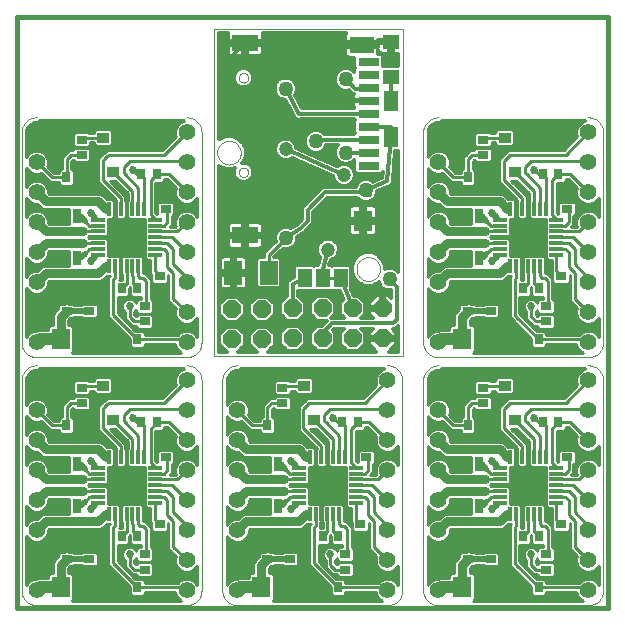
<source format=gtl>
G75*
G70*
%OFA0B0*%
%FSLAX24Y24*%
%IPPOS*%
%LPD*%
%AMOC8*
5,1,8,0,0,1.08239X$1,22.5*
%
%ADD10C,0.0160*%
%ADD11C,0.0000*%
%ADD12R,0.0118X0.0453*%
%ADD13R,0.0453X0.0118*%
%ADD14R,0.1240X0.1240*%
%ADD15C,0.0560*%
%ADD16R,0.0276X0.0354*%
%ADD17R,0.0354X0.0276*%
%ADD18R,0.0394X0.0354*%
%ADD19R,0.0433X0.0354*%
%ADD20R,0.0315X0.0472*%
%ADD21R,0.0630X0.0709*%
%ADD22R,0.0709X0.0315*%
%ADD23R,0.0787X0.0551*%
%ADD24R,0.0866X0.0551*%
%ADD25OC8,0.0600*%
%ADD26R,0.0460X0.0630*%
%ADD27R,0.0551X0.0472*%
%ADD28R,0.0472X0.0709*%
%ADD29R,0.0591X0.0787*%
%ADD30C,0.0200*%
%ADD31C,0.0100*%
%ADD32C,0.0300*%
%ADD33C,0.0400*%
%ADD34C,0.0270*%
%ADD35C,0.0450*%
%ADD36C,0.0120*%
%ADD37C,0.0500*%
%ADD38C,0.0472*%
D10*
X000180Y000180D02*
X000180Y019865D01*
X019865Y019865D01*
X019865Y000180D01*
X000180Y000180D01*
D11*
X000322Y000759D02*
X000322Y007759D01*
X000324Y007803D01*
X000330Y007846D01*
X000339Y007888D01*
X000352Y007930D01*
X000369Y007970D01*
X000389Y008009D01*
X000412Y008046D01*
X000439Y008080D01*
X000468Y008113D01*
X000501Y008142D01*
X000535Y008169D01*
X000572Y008192D01*
X000611Y008212D01*
X000651Y008229D01*
X000693Y008242D01*
X000735Y008251D01*
X000778Y008257D01*
X000822Y008259D01*
X000822Y008526D02*
X005822Y008526D01*
X005866Y008528D01*
X005909Y008534D01*
X005951Y008543D01*
X005993Y008556D01*
X006033Y008573D01*
X006072Y008593D01*
X006109Y008616D01*
X006143Y008643D01*
X006176Y008672D01*
X006205Y008705D01*
X006232Y008739D01*
X006255Y008776D01*
X006275Y008815D01*
X006292Y008855D01*
X006305Y008897D01*
X006314Y008939D01*
X006320Y008982D01*
X006322Y009026D01*
X006322Y016026D01*
X006320Y016070D01*
X006314Y016113D01*
X006305Y016155D01*
X006292Y016197D01*
X006275Y016237D01*
X006255Y016276D01*
X006232Y016313D01*
X006205Y016347D01*
X006176Y016380D01*
X006143Y016409D01*
X006109Y016436D01*
X006072Y016459D01*
X006033Y016479D01*
X005993Y016496D01*
X005951Y016509D01*
X005909Y016518D01*
X005866Y016524D01*
X005822Y016526D01*
X006843Y015347D02*
X006845Y015386D01*
X006851Y015425D01*
X006861Y015463D01*
X006874Y015500D01*
X006891Y015535D01*
X006911Y015569D01*
X006935Y015600D01*
X006962Y015629D01*
X006991Y015655D01*
X007023Y015678D01*
X007057Y015698D01*
X007093Y015714D01*
X007130Y015726D01*
X007169Y015735D01*
X007208Y015740D01*
X007247Y015741D01*
X007286Y015738D01*
X007325Y015731D01*
X007362Y015720D01*
X007399Y015706D01*
X007434Y015688D01*
X007467Y015667D01*
X007498Y015642D01*
X007526Y015615D01*
X007551Y015585D01*
X007573Y015552D01*
X007592Y015518D01*
X007607Y015482D01*
X007619Y015444D01*
X007627Y015406D01*
X007631Y015367D01*
X007631Y015327D01*
X007627Y015288D01*
X007619Y015250D01*
X007607Y015212D01*
X007592Y015176D01*
X007573Y015142D01*
X007551Y015109D01*
X007526Y015079D01*
X007498Y015052D01*
X007467Y015027D01*
X007434Y015006D01*
X007399Y014988D01*
X007362Y014974D01*
X007325Y014963D01*
X007286Y014956D01*
X007247Y014953D01*
X007208Y014954D01*
X007169Y014959D01*
X007130Y014968D01*
X007093Y014980D01*
X007057Y014996D01*
X007023Y015016D01*
X006991Y015039D01*
X006962Y015065D01*
X006935Y015094D01*
X006911Y015125D01*
X006891Y015159D01*
X006874Y015194D01*
X006861Y015231D01*
X006851Y015269D01*
X006845Y015308D01*
X006843Y015347D01*
X007564Y014694D02*
X007566Y014719D01*
X007572Y014743D01*
X007581Y014765D01*
X007594Y014786D01*
X007610Y014805D01*
X007629Y014821D01*
X007650Y014834D01*
X007672Y014843D01*
X007696Y014849D01*
X007721Y014851D01*
X007746Y014849D01*
X007770Y014843D01*
X007792Y014834D01*
X007813Y014821D01*
X007832Y014805D01*
X007848Y014786D01*
X007861Y014765D01*
X007870Y014743D01*
X007876Y014719D01*
X007878Y014694D01*
X007876Y014669D01*
X007870Y014645D01*
X007861Y014623D01*
X007848Y014602D01*
X007832Y014583D01*
X007813Y014567D01*
X007792Y014554D01*
X007770Y014545D01*
X007746Y014539D01*
X007721Y014537D01*
X007696Y014539D01*
X007672Y014545D01*
X007650Y014554D01*
X007629Y014567D01*
X007610Y014583D01*
X007594Y014602D01*
X007581Y014623D01*
X007572Y014645D01*
X007566Y014669D01*
X007564Y014694D01*
X007564Y017843D02*
X007566Y017868D01*
X007572Y017892D01*
X007581Y017914D01*
X007594Y017935D01*
X007610Y017954D01*
X007629Y017970D01*
X007650Y017983D01*
X007672Y017992D01*
X007696Y017998D01*
X007721Y018000D01*
X007746Y017998D01*
X007770Y017992D01*
X007792Y017983D01*
X007813Y017970D01*
X007832Y017954D01*
X007848Y017935D01*
X007861Y017914D01*
X007870Y017892D01*
X007876Y017868D01*
X007878Y017843D01*
X007876Y017818D01*
X007870Y017794D01*
X007861Y017772D01*
X007848Y017751D01*
X007832Y017732D01*
X007813Y017716D01*
X007792Y017703D01*
X007770Y017694D01*
X007746Y017688D01*
X007721Y017686D01*
X007696Y017688D01*
X007672Y017694D01*
X007650Y017703D01*
X007629Y017716D01*
X007610Y017732D01*
X007594Y017751D01*
X007581Y017772D01*
X007572Y017794D01*
X007566Y017818D01*
X007564Y017843D01*
X006745Y019481D02*
X013044Y019481D01*
X013044Y008556D01*
X006745Y008556D01*
X006745Y019481D01*
X000822Y016526D02*
X000778Y016524D01*
X000735Y016518D01*
X000693Y016509D01*
X000651Y016496D01*
X000611Y016479D01*
X000572Y016459D01*
X000535Y016436D01*
X000501Y016409D01*
X000468Y016380D01*
X000439Y016347D01*
X000412Y016313D01*
X000389Y016276D01*
X000369Y016237D01*
X000352Y016197D01*
X000339Y016155D01*
X000330Y016113D01*
X000324Y016070D01*
X000322Y016026D01*
X000322Y009026D01*
X000324Y008982D01*
X000330Y008939D01*
X000339Y008897D01*
X000352Y008855D01*
X000369Y008815D01*
X000389Y008776D01*
X000412Y008739D01*
X000439Y008705D01*
X000468Y008672D01*
X000501Y008643D01*
X000535Y008616D01*
X000572Y008593D01*
X000611Y008573D01*
X000651Y008556D01*
X000693Y008543D01*
X000735Y008534D01*
X000778Y008528D01*
X000822Y008526D01*
X005822Y008259D02*
X005866Y008257D01*
X005909Y008251D01*
X005951Y008242D01*
X005993Y008229D01*
X006033Y008212D01*
X006072Y008192D01*
X006109Y008169D01*
X006143Y008142D01*
X006176Y008113D01*
X006205Y008080D01*
X006232Y008046D01*
X006255Y008009D01*
X006275Y007970D01*
X006292Y007930D01*
X006305Y007888D01*
X006314Y007846D01*
X006320Y007803D01*
X006322Y007759D01*
X006322Y000759D01*
X006320Y000715D01*
X006314Y000672D01*
X006305Y000630D01*
X006292Y000588D01*
X006275Y000548D01*
X006255Y000509D01*
X006232Y000472D01*
X006205Y000438D01*
X006176Y000405D01*
X006143Y000376D01*
X006109Y000349D01*
X006072Y000326D01*
X006033Y000306D01*
X005993Y000289D01*
X005951Y000276D01*
X005909Y000267D01*
X005866Y000261D01*
X005822Y000259D01*
X000822Y000259D01*
X000778Y000261D01*
X000735Y000267D01*
X000693Y000276D01*
X000651Y000289D01*
X000611Y000306D01*
X000572Y000326D01*
X000535Y000349D01*
X000501Y000376D01*
X000468Y000405D01*
X000439Y000438D01*
X000412Y000472D01*
X000389Y000509D01*
X000369Y000548D01*
X000352Y000588D01*
X000339Y000630D01*
X000330Y000672D01*
X000324Y000715D01*
X000322Y000759D01*
X007015Y000759D02*
X007015Y007759D01*
X007017Y007803D01*
X007023Y007846D01*
X007032Y007888D01*
X007045Y007930D01*
X007062Y007970D01*
X007082Y008009D01*
X007105Y008046D01*
X007132Y008080D01*
X007161Y008113D01*
X007194Y008142D01*
X007228Y008169D01*
X007265Y008192D01*
X007304Y008212D01*
X007344Y008229D01*
X007386Y008242D01*
X007428Y008251D01*
X007471Y008257D01*
X007515Y008259D01*
X011489Y011469D02*
X011491Y011508D01*
X011497Y011547D01*
X011507Y011585D01*
X011520Y011622D01*
X011537Y011657D01*
X011557Y011691D01*
X011581Y011722D01*
X011608Y011751D01*
X011637Y011777D01*
X011669Y011800D01*
X011703Y011820D01*
X011739Y011836D01*
X011776Y011848D01*
X011815Y011857D01*
X011854Y011862D01*
X011893Y011863D01*
X011932Y011860D01*
X011971Y011853D01*
X012008Y011842D01*
X012045Y011828D01*
X012080Y011810D01*
X012113Y011789D01*
X012144Y011764D01*
X012172Y011737D01*
X012197Y011707D01*
X012219Y011674D01*
X012238Y011640D01*
X012253Y011604D01*
X012265Y011566D01*
X012273Y011528D01*
X012277Y011489D01*
X012277Y011449D01*
X012273Y011410D01*
X012265Y011372D01*
X012253Y011334D01*
X012238Y011298D01*
X012219Y011264D01*
X012197Y011231D01*
X012172Y011201D01*
X012144Y011174D01*
X012113Y011149D01*
X012080Y011128D01*
X012045Y011110D01*
X012008Y011096D01*
X011971Y011085D01*
X011932Y011078D01*
X011893Y011075D01*
X011854Y011076D01*
X011815Y011081D01*
X011776Y011090D01*
X011739Y011102D01*
X011703Y011118D01*
X011669Y011138D01*
X011637Y011161D01*
X011608Y011187D01*
X011581Y011216D01*
X011557Y011247D01*
X011537Y011281D01*
X011520Y011316D01*
X011507Y011353D01*
X011497Y011391D01*
X011491Y011430D01*
X011489Y011469D01*
X013708Y009026D02*
X013708Y016026D01*
X013710Y016070D01*
X013716Y016113D01*
X013725Y016155D01*
X013738Y016197D01*
X013755Y016237D01*
X013775Y016276D01*
X013798Y016313D01*
X013825Y016347D01*
X013854Y016380D01*
X013887Y016409D01*
X013921Y016436D01*
X013958Y016459D01*
X013997Y016479D01*
X014037Y016496D01*
X014079Y016509D01*
X014121Y016518D01*
X014164Y016524D01*
X014208Y016526D01*
X019208Y016526D02*
X019252Y016524D01*
X019295Y016518D01*
X019337Y016509D01*
X019379Y016496D01*
X019419Y016479D01*
X019458Y016459D01*
X019495Y016436D01*
X019529Y016409D01*
X019562Y016380D01*
X019591Y016347D01*
X019618Y016313D01*
X019641Y016276D01*
X019661Y016237D01*
X019678Y016197D01*
X019691Y016155D01*
X019700Y016113D01*
X019706Y016070D01*
X019708Y016026D01*
X019708Y009026D01*
X019706Y008982D01*
X019700Y008939D01*
X019691Y008897D01*
X019678Y008855D01*
X019661Y008815D01*
X019641Y008776D01*
X019618Y008739D01*
X019591Y008705D01*
X019562Y008672D01*
X019529Y008643D01*
X019495Y008616D01*
X019458Y008593D01*
X019419Y008573D01*
X019379Y008556D01*
X019337Y008543D01*
X019295Y008534D01*
X019252Y008528D01*
X019208Y008526D01*
X014208Y008526D01*
X014164Y008528D01*
X014121Y008534D01*
X014079Y008543D01*
X014037Y008556D01*
X013997Y008573D01*
X013958Y008593D01*
X013921Y008616D01*
X013887Y008643D01*
X013854Y008672D01*
X013825Y008705D01*
X013798Y008739D01*
X013775Y008776D01*
X013755Y008815D01*
X013738Y008855D01*
X013725Y008897D01*
X013716Y008939D01*
X013710Y008982D01*
X013708Y009026D01*
X013708Y007759D02*
X013708Y000759D01*
X013710Y000715D01*
X013716Y000672D01*
X013725Y000630D01*
X013738Y000588D01*
X013755Y000548D01*
X013775Y000509D01*
X013798Y000472D01*
X013825Y000438D01*
X013854Y000405D01*
X013887Y000376D01*
X013921Y000349D01*
X013958Y000326D01*
X013997Y000306D01*
X014037Y000289D01*
X014079Y000276D01*
X014121Y000267D01*
X014164Y000261D01*
X014208Y000259D01*
X019208Y000259D01*
X019252Y000261D01*
X019295Y000267D01*
X019337Y000276D01*
X019379Y000289D01*
X019419Y000306D01*
X019458Y000326D01*
X019495Y000349D01*
X019529Y000376D01*
X019562Y000405D01*
X019591Y000438D01*
X019618Y000472D01*
X019641Y000509D01*
X019661Y000548D01*
X019678Y000588D01*
X019691Y000630D01*
X019700Y000672D01*
X019706Y000715D01*
X019708Y000759D01*
X019708Y007759D01*
X019706Y007803D01*
X019700Y007846D01*
X019691Y007888D01*
X019678Y007930D01*
X019661Y007970D01*
X019641Y008009D01*
X019618Y008046D01*
X019591Y008080D01*
X019562Y008113D01*
X019529Y008142D01*
X019495Y008169D01*
X019458Y008192D01*
X019419Y008212D01*
X019379Y008229D01*
X019337Y008242D01*
X019295Y008251D01*
X019252Y008257D01*
X019208Y008259D01*
X014208Y008259D02*
X014164Y008257D01*
X014121Y008251D01*
X014079Y008242D01*
X014037Y008229D01*
X013997Y008212D01*
X013958Y008192D01*
X013921Y008169D01*
X013887Y008142D01*
X013854Y008113D01*
X013825Y008080D01*
X013798Y008046D01*
X013775Y008009D01*
X013755Y007970D01*
X013738Y007930D01*
X013725Y007888D01*
X013716Y007846D01*
X013710Y007803D01*
X013708Y007759D01*
X013015Y007759D02*
X013015Y000759D01*
X013013Y000715D01*
X013007Y000672D01*
X012998Y000630D01*
X012985Y000588D01*
X012968Y000548D01*
X012948Y000509D01*
X012925Y000472D01*
X012898Y000438D01*
X012869Y000405D01*
X012836Y000376D01*
X012802Y000349D01*
X012765Y000326D01*
X012726Y000306D01*
X012686Y000289D01*
X012644Y000276D01*
X012602Y000267D01*
X012559Y000261D01*
X012515Y000259D01*
X007515Y000259D01*
X007471Y000261D01*
X007428Y000267D01*
X007386Y000276D01*
X007344Y000289D01*
X007304Y000306D01*
X007265Y000326D01*
X007228Y000349D01*
X007194Y000376D01*
X007161Y000405D01*
X007132Y000438D01*
X007105Y000472D01*
X007082Y000509D01*
X007062Y000548D01*
X007045Y000588D01*
X007032Y000630D01*
X007023Y000672D01*
X007017Y000715D01*
X007015Y000759D01*
X013015Y007759D02*
X013013Y007803D01*
X013007Y007846D01*
X012998Y007888D01*
X012985Y007930D01*
X012968Y007970D01*
X012948Y008009D01*
X012925Y008046D01*
X012898Y008080D01*
X012869Y008113D01*
X012836Y008142D01*
X012802Y008169D01*
X012765Y008192D01*
X012726Y008212D01*
X012686Y008229D01*
X012644Y008242D01*
X012602Y008251D01*
X012559Y008257D01*
X012515Y008259D01*
D12*
X011105Y005204D03*
X010908Y005204D03*
X010711Y005204D03*
X010515Y005204D03*
X010318Y005204D03*
X010121Y005204D03*
X009924Y005204D03*
X009924Y003314D03*
X010121Y003314D03*
X010318Y003314D03*
X010515Y003314D03*
X010711Y003314D03*
X010908Y003314D03*
X011105Y003314D03*
X016617Y003314D03*
X016814Y003314D03*
X017011Y003314D03*
X017208Y003314D03*
X017404Y003314D03*
X017601Y003314D03*
X017798Y003314D03*
X017798Y005204D03*
X017601Y005204D03*
X017404Y005204D03*
X017208Y005204D03*
X017011Y005204D03*
X016814Y005204D03*
X016617Y005204D03*
X016617Y011582D03*
X016814Y011582D03*
X017011Y011582D03*
X017208Y011582D03*
X017404Y011582D03*
X017601Y011582D03*
X017798Y011582D03*
X017798Y013471D03*
X017601Y013471D03*
X017404Y013471D03*
X017208Y013471D03*
X017011Y013471D03*
X016814Y013471D03*
X016617Y013471D03*
X004412Y013471D03*
X004215Y013471D03*
X004019Y013471D03*
X003822Y013471D03*
X003625Y013471D03*
X003428Y013471D03*
X003231Y013471D03*
X003231Y011582D03*
X003428Y011582D03*
X003625Y011582D03*
X003822Y011582D03*
X004019Y011582D03*
X004215Y011582D03*
X004412Y011582D03*
X004412Y005204D03*
X004215Y005204D03*
X004019Y005204D03*
X003822Y005204D03*
X003625Y005204D03*
X003428Y005204D03*
X003231Y005204D03*
X003231Y003314D03*
X003428Y003314D03*
X003625Y003314D03*
X003822Y003314D03*
X004019Y003314D03*
X004215Y003314D03*
X004412Y003314D03*
D13*
X004767Y003668D03*
X004767Y003865D03*
X004767Y004062D03*
X004767Y004259D03*
X004767Y004456D03*
X004767Y004652D03*
X004767Y004849D03*
X002877Y004849D03*
X002877Y004652D03*
X002877Y004456D03*
X002877Y004259D03*
X002877Y004062D03*
X002877Y003865D03*
X002877Y003668D03*
X009570Y003668D03*
X009570Y003865D03*
X009570Y004062D03*
X009570Y004259D03*
X009570Y004456D03*
X009570Y004652D03*
X009570Y004849D03*
X011460Y004849D03*
X011460Y004652D03*
X011460Y004456D03*
X011460Y004259D03*
X011460Y004062D03*
X011460Y003865D03*
X011460Y003668D03*
X016263Y003668D03*
X016263Y003865D03*
X016263Y004062D03*
X016263Y004259D03*
X016263Y004456D03*
X016263Y004652D03*
X016263Y004849D03*
X018152Y004849D03*
X018152Y004652D03*
X018152Y004456D03*
X018152Y004259D03*
X018152Y004062D03*
X018152Y003865D03*
X018152Y003668D03*
X018152Y011936D03*
X018152Y012133D03*
X018152Y012330D03*
X018152Y012526D03*
X018152Y012723D03*
X018152Y012920D03*
X018152Y013117D03*
X016263Y013117D03*
X016263Y012920D03*
X016263Y012723D03*
X016263Y012526D03*
X016263Y012330D03*
X016263Y012133D03*
X016263Y011936D03*
X004767Y011936D03*
X004767Y012133D03*
X004767Y012330D03*
X004767Y012526D03*
X004767Y012723D03*
X004767Y012920D03*
X004767Y013117D03*
X002877Y013117D03*
X002877Y012920D03*
X002877Y012723D03*
X002877Y012526D03*
X002877Y012330D03*
X002877Y012133D03*
X002877Y011936D03*
D14*
X003822Y012526D03*
X003822Y004259D03*
X010515Y004259D03*
X017208Y004259D03*
X017208Y012526D03*
D15*
X019208Y012026D03*
X019208Y011026D03*
X019208Y010026D03*
X019208Y009026D03*
X019208Y007759D03*
X019208Y006759D03*
X019208Y005759D03*
X019208Y004759D03*
X019208Y003759D03*
X019208Y002759D03*
X019208Y001759D03*
X019208Y000759D03*
X014208Y000759D03*
X014208Y001759D03*
X014208Y002759D03*
X014208Y003759D03*
X014208Y004759D03*
X014208Y005759D03*
X014208Y006759D03*
X014208Y007759D03*
X014208Y009026D03*
X014208Y010026D03*
X014208Y011026D03*
X014208Y012026D03*
X014208Y013026D03*
X014208Y014026D03*
X014208Y015026D03*
X014208Y016026D03*
X019208Y016026D03*
X019208Y015026D03*
X019208Y014026D03*
X019208Y013026D03*
X012515Y007759D03*
X012515Y006759D03*
X012515Y005759D03*
X012515Y004759D03*
X012515Y003759D03*
X012515Y002759D03*
X012515Y001759D03*
X012515Y000759D03*
X007515Y000759D03*
X007515Y001759D03*
X007515Y002759D03*
X007515Y003759D03*
X007515Y004759D03*
X007515Y005759D03*
X007515Y006759D03*
X007515Y007759D03*
X005822Y007759D03*
X005822Y006759D03*
X005822Y005759D03*
X005822Y004759D03*
X005822Y003759D03*
X005822Y002759D03*
X005822Y001759D03*
X005822Y000759D03*
X000822Y000759D03*
X000822Y001759D03*
X000822Y002759D03*
X000822Y003759D03*
X000822Y004759D03*
X000822Y005759D03*
X000822Y006759D03*
X000822Y007759D03*
X000822Y009026D03*
X000822Y010026D03*
X000822Y011026D03*
X000822Y012026D03*
X000822Y013026D03*
X000822Y014026D03*
X000822Y015026D03*
X000822Y016026D03*
X005822Y016026D03*
X005822Y015026D03*
X005822Y014026D03*
X005822Y013026D03*
X005822Y012026D03*
X005822Y011026D03*
X005822Y010026D03*
X005822Y009026D03*
D16*
X004178Y009126D03*
X003666Y009126D03*
X003666Y010826D03*
X004178Y010826D03*
X002328Y014526D03*
X001816Y014526D03*
X004316Y014626D03*
X004828Y014626D03*
X004828Y006359D03*
X004316Y006359D03*
X002328Y006259D03*
X001816Y006259D03*
X003666Y002559D03*
X004178Y002559D03*
X004178Y000859D03*
X003666Y000859D03*
X008509Y006259D03*
X009021Y006259D03*
X011009Y006359D03*
X011521Y006359D03*
X015202Y006259D03*
X015713Y006259D03*
X017702Y006359D03*
X018213Y006359D03*
X017563Y009126D03*
X017052Y009126D03*
X017052Y010826D03*
X017563Y010826D03*
X015713Y014526D03*
X015202Y014526D03*
X017702Y014626D03*
X018213Y014626D03*
X017563Y002559D03*
X017052Y002559D03*
X017052Y000859D03*
X017563Y000859D03*
X010871Y000859D03*
X010359Y000859D03*
X010359Y002559D03*
X010871Y002559D03*
D17*
X011115Y001965D03*
X011115Y001453D03*
X011615Y002453D03*
X011615Y002965D03*
X011815Y005203D03*
X011815Y005715D03*
X009015Y007003D03*
X009015Y007515D03*
X005122Y005715D03*
X005122Y005203D03*
X004922Y002965D03*
X004922Y002453D03*
X004422Y001965D03*
X004422Y001453D03*
X002572Y001803D03*
X002572Y002315D03*
X001822Y002315D03*
X001822Y001803D03*
X002322Y007003D03*
X002322Y007515D03*
X004422Y009721D03*
X004422Y010232D03*
X004922Y010721D03*
X004922Y011232D03*
X005122Y013471D03*
X005122Y013982D03*
X002322Y015271D03*
X002322Y015782D03*
X002572Y010582D03*
X002572Y010071D03*
X001822Y010071D03*
X001822Y010582D03*
X008515Y002315D03*
X008515Y001803D03*
X009265Y001803D03*
X009265Y002315D03*
X015208Y002315D03*
X015208Y001803D03*
X015958Y001803D03*
X015958Y002315D03*
X017808Y001965D03*
X017808Y001453D03*
X018308Y002453D03*
X018308Y002965D03*
X018508Y005203D03*
X018508Y005715D03*
X015708Y007003D03*
X015708Y007515D03*
X017808Y009721D03*
X017808Y010232D03*
X018308Y010721D03*
X018308Y011232D03*
X018508Y013471D03*
X018508Y013982D03*
X015708Y015271D03*
X015708Y015782D03*
X015958Y010582D03*
X015958Y010071D03*
X015208Y010071D03*
X015208Y010582D03*
D18*
X016423Y007580D03*
X017092Y007580D03*
X010399Y007580D03*
X009730Y007580D03*
X003706Y007580D03*
X003037Y007580D03*
X003037Y015847D03*
X003706Y015847D03*
X016423Y015847D03*
X017092Y015847D03*
D19*
X016758Y014706D03*
X016758Y006438D03*
X010065Y006438D03*
X003372Y006438D03*
X003372Y014706D03*
D20*
X002176Y013226D03*
X001467Y013226D03*
X001467Y011826D03*
X002176Y011826D03*
X002176Y004959D03*
X001467Y004959D03*
X001467Y003559D03*
X002176Y003559D03*
X008160Y003559D03*
X008869Y003559D03*
X008869Y004959D03*
X008160Y004959D03*
X014853Y004959D03*
X015562Y004959D03*
X015562Y003559D03*
X014853Y003559D03*
X014853Y011826D03*
X015562Y011826D03*
X015562Y013226D03*
X014853Y013226D03*
D21*
X011698Y013080D03*
X015006Y009126D03*
X016109Y009126D03*
X016109Y000859D03*
X015006Y000859D03*
X009416Y000859D03*
X008313Y000859D03*
X002723Y000859D03*
X001621Y000859D03*
X001621Y009126D03*
X002723Y009126D03*
D22*
X011895Y014910D03*
X011895Y015343D03*
X011895Y015776D03*
X011895Y016210D03*
X011895Y016643D03*
X011895Y017076D03*
X011895Y017509D03*
X011895Y017942D03*
X011895Y018375D03*
D23*
X011658Y018946D03*
D24*
X007780Y019005D03*
X007780Y012587D03*
D25*
X009359Y010158D03*
X009359Y009158D03*
X010359Y009158D03*
X011359Y009158D03*
X012359Y009158D03*
X012359Y010158D03*
X011359Y010158D03*
X010359Y010158D03*
X008337Y010127D03*
X007337Y010127D03*
X007337Y009127D03*
X008337Y009127D03*
D26*
X009759Y011158D03*
X010359Y011158D03*
X010959Y011158D03*
D27*
X012641Y017867D03*
X012641Y019048D03*
D28*
X012641Y017065D03*
X012641Y015885D03*
D29*
X008566Y011341D03*
X007385Y011341D03*
D30*
X002772Y011876D02*
X002622Y011726D01*
X002422Y011976D02*
X002272Y011826D01*
X002176Y011826D01*
X002422Y013076D02*
X002272Y013226D01*
X002176Y013226D01*
X002622Y013326D02*
X002772Y013176D01*
X002578Y010076D02*
X002572Y010071D01*
X001822Y010071D01*
X002622Y005059D02*
X002772Y004909D01*
X002422Y004809D02*
X002272Y004959D01*
X002176Y004959D01*
X002422Y003709D02*
X002272Y003559D01*
X002176Y003559D01*
X002622Y003459D02*
X002772Y003609D01*
X002578Y001809D02*
X002572Y001803D01*
X001822Y001803D01*
X008515Y001803D02*
X009265Y001803D01*
X009271Y001809D01*
X009315Y003459D02*
X009465Y003609D01*
X009115Y003709D02*
X008965Y003559D01*
X008869Y003559D01*
X009115Y004809D02*
X008965Y004959D01*
X008869Y004959D01*
X009315Y005059D02*
X009465Y004909D01*
X015208Y001803D02*
X015958Y001803D01*
X015963Y001809D01*
X016008Y003459D02*
X016158Y003609D01*
X015808Y003709D02*
X015658Y003559D01*
X015562Y003559D01*
X015808Y004809D02*
X015658Y004959D01*
X015562Y004959D01*
X016008Y005059D02*
X016158Y004909D01*
X015958Y010071D02*
X015208Y010071D01*
X015958Y010071D02*
X015963Y010076D01*
X016008Y011726D02*
X016158Y011876D01*
X015808Y011976D02*
X015658Y011826D01*
X015562Y011826D01*
X015808Y013076D02*
X015658Y013226D01*
X015562Y013226D01*
X016008Y013326D02*
X016158Y013176D01*
D31*
X016258Y013122D01*
X016263Y013117D01*
X016263Y012920D02*
X015964Y012920D01*
X015808Y013076D01*
X015811Y012723D02*
X015758Y012726D01*
X015811Y012723D02*
X016263Y012723D01*
X016535Y012554D02*
X016599Y012619D01*
X016599Y013135D01*
X016722Y013135D01*
X016786Y013199D01*
X016786Y013743D01*
X016722Y013808D01*
X016544Y013808D01*
X016405Y013947D01*
X016309Y013986D01*
X014615Y013986D01*
X014598Y014004D01*
X014598Y014104D01*
X014538Y014247D01*
X014428Y014357D01*
X014285Y014416D01*
X014130Y014416D01*
X013987Y014357D01*
X013877Y014247D01*
X013858Y014201D01*
X013858Y014852D01*
X013877Y014806D01*
X013987Y014696D01*
X014130Y014636D01*
X014285Y014636D01*
X014346Y014662D01*
X014641Y014366D01*
X014954Y014366D01*
X014954Y014304D01*
X015018Y014239D01*
X015385Y014239D01*
X015449Y014304D01*
X015449Y014749D01*
X015385Y014814D01*
X015368Y014814D01*
X015368Y015060D01*
X015418Y015111D01*
X015420Y015111D01*
X015420Y015087D01*
X015485Y015023D01*
X015930Y015023D01*
X015995Y015087D01*
X015995Y015454D01*
X015930Y015518D01*
X015485Y015518D01*
X015420Y015454D01*
X015420Y015431D01*
X015285Y015431D01*
X015141Y015286D01*
X015048Y015193D01*
X015048Y014814D01*
X015018Y014814D01*
X014954Y014749D01*
X014954Y014686D01*
X014774Y014686D01*
X014572Y014888D01*
X014598Y014949D01*
X014598Y015104D01*
X014538Y015247D01*
X014428Y015357D01*
X014285Y015416D01*
X014130Y015416D01*
X013987Y015357D01*
X013877Y015247D01*
X013858Y015201D01*
X013858Y016026D01*
X013864Y016095D01*
X013917Y016221D01*
X014013Y016317D01*
X014139Y016370D01*
X014208Y016376D01*
X014270Y016376D01*
X014320Y016426D01*
X019095Y016426D01*
X019113Y016409D01*
X018987Y016357D01*
X018877Y016247D01*
X018818Y016104D01*
X018818Y015949D01*
X018843Y015888D01*
X018391Y015436D01*
X016541Y015436D01*
X016448Y015343D01*
X016398Y015293D01*
X016398Y015293D01*
X016341Y015236D01*
X016248Y015143D01*
X016248Y014360D01*
X016341Y014266D01*
X016851Y013757D01*
X016851Y013752D01*
X016842Y013743D01*
X016842Y013199D01*
X016906Y013135D01*
X017115Y013135D01*
X017180Y013199D01*
X017180Y013743D01*
X017171Y013752D01*
X017171Y013890D01*
X016642Y014418D01*
X016818Y014418D01*
X017244Y013992D01*
X017244Y013752D01*
X017235Y013743D01*
X017235Y013199D01*
X017300Y013135D01*
X017816Y013135D01*
X017816Y011831D01*
X017880Y011767D01*
X017992Y011767D01*
X017992Y011321D01*
X018020Y011293D01*
X018020Y011049D01*
X018085Y010985D01*
X018530Y010985D01*
X018595Y011049D01*
X018595Y011263D01*
X018598Y011260D01*
X018598Y010410D01*
X018843Y010165D01*
X018818Y010104D01*
X018818Y009949D01*
X018877Y009806D01*
X018987Y009696D01*
X019130Y009636D01*
X019285Y009636D01*
X019428Y009696D01*
X019538Y009806D01*
X019558Y009852D01*
X019558Y009201D01*
X019538Y009247D01*
X019428Y009357D01*
X019285Y009416D01*
X019130Y009416D01*
X018987Y009357D01*
X018916Y009286D01*
X017811Y009286D01*
X017811Y009349D01*
X017747Y009414D01*
X017503Y009414D01*
X016918Y009999D01*
X016918Y010539D01*
X017235Y010539D01*
X017299Y010604D01*
X017299Y010848D01*
X017308Y010856D01*
X017316Y010848D01*
X017316Y010604D01*
X017380Y010539D01*
X017698Y010539D01*
X017698Y010480D01*
X017585Y010480D01*
X017520Y010416D01*
X017520Y010353D01*
X017515Y010365D01*
X017446Y010434D01*
X017356Y010471D01*
X017259Y010471D01*
X017169Y010434D01*
X017100Y010365D01*
X017063Y010275D01*
X017063Y010178D01*
X017100Y010088D01*
X017148Y010040D01*
X017148Y009810D01*
X017241Y009716D01*
X017397Y009561D01*
X017520Y009561D01*
X017520Y009537D01*
X017585Y009473D01*
X018030Y009473D01*
X018095Y009537D01*
X018095Y009904D01*
X018030Y009968D01*
X017585Y009968D01*
X017520Y009904D01*
X017520Y009890D01*
X017468Y009943D01*
X017468Y010040D01*
X017515Y010088D01*
X017520Y010100D01*
X017520Y010049D01*
X017585Y009985D01*
X018030Y009985D01*
X018095Y010049D01*
X018095Y010416D01*
X018030Y010480D01*
X018018Y010480D01*
X018018Y011143D01*
X017924Y011236D01*
X017824Y011336D01*
X017770Y011336D01*
X017770Y011854D01*
X017706Y011918D01*
X017103Y011918D01*
X017039Y011854D01*
X017039Y011310D01*
X017048Y011301D01*
X017048Y011114D01*
X016971Y011114D01*
X016974Y011116D01*
X016974Y011301D01*
X016983Y011310D01*
X016983Y011854D01*
X016918Y011918D01*
X016599Y011918D01*
X016599Y012434D01*
X016535Y012499D01*
X015991Y012499D01*
X015982Y012490D01*
X015962Y012490D01*
X015925Y012526D01*
X015962Y012563D01*
X015982Y012563D01*
X015991Y012554D01*
X016535Y012554D01*
X016571Y012591D02*
X017816Y012591D01*
X017816Y012493D02*
X016541Y012493D01*
X016599Y012394D02*
X017816Y012394D01*
X017816Y012296D02*
X016599Y012296D01*
X016599Y012197D02*
X017816Y012197D01*
X017816Y012099D02*
X016599Y012099D01*
X016599Y012000D02*
X017816Y012000D01*
X017816Y011902D02*
X017722Y011902D01*
X017770Y011803D02*
X017844Y011803D01*
X017770Y011705D02*
X017992Y011705D01*
X017992Y011606D02*
X017770Y011606D01*
X017770Y011508D02*
X017992Y011508D01*
X017992Y011409D02*
X017770Y011409D01*
X017850Y011311D02*
X018003Y011311D01*
X018020Y011212D02*
X017948Y011212D01*
X018018Y011114D02*
X018020Y011114D01*
X018018Y011015D02*
X018054Y011015D01*
X018018Y010917D02*
X018598Y010917D01*
X018598Y011015D02*
X018561Y011015D01*
X018595Y011114D02*
X018598Y011114D01*
X018595Y011212D02*
X018598Y011212D01*
X018758Y011326D02*
X018558Y011526D01*
X018558Y012026D01*
X018451Y012133D01*
X018152Y012133D01*
X018152Y012330D02*
X018554Y012330D01*
X018558Y012326D01*
X018758Y012126D01*
X018758Y011626D01*
X019208Y011176D01*
X019208Y011026D01*
X018758Y011326D02*
X018758Y010476D01*
X019208Y010026D01*
X018866Y009833D02*
X018095Y009833D01*
X018095Y009735D02*
X018948Y009735D01*
X018825Y009932D02*
X018067Y009932D01*
X018076Y010030D02*
X018818Y010030D01*
X018828Y010129D02*
X018095Y010129D01*
X018095Y010227D02*
X018781Y010227D01*
X018682Y010326D02*
X018095Y010326D01*
X018086Y010424D02*
X018598Y010424D01*
X018598Y010523D02*
X018018Y010523D01*
X018018Y010621D02*
X018598Y010621D01*
X018598Y010720D02*
X018018Y010720D01*
X018018Y010818D02*
X018598Y010818D01*
X018308Y011232D02*
X018152Y011387D01*
X018152Y011936D01*
X018152Y012526D02*
X018708Y012526D01*
X019208Y012026D01*
X018904Y012723D02*
X018152Y012723D01*
X018152Y012920D02*
X018451Y012920D01*
X018558Y013026D01*
X018558Y013421D01*
X018508Y013471D01*
X018795Y013478D02*
X019558Y013478D01*
X019558Y013576D02*
X018795Y013576D01*
X018795Y013654D02*
X018795Y013287D01*
X018730Y013223D01*
X018718Y013223D01*
X018718Y012960D01*
X018641Y012883D01*
X018838Y012883D01*
X018843Y012888D01*
X018818Y012949D01*
X018818Y013104D01*
X018877Y013247D01*
X018987Y013357D01*
X019130Y013416D01*
X019285Y013416D01*
X019428Y013357D01*
X019538Y013247D01*
X019558Y013201D01*
X019558Y013852D01*
X019538Y013806D01*
X019428Y013696D01*
X019285Y013636D01*
X019130Y013636D01*
X018987Y013696D01*
X018877Y013806D01*
X018818Y013949D01*
X018818Y014104D01*
X018843Y014165D01*
X018741Y014266D01*
X018541Y014466D01*
X018461Y014466D01*
X018461Y014404D01*
X018397Y014339D01*
X018168Y014339D01*
X018168Y013343D01*
X018220Y013290D01*
X018220Y013654D01*
X018285Y013718D01*
X018730Y013718D01*
X018795Y013654D01*
X018774Y013675D02*
X019038Y013675D01*
X018909Y013773D02*
X018168Y013773D01*
X018168Y013675D02*
X018241Y013675D01*
X018220Y013576D02*
X018168Y013576D01*
X018168Y013478D02*
X018220Y013478D01*
X018220Y013379D02*
X018168Y013379D01*
X018008Y013276D02*
X018152Y013132D01*
X018152Y013117D01*
X018008Y013276D02*
X018008Y014421D01*
X018213Y014626D01*
X018608Y014626D01*
X018808Y014426D01*
X019208Y014026D01*
X018850Y013872D02*
X018168Y013872D01*
X018168Y013970D02*
X018818Y013970D01*
X018818Y014069D02*
X018168Y014069D01*
X018168Y014167D02*
X018841Y014167D01*
X018742Y014266D02*
X018168Y014266D01*
X018422Y014364D02*
X018644Y014364D01*
X018545Y014463D02*
X018461Y014463D01*
X019158Y015076D02*
X017358Y015076D01*
X017308Y015076D01*
X017108Y014876D01*
X017108Y014676D01*
X017158Y014626D01*
X017601Y014183D01*
X017601Y013471D01*
X017404Y013471D02*
X017404Y014059D01*
X016758Y014706D01*
X016696Y014364D02*
X016873Y014364D01*
X016795Y014266D02*
X016971Y014266D01*
X016893Y014167D02*
X017070Y014167D01*
X016992Y014069D02*
X017168Y014069D01*
X017244Y013970D02*
X017090Y013970D01*
X017171Y013872D02*
X017244Y013872D01*
X017244Y013773D02*
X017171Y013773D01*
X017180Y013675D02*
X017235Y013675D01*
X017235Y013576D02*
X017180Y013576D01*
X017180Y013478D02*
X017235Y013478D01*
X017235Y013379D02*
X017180Y013379D01*
X017180Y013281D02*
X017235Y013281D01*
X017253Y013182D02*
X017162Y013182D01*
X016859Y013182D02*
X016769Y013182D01*
X016786Y013281D02*
X016842Y013281D01*
X016842Y013379D02*
X016786Y013379D01*
X016786Y013478D02*
X016842Y013478D01*
X016842Y013576D02*
X016786Y013576D01*
X016786Y013675D02*
X016842Y013675D01*
X016835Y013773D02*
X016756Y013773D01*
X016736Y013872D02*
X016480Y013872D01*
X016349Y013970D02*
X016638Y013970D01*
X016539Y014069D02*
X014598Y014069D01*
X014571Y014167D02*
X016441Y014167D01*
X016342Y014266D02*
X015411Y014266D01*
X015449Y014364D02*
X016248Y014364D01*
X016248Y014463D02*
X015449Y014463D01*
X015449Y014561D02*
X016248Y014561D01*
X016248Y014660D02*
X015449Y014660D01*
X015441Y014758D02*
X016248Y014758D01*
X016248Y014857D02*
X015368Y014857D01*
X015368Y014955D02*
X016248Y014955D01*
X016248Y015054D02*
X015961Y015054D01*
X015995Y015152D02*
X016257Y015152D01*
X016341Y015236D02*
X016341Y015236D01*
X016355Y015251D02*
X015995Y015251D01*
X015995Y015349D02*
X016454Y015349D01*
X016558Y015226D02*
X016608Y015276D01*
X018458Y015276D01*
X019208Y016026D01*
X018872Y016236D02*
X013931Y016236D01*
X013882Y016137D02*
X018831Y016137D01*
X018818Y016039D02*
X016730Y016039D01*
X016730Y016070D02*
X016665Y016134D01*
X016180Y016134D01*
X016116Y016070D01*
X016116Y016007D01*
X015953Y016007D01*
X015930Y016030D01*
X015485Y016030D01*
X015420Y015966D01*
X015420Y015599D01*
X015485Y015535D01*
X015930Y015535D01*
X015995Y015599D01*
X015995Y015687D01*
X016116Y015687D01*
X016116Y015625D01*
X016180Y015560D01*
X016665Y015560D01*
X016730Y015625D01*
X016730Y016070D01*
X016730Y015940D02*
X018821Y015940D01*
X018796Y015842D02*
X016730Y015842D01*
X016730Y015743D02*
X018698Y015743D01*
X018599Y015645D02*
X016730Y015645D01*
X016423Y015847D02*
X015773Y015847D01*
X015708Y015782D01*
X015995Y015645D02*
X016116Y015645D01*
X015942Y015546D02*
X018501Y015546D01*
X018402Y015448D02*
X015995Y015448D01*
X015708Y015271D02*
X015352Y015271D01*
X015208Y015126D01*
X015208Y014532D01*
X015202Y014526D01*
X014708Y014526D01*
X014208Y015026D01*
X014341Y014660D02*
X014348Y014660D01*
X014447Y014561D02*
X013858Y014561D01*
X013858Y014463D02*
X014545Y014463D01*
X014412Y014364D02*
X014954Y014364D01*
X014992Y014266D02*
X014520Y014266D01*
X014702Y014758D02*
X014963Y014758D01*
X015048Y014857D02*
X014604Y014857D01*
X014598Y014955D02*
X015048Y014955D01*
X015048Y015054D02*
X014598Y015054D01*
X014578Y015152D02*
X015048Y015152D01*
X015105Y015251D02*
X014535Y015251D01*
X014437Y015349D02*
X015204Y015349D01*
X015420Y015448D02*
X013858Y015448D01*
X013858Y015546D02*
X015473Y015546D01*
X015420Y015645D02*
X013858Y015645D01*
X013858Y015743D02*
X015420Y015743D01*
X015420Y015842D02*
X013858Y015842D01*
X013858Y015940D02*
X015420Y015940D01*
X016116Y016039D02*
X013859Y016039D01*
X014053Y016334D02*
X018964Y016334D01*
X019158Y015076D02*
X019208Y015026D01*
X019506Y013773D02*
X019558Y013773D01*
X019558Y013675D02*
X019377Y013675D01*
X019375Y013379D02*
X019558Y013379D01*
X019558Y013281D02*
X019505Y013281D01*
X019208Y013026D02*
X018904Y012723D01*
X018841Y012887D02*
X018644Y012887D01*
X018718Y012985D02*
X018818Y012985D01*
X018818Y013084D02*
X018718Y013084D01*
X018718Y013182D02*
X018850Y013182D01*
X018910Y013281D02*
X018788Y013281D01*
X018795Y013379D02*
X019040Y013379D01*
X017798Y013471D02*
X017798Y014530D01*
X017702Y014626D01*
X017558Y014626D01*
X017408Y014776D01*
X016558Y015226D02*
X016458Y015126D01*
X016408Y015076D01*
X016408Y014426D01*
X017011Y013823D01*
X017011Y013471D01*
X016617Y013471D02*
X016612Y013476D01*
X016508Y013476D01*
X016599Y013084D02*
X017816Y013084D01*
X017816Y012985D02*
X016599Y012985D01*
X016599Y012887D02*
X017816Y012887D01*
X017816Y012788D02*
X016599Y012788D01*
X016599Y012690D02*
X017816Y012690D01*
X017208Y012127D02*
X017182Y012125D01*
X017157Y012120D01*
X017133Y012112D01*
X017110Y012101D01*
X017088Y012086D01*
X017069Y012069D01*
X017052Y012050D01*
X017037Y012029D01*
X017026Y012005D01*
X017018Y011981D01*
X017013Y011956D01*
X017011Y011930D01*
X017011Y011582D01*
X016983Y011606D02*
X017039Y011606D01*
X017039Y011508D02*
X016983Y011508D01*
X016983Y011409D02*
X017039Y011409D01*
X017039Y011311D02*
X016983Y011311D01*
X016974Y011212D02*
X017048Y011212D01*
X017208Y010982D02*
X017052Y010826D01*
X017208Y010982D02*
X017208Y011582D01*
X017404Y011582D02*
X017404Y011230D01*
X017408Y011226D01*
X017408Y010982D01*
X017563Y010826D01*
X017316Y010818D02*
X017299Y010818D01*
X017299Y010720D02*
X017316Y010720D01*
X017316Y010621D02*
X017299Y010621D01*
X017159Y010424D02*
X016918Y010424D01*
X016918Y010326D02*
X017083Y010326D01*
X017063Y010227D02*
X016918Y010227D01*
X016918Y010129D02*
X017083Y010129D01*
X017148Y010030D02*
X016918Y010030D01*
X016985Y009932D02*
X017148Y009932D01*
X017148Y009833D02*
X017083Y009833D01*
X017182Y009735D02*
X017223Y009735D01*
X017280Y009636D02*
X017322Y009636D01*
X017379Y009538D02*
X017520Y009538D01*
X017477Y009439D02*
X019558Y009439D01*
X019558Y009341D02*
X019445Y009341D01*
X019540Y009242D02*
X019558Y009242D01*
X019558Y009538D02*
X018095Y009538D01*
X018095Y009636D02*
X019558Y009636D01*
X019558Y009735D02*
X019467Y009735D01*
X019550Y009833D02*
X019558Y009833D01*
X018970Y009341D02*
X017811Y009341D01*
X017563Y009126D02*
X016814Y009876D01*
X016758Y009932D01*
X016758Y011126D01*
X016814Y011183D01*
X016814Y011582D01*
X016617Y011582D02*
X016612Y011576D01*
X016508Y011576D01*
X016258Y011931D02*
X016263Y011936D01*
X016258Y011931D02*
X016158Y011876D01*
X016263Y012133D02*
X015964Y012133D01*
X015808Y011976D01*
X015758Y012326D02*
X015811Y012330D01*
X016263Y012330D01*
X015985Y012493D02*
X015959Y012493D01*
X015294Y012066D02*
X015294Y011586D01*
X014456Y011586D01*
X014360Y011547D01*
X014287Y011474D01*
X014230Y011416D01*
X014130Y011416D01*
X013987Y011357D01*
X013877Y011247D01*
X013858Y011201D01*
X013858Y011852D01*
X013877Y011806D01*
X013987Y011696D01*
X014130Y011636D01*
X014285Y011636D01*
X014428Y011696D01*
X014538Y011806D01*
X014598Y011949D01*
X014598Y012049D01*
X014615Y012066D01*
X015294Y012066D01*
X015294Y012000D02*
X014598Y012000D01*
X014578Y011902D02*
X015294Y011902D01*
X015294Y011803D02*
X014536Y011803D01*
X014437Y011705D02*
X015294Y011705D01*
X015294Y011606D02*
X013858Y011606D01*
X013858Y011508D02*
X014321Y011508D01*
X014112Y011409D02*
X013858Y011409D01*
X013858Y011311D02*
X013940Y011311D01*
X013862Y011212D02*
X013858Y011212D01*
X013858Y010852D02*
X013877Y010806D01*
X013987Y010696D01*
X014130Y010636D01*
X014285Y010636D01*
X014428Y010696D01*
X014538Y010806D01*
X014598Y010949D01*
X014598Y011049D01*
X014615Y011066D01*
X016309Y011066D01*
X016405Y011106D01*
X016544Y011245D01*
X016650Y011245D01*
X016598Y011193D01*
X016598Y009866D01*
X016654Y009810D01*
X016654Y009810D01*
X017316Y009148D01*
X017316Y008904D01*
X017380Y008839D01*
X017747Y008839D01*
X017811Y008904D01*
X017811Y008966D01*
X018818Y008966D01*
X018818Y008949D01*
X018877Y008806D01*
X018987Y008696D01*
X019033Y008676D01*
X015381Y008676D01*
X015431Y008727D01*
X015431Y009526D01*
X015367Y009591D01*
X015266Y009591D01*
X015266Y009762D01*
X015327Y009823D01*
X015430Y009823D01*
X015468Y009861D01*
X015697Y009861D01*
X015735Y009823D01*
X016180Y009823D01*
X016245Y009887D01*
X016245Y010254D01*
X016180Y010318D01*
X015735Y010318D01*
X015697Y010281D01*
X015468Y010281D01*
X015430Y010318D01*
X015289Y010318D01*
X015259Y010331D01*
X015156Y010331D01*
X015126Y010318D01*
X014985Y010318D01*
X014920Y010254D01*
X014920Y010151D01*
X014859Y010090D01*
X014786Y010017D01*
X014746Y009921D01*
X014746Y009591D01*
X014646Y009591D01*
X014581Y009526D01*
X014581Y009436D01*
X014246Y009436D01*
X014198Y009416D01*
X014130Y009416D01*
X013987Y009357D01*
X013877Y009247D01*
X013858Y009201D01*
X013858Y010852D01*
X013858Y010818D02*
X013872Y010818D01*
X013858Y010720D02*
X013963Y010720D01*
X013858Y010621D02*
X016598Y010621D01*
X016598Y010523D02*
X013858Y010523D01*
X013858Y010424D02*
X016598Y010424D01*
X016598Y010326D02*
X015271Y010326D01*
X015144Y010326D02*
X013858Y010326D01*
X013858Y010227D02*
X014920Y010227D01*
X014898Y010129D02*
X013858Y010129D01*
X013858Y010030D02*
X014799Y010030D01*
X014751Y009932D02*
X013858Y009932D01*
X013858Y009833D02*
X014746Y009833D01*
X014746Y009735D02*
X013858Y009735D01*
X013858Y009636D02*
X014746Y009636D01*
X014593Y009538D02*
X013858Y009538D01*
X013858Y009439D02*
X014581Y009439D01*
X013970Y009341D02*
X013858Y009341D01*
X013858Y009242D02*
X013875Y009242D01*
X014320Y008159D02*
X019095Y008159D01*
X019113Y008142D01*
X018987Y008089D01*
X018877Y007980D01*
X018818Y007836D01*
X018818Y007681D01*
X018843Y007620D01*
X018391Y007169D01*
X016541Y007169D01*
X016448Y007075D01*
X015995Y007075D01*
X015995Y006977D02*
X016349Y006977D01*
X016398Y007025D02*
X016298Y006925D01*
X016248Y006875D01*
X016248Y006092D01*
X016341Y005999D01*
X016851Y005489D01*
X016851Y005485D01*
X016842Y005476D01*
X016842Y004932D01*
X016906Y004867D01*
X017115Y004867D01*
X017180Y004932D01*
X017180Y005476D01*
X017171Y005485D01*
X017171Y005622D01*
X016642Y006151D01*
X016818Y006151D01*
X017244Y005725D01*
X017244Y005485D01*
X017235Y005476D01*
X017235Y004932D01*
X017300Y004867D01*
X017816Y004867D01*
X017816Y003564D01*
X017880Y003499D01*
X017992Y003499D01*
X017992Y003053D01*
X018020Y003026D01*
X018020Y002781D01*
X018085Y002717D01*
X018530Y002717D01*
X018595Y002781D01*
X018595Y002995D01*
X018598Y002992D01*
X018598Y002142D01*
X018843Y001897D01*
X018818Y001836D01*
X018818Y001681D01*
X018877Y001538D01*
X018987Y001428D01*
X019130Y001369D01*
X019285Y001369D01*
X019428Y001428D01*
X019538Y001538D01*
X019558Y001585D01*
X019558Y000933D01*
X019538Y000980D01*
X019428Y001089D01*
X019285Y001149D01*
X019130Y001149D01*
X018987Y001089D01*
X018916Y001019D01*
X017811Y001019D01*
X017811Y001081D01*
X017747Y001146D01*
X017503Y001146D01*
X016974Y001675D01*
X016918Y001731D01*
X016918Y002272D01*
X017235Y002272D01*
X017299Y002336D01*
X017299Y002580D01*
X017308Y002588D01*
X017316Y002580D01*
X017316Y002336D01*
X017380Y002272D01*
X017698Y002272D01*
X017698Y002212D01*
X017585Y002212D01*
X017520Y002148D01*
X017520Y002085D01*
X017515Y002098D01*
X017446Y002166D01*
X017356Y002204D01*
X017259Y002204D01*
X017169Y002166D01*
X017100Y002098D01*
X017063Y002007D01*
X017063Y001910D01*
X017100Y001820D01*
X017148Y001772D01*
X017148Y001542D01*
X017241Y001449D01*
X017397Y001293D01*
X017520Y001293D01*
X017520Y001269D01*
X017585Y001205D01*
X018030Y001205D01*
X018095Y001269D01*
X018095Y001636D01*
X018030Y001701D01*
X017585Y001701D01*
X017520Y001636D01*
X017520Y001622D01*
X017468Y001675D01*
X017468Y001772D01*
X017515Y001820D01*
X017520Y001832D01*
X017520Y001781D01*
X017585Y001717D01*
X018030Y001717D01*
X018095Y001781D01*
X018095Y002148D01*
X018030Y002212D01*
X018018Y002212D01*
X018018Y002875D01*
X017924Y002969D01*
X017824Y003069D01*
X017770Y003069D01*
X017770Y003586D01*
X017706Y003650D01*
X017103Y003650D01*
X017039Y003586D01*
X017039Y003042D01*
X017048Y003033D01*
X017048Y002846D01*
X016971Y002846D01*
X016974Y002849D01*
X016974Y003033D01*
X016983Y003042D01*
X016983Y003586D01*
X016918Y003650D01*
X016599Y003650D01*
X016599Y004167D01*
X016535Y004231D01*
X015991Y004231D01*
X015982Y004222D01*
X015962Y004222D01*
X015925Y004259D01*
X015962Y004296D01*
X015982Y004296D01*
X015991Y004287D01*
X016535Y004287D01*
X016599Y004351D01*
X016599Y004867D01*
X016722Y004867D01*
X016786Y004932D01*
X016786Y005476D01*
X016722Y005540D01*
X016544Y005540D01*
X016405Y005679D01*
X016309Y005719D01*
X014615Y005719D01*
X014598Y005736D01*
X014598Y005836D01*
X014538Y005980D01*
X014428Y006089D01*
X014285Y006149D01*
X014130Y006149D01*
X013987Y006089D01*
X013877Y005980D01*
X013858Y005933D01*
X013858Y006585D01*
X013877Y006538D01*
X013987Y006428D01*
X014130Y006369D01*
X014285Y006369D01*
X014346Y006394D01*
X014641Y006099D01*
X014954Y006099D01*
X014954Y006036D01*
X015018Y005972D01*
X015385Y005972D01*
X015449Y006036D01*
X015449Y006481D01*
X015385Y006546D01*
X015368Y006546D01*
X015368Y006792D01*
X015418Y006843D01*
X015420Y006843D01*
X015420Y006819D01*
X015485Y006755D01*
X015930Y006755D01*
X015995Y006819D01*
X015995Y007186D01*
X015930Y007251D01*
X015485Y007251D01*
X015420Y007186D01*
X015420Y007163D01*
X015285Y007163D01*
X015048Y006925D01*
X015048Y006546D01*
X015018Y006546D01*
X014954Y006481D01*
X014954Y006419D01*
X014774Y006419D01*
X014572Y006620D01*
X014598Y006681D01*
X014598Y006836D01*
X014538Y006980D01*
X014428Y007089D01*
X014285Y007149D01*
X014130Y007149D01*
X013987Y007089D01*
X013877Y006980D01*
X013858Y006933D01*
X013858Y007759D01*
X013864Y007827D01*
X013917Y007953D01*
X014013Y008050D01*
X014139Y008102D01*
X014208Y008109D01*
X014270Y008109D01*
X014320Y008159D01*
X014319Y008159D02*
X019096Y008159D01*
X018957Y008060D02*
X014038Y008060D01*
X013925Y007962D02*
X018869Y007962D01*
X018829Y007863D02*
X016669Y007863D01*
X016665Y007867D02*
X016180Y007867D01*
X016116Y007802D01*
X016116Y007740D01*
X015953Y007740D01*
X015930Y007762D01*
X015485Y007762D01*
X015420Y007698D01*
X015420Y007331D01*
X015485Y007267D01*
X015930Y007267D01*
X015995Y007331D01*
X015995Y007420D01*
X016116Y007420D01*
X016116Y007357D01*
X016180Y007292D01*
X016665Y007292D01*
X016730Y007357D01*
X016730Y007802D01*
X016665Y007867D01*
X016730Y007765D02*
X018818Y007765D01*
X018824Y007666D02*
X016730Y007666D01*
X016730Y007568D02*
X018790Y007568D01*
X018692Y007469D02*
X016730Y007469D01*
X016730Y007371D02*
X018593Y007371D01*
X018495Y007272D02*
X015935Y007272D01*
X015995Y007174D02*
X018396Y007174D01*
X018458Y007009D02*
X019208Y007759D01*
X018458Y007009D02*
X016608Y007009D01*
X016558Y006959D01*
X016458Y006859D01*
X016408Y006809D01*
X016408Y006159D01*
X017011Y005556D01*
X017011Y005204D01*
X017180Y005204D02*
X017235Y005204D01*
X017235Y005302D02*
X017180Y005302D01*
X017180Y005401D02*
X017235Y005401D01*
X017244Y005499D02*
X017171Y005499D01*
X017171Y005598D02*
X017244Y005598D01*
X017244Y005696D02*
X017097Y005696D01*
X017175Y005795D02*
X016998Y005795D01*
X017076Y005893D02*
X016900Y005893D01*
X016978Y005992D02*
X016801Y005992D01*
X016879Y006090D02*
X016703Y006090D01*
X016447Y005893D02*
X014574Y005893D01*
X014598Y005795D02*
X016546Y005795D01*
X016644Y005696D02*
X016364Y005696D01*
X016486Y005598D02*
X016743Y005598D01*
X016763Y005499D02*
X016841Y005499D01*
X016842Y005401D02*
X016786Y005401D01*
X016786Y005302D02*
X016842Y005302D01*
X016842Y005204D02*
X016786Y005204D01*
X016786Y005105D02*
X016842Y005105D01*
X016842Y005007D02*
X016786Y005007D01*
X016762Y004908D02*
X016865Y004908D01*
X017156Y004908D02*
X017259Y004908D01*
X017235Y005007D02*
X017180Y005007D01*
X017180Y005105D02*
X017235Y005105D01*
X017404Y005204D02*
X017404Y005791D01*
X016758Y006438D01*
X017108Y006409D02*
X017158Y006359D01*
X017601Y005915D01*
X017601Y005204D01*
X017798Y005204D02*
X017798Y006262D01*
X017702Y006359D01*
X017558Y006359D01*
X017408Y006509D01*
X017358Y006809D02*
X017308Y006809D01*
X017108Y006609D01*
X017108Y006409D01*
X017358Y006809D02*
X019158Y006809D01*
X019208Y006759D01*
X018608Y006359D02*
X018808Y006159D01*
X019208Y005759D01*
X018843Y005897D02*
X018818Y005836D01*
X018818Y005681D01*
X018877Y005538D01*
X018987Y005428D01*
X019130Y005369D01*
X019285Y005369D01*
X019428Y005428D01*
X019538Y005538D01*
X019558Y005585D01*
X019558Y004933D01*
X019538Y004980D01*
X019428Y005089D01*
X019285Y005149D01*
X019130Y005149D01*
X018987Y005089D01*
X018877Y004980D01*
X018818Y004836D01*
X018818Y004681D01*
X018843Y004620D01*
X018838Y004616D01*
X018641Y004616D01*
X018718Y004692D01*
X018718Y004955D01*
X018730Y004955D01*
X018795Y005019D01*
X018795Y005386D01*
X018730Y005451D01*
X018285Y005451D01*
X018220Y005386D01*
X018220Y005022D01*
X018168Y005075D01*
X018168Y006072D01*
X018397Y006072D01*
X018461Y006136D01*
X018461Y006199D01*
X018541Y006199D01*
X018741Y005999D01*
X018843Y005897D01*
X018841Y005893D02*
X018168Y005893D01*
X018168Y005795D02*
X018818Y005795D01*
X018818Y005696D02*
X018168Y005696D01*
X018168Y005598D02*
X018852Y005598D01*
X018916Y005499D02*
X018168Y005499D01*
X018168Y005401D02*
X018235Y005401D01*
X018220Y005302D02*
X018168Y005302D01*
X018168Y005204D02*
X018220Y005204D01*
X018220Y005105D02*
X018168Y005105D01*
X018008Y005009D02*
X018008Y006153D01*
X018213Y006359D01*
X018608Y006359D01*
X018552Y006189D02*
X018461Y006189D01*
X018415Y006090D02*
X018650Y006090D01*
X018749Y005992D02*
X018168Y005992D01*
X018780Y005401D02*
X019053Y005401D01*
X019024Y005105D02*
X018795Y005105D01*
X018795Y005204D02*
X019558Y005204D01*
X019558Y005302D02*
X018795Y005302D01*
X018558Y005153D02*
X018508Y005203D01*
X018558Y005153D02*
X018558Y004759D01*
X018451Y004652D01*
X018152Y004652D01*
X018152Y004456D02*
X018904Y004456D01*
X019208Y004759D01*
X018847Y004908D02*
X018718Y004908D01*
X018718Y004810D02*
X018818Y004810D01*
X018818Y004711D02*
X018718Y004711D01*
X018782Y005007D02*
X018904Y005007D01*
X019391Y005105D02*
X019558Y005105D01*
X019558Y005007D02*
X019511Y005007D01*
X019558Y005401D02*
X019362Y005401D01*
X019499Y005499D02*
X019558Y005499D01*
X018708Y004259D02*
X018152Y004259D01*
X018152Y004062D02*
X018554Y004062D01*
X018558Y004059D01*
X018758Y003859D01*
X018758Y003359D01*
X019208Y002909D01*
X019208Y002759D01*
X018758Y003059D02*
X018758Y002209D01*
X019208Y001759D01*
X018954Y001461D02*
X018095Y001461D01*
X018095Y001559D02*
X018868Y001559D01*
X018827Y001658D02*
X018073Y001658D01*
X018069Y001756D02*
X018818Y001756D01*
X018825Y001855D02*
X018095Y001855D01*
X018095Y001953D02*
X018787Y001953D01*
X018689Y002052D02*
X018095Y002052D01*
X018093Y002150D02*
X018598Y002150D01*
X018598Y002249D02*
X018018Y002249D01*
X018018Y002347D02*
X018598Y002347D01*
X018598Y002446D02*
X018018Y002446D01*
X018018Y002544D02*
X018598Y002544D01*
X018598Y002643D02*
X018018Y002643D01*
X018018Y002741D02*
X018061Y002741D01*
X018018Y002840D02*
X018020Y002840D01*
X018020Y002938D02*
X017955Y002938D01*
X018009Y003037D02*
X017856Y003037D01*
X017770Y003135D02*
X017992Y003135D01*
X017992Y003234D02*
X017770Y003234D01*
X017770Y003332D02*
X017992Y003332D01*
X017992Y003431D02*
X017770Y003431D01*
X017770Y003529D02*
X017851Y003529D01*
X017816Y003628D02*
X017729Y003628D01*
X017816Y003726D02*
X016599Y003726D01*
X016599Y003825D02*
X017816Y003825D01*
X017816Y003923D02*
X016599Y003923D01*
X016599Y004022D02*
X017816Y004022D01*
X017816Y004120D02*
X016599Y004120D01*
X016547Y004219D02*
X017816Y004219D01*
X017816Y004317D02*
X016565Y004317D01*
X016599Y004416D02*
X017816Y004416D01*
X017816Y004514D02*
X016599Y004514D01*
X016599Y004613D02*
X017816Y004613D01*
X017816Y004711D02*
X016599Y004711D01*
X016599Y004810D02*
X017816Y004810D01*
X018008Y005009D02*
X018152Y004864D01*
X018152Y004849D01*
X018708Y004259D02*
X019208Y003759D01*
X018558Y003759D02*
X018558Y003259D01*
X018758Y003059D01*
X018598Y002938D02*
X018595Y002938D01*
X018595Y002840D02*
X018598Y002840D01*
X018598Y002741D02*
X018554Y002741D01*
X018308Y002965D02*
X018152Y003120D01*
X018152Y003668D01*
X018152Y003865D02*
X018451Y003865D01*
X018558Y003759D01*
X017758Y002909D02*
X017858Y002809D01*
X017858Y002015D01*
X017808Y001965D01*
X017546Y001756D02*
X017468Y001756D01*
X017485Y001658D02*
X017542Y001658D01*
X017463Y001453D02*
X017308Y001609D01*
X017308Y001959D01*
X017081Y002052D02*
X016918Y002052D01*
X016918Y002150D02*
X017152Y002150D01*
X017063Y001953D02*
X016918Y001953D01*
X016918Y001855D02*
X017086Y001855D01*
X017148Y001756D02*
X016918Y001756D01*
X016991Y001658D02*
X017148Y001658D01*
X017148Y001559D02*
X017089Y001559D01*
X017188Y001461D02*
X017230Y001461D01*
X017286Y001362D02*
X017328Y001362D01*
X017385Y001264D02*
X017526Y001264D01*
X017483Y001165D02*
X019558Y001165D01*
X019558Y001067D02*
X019451Y001067D01*
X019543Y000968D02*
X019558Y000968D01*
X019558Y001264D02*
X018089Y001264D01*
X018095Y001362D02*
X019558Y001362D01*
X019558Y001461D02*
X019461Y001461D01*
X019547Y001559D02*
X019558Y001559D01*
X018964Y001067D02*
X017811Y001067D01*
X017563Y000859D02*
X016814Y001608D01*
X016758Y001665D01*
X016758Y002859D01*
X016814Y002915D01*
X016814Y003314D01*
X016983Y003332D02*
X017039Y003332D01*
X017011Y003314D02*
X017011Y003662D01*
X017080Y003628D02*
X016941Y003628D01*
X016983Y003529D02*
X017039Y003529D01*
X017039Y003431D02*
X016983Y003431D01*
X016983Y003234D02*
X017039Y003234D01*
X017039Y003135D02*
X016983Y003135D01*
X016978Y003037D02*
X017044Y003037D01*
X017048Y002938D02*
X016974Y002938D01*
X017208Y002715D02*
X017052Y002559D01*
X017208Y002715D02*
X017208Y003314D01*
X017404Y003314D02*
X017404Y002962D01*
X017408Y002959D01*
X017408Y002715D01*
X017563Y002559D01*
X017316Y002544D02*
X017299Y002544D01*
X017299Y002446D02*
X017316Y002446D01*
X017316Y002347D02*
X017299Y002347D01*
X017463Y002150D02*
X017522Y002150D01*
X017698Y002249D02*
X016918Y002249D01*
X016598Y002249D02*
X013858Y002249D01*
X013858Y002347D02*
X016598Y002347D01*
X016598Y002446D02*
X014446Y002446D01*
X014428Y002428D02*
X014538Y002538D01*
X014598Y002681D01*
X014598Y002781D01*
X014615Y002799D01*
X016309Y002799D01*
X016405Y002838D01*
X016544Y002977D01*
X016650Y002977D01*
X016598Y002925D01*
X016598Y001598D01*
X016748Y001448D01*
X017316Y000880D01*
X017316Y000636D01*
X017380Y000572D01*
X017747Y000572D01*
X017811Y000636D01*
X017811Y000699D01*
X018818Y000699D01*
X018818Y000681D01*
X018877Y000538D01*
X018987Y000428D01*
X019030Y000410D01*
X015382Y000410D01*
X015431Y000459D01*
X015431Y001259D01*
X015367Y001323D01*
X015266Y001323D01*
X015266Y001494D01*
X015327Y001555D01*
X015430Y001555D01*
X015468Y001593D01*
X015697Y001593D01*
X015735Y001555D01*
X016180Y001555D01*
X016245Y001619D01*
X016245Y001986D01*
X016180Y002051D01*
X015735Y002051D01*
X015697Y002013D01*
X015468Y002013D01*
X015430Y002051D01*
X015289Y002051D01*
X015259Y002063D01*
X015156Y002063D01*
X015126Y002051D01*
X014985Y002051D01*
X014920Y001986D01*
X014920Y001883D01*
X014859Y001822D01*
X014786Y001749D01*
X014746Y001653D01*
X014746Y001323D01*
X014646Y001323D01*
X014581Y001259D01*
X014581Y001169D01*
X014246Y001169D01*
X014198Y001149D01*
X014130Y001149D01*
X013987Y001089D01*
X013877Y000980D01*
X013858Y000933D01*
X013858Y002585D01*
X013877Y002538D01*
X013987Y002428D01*
X014130Y002369D01*
X014285Y002369D01*
X014428Y002428D01*
X014541Y002544D02*
X016598Y002544D01*
X016598Y002643D02*
X014582Y002643D01*
X014598Y002741D02*
X016598Y002741D01*
X016598Y002840D02*
X016406Y002840D01*
X016505Y002938D02*
X016611Y002938D01*
X016612Y003309D02*
X016617Y003314D01*
X016612Y003309D02*
X016508Y003309D01*
X016258Y003663D02*
X016263Y003668D01*
X016258Y003663D02*
X016158Y003609D01*
X016263Y003865D02*
X015964Y003865D01*
X015808Y003709D01*
X015811Y004062D02*
X015758Y004059D01*
X015811Y004062D02*
X016263Y004062D01*
X016263Y004456D02*
X015811Y004456D01*
X015758Y004459D01*
X015964Y004652D02*
X015808Y004809D01*
X015964Y004652D02*
X016263Y004652D01*
X016263Y004849D02*
X016258Y004854D01*
X016158Y004909D01*
X016508Y005209D02*
X016612Y005209D01*
X016617Y005204D01*
X016349Y005992D02*
X015405Y005992D01*
X015449Y006090D02*
X016250Y006090D01*
X016248Y006189D02*
X015449Y006189D01*
X015449Y006287D02*
X016248Y006287D01*
X016248Y006386D02*
X015449Y006386D01*
X015447Y006484D02*
X016248Y006484D01*
X016248Y006583D02*
X015368Y006583D01*
X015368Y006681D02*
X016248Y006681D01*
X016248Y006780D02*
X015955Y006780D01*
X015995Y006878D02*
X016251Y006878D01*
X016398Y007025D02*
X016448Y007075D01*
X016116Y007371D02*
X015995Y007371D01*
X015773Y007580D02*
X015708Y007515D01*
X015773Y007580D02*
X016423Y007580D01*
X016116Y007765D02*
X013858Y007765D01*
X013858Y007666D02*
X015420Y007666D01*
X015420Y007568D02*
X013858Y007568D01*
X013858Y007469D02*
X015420Y007469D01*
X015420Y007371D02*
X013858Y007371D01*
X013858Y007272D02*
X015480Y007272D01*
X015420Y007174D02*
X013858Y007174D01*
X013858Y007075D02*
X013972Y007075D01*
X013876Y006977D02*
X013858Y006977D01*
X014208Y006759D02*
X014708Y006259D01*
X015202Y006259D01*
X015208Y006265D01*
X015208Y006859D01*
X015352Y007003D01*
X015708Y007003D01*
X015460Y006780D02*
X015368Y006780D01*
X015048Y006780D02*
X014598Y006780D01*
X014597Y006681D02*
X015048Y006681D01*
X015048Y006583D02*
X014610Y006583D01*
X014709Y006484D02*
X014956Y006484D01*
X014954Y006090D02*
X014427Y006090D01*
X014526Y005992D02*
X014998Y005992D01*
X014552Y006189D02*
X013858Y006189D01*
X013858Y006287D02*
X014453Y006287D01*
X014355Y006386D02*
X014326Y006386D01*
X014089Y006386D02*
X013858Y006386D01*
X013858Y006484D02*
X013931Y006484D01*
X013858Y006583D02*
X013858Y006583D01*
X013858Y006090D02*
X013988Y006090D01*
X013889Y005992D02*
X013858Y005992D01*
X013858Y005585D02*
X013877Y005538D01*
X013987Y005428D01*
X014130Y005369D01*
X014230Y005369D01*
X014287Y005311D01*
X014360Y005238D01*
X014456Y005199D01*
X015294Y005199D01*
X015294Y004719D01*
X014615Y004719D01*
X014598Y004736D01*
X014598Y004836D01*
X014538Y004980D01*
X014428Y005089D01*
X014285Y005149D01*
X014130Y005149D01*
X013987Y005089D01*
X013877Y004980D01*
X013858Y004933D01*
X013858Y005585D01*
X013858Y005499D02*
X013916Y005499D01*
X013858Y005401D02*
X014053Y005401D01*
X013858Y005302D02*
X014297Y005302D01*
X014444Y005204D02*
X013858Y005204D01*
X013858Y005105D02*
X014024Y005105D01*
X013904Y005007D02*
X013858Y005007D01*
X014391Y005105D02*
X015294Y005105D01*
X015294Y005007D02*
X014511Y005007D01*
X014568Y004908D02*
X015294Y004908D01*
X015294Y004810D02*
X014598Y004810D01*
X014615Y003799D02*
X015294Y003799D01*
X015294Y003319D01*
X014456Y003319D01*
X014360Y003279D01*
X014287Y003206D01*
X014230Y003149D01*
X014130Y003149D01*
X013987Y003089D01*
X013877Y002980D01*
X013858Y002933D01*
X013858Y003585D01*
X013877Y003538D01*
X013987Y003428D01*
X014130Y003369D01*
X014285Y003369D01*
X014428Y003428D01*
X014538Y003538D01*
X014598Y003681D01*
X014598Y003781D01*
X014615Y003799D01*
X014598Y003726D02*
X015294Y003726D01*
X015294Y003628D02*
X014575Y003628D01*
X014529Y003529D02*
X015294Y003529D01*
X015294Y003431D02*
X014431Y003431D01*
X014315Y003234D02*
X013858Y003234D01*
X013858Y003332D02*
X015294Y003332D01*
X014097Y003135D02*
X013858Y003135D01*
X013858Y003037D02*
X013934Y003037D01*
X013860Y002938D02*
X013858Y002938D01*
X013858Y002544D02*
X013874Y002544D01*
X013858Y002446D02*
X013969Y002446D01*
X013858Y002150D02*
X016598Y002150D01*
X016598Y002052D02*
X015287Y002052D01*
X015128Y002052D02*
X013858Y002052D01*
X013858Y001953D02*
X014920Y001953D01*
X014892Y001855D02*
X013858Y001855D01*
X013858Y001756D02*
X014793Y001756D01*
X014859Y001822D02*
X014859Y001822D01*
X014748Y001658D02*
X013858Y001658D01*
X013858Y001559D02*
X014746Y001559D01*
X014746Y001461D02*
X013858Y001461D01*
X013858Y001362D02*
X014746Y001362D01*
X014586Y001264D02*
X013858Y001264D01*
X013858Y001165D02*
X014237Y001165D01*
X013964Y001067D02*
X013858Y001067D01*
X013858Y000968D02*
X013872Y000968D01*
X012865Y000968D02*
X012850Y000968D01*
X012845Y000980D02*
X012736Y001089D01*
X012592Y001149D01*
X012437Y001149D01*
X012294Y001089D01*
X012223Y001019D01*
X011118Y001019D01*
X011118Y001081D01*
X011054Y001146D01*
X010810Y001146D01*
X010281Y001675D01*
X010225Y001731D01*
X010225Y002272D01*
X010542Y002272D01*
X010607Y002336D01*
X010607Y002580D01*
X010615Y002588D01*
X010623Y002580D01*
X010623Y002336D01*
X010687Y002272D01*
X011005Y002272D01*
X011005Y002212D01*
X010892Y002212D01*
X010827Y002148D01*
X010827Y002085D01*
X010822Y002098D01*
X010753Y002166D01*
X010663Y002204D01*
X010566Y002204D01*
X010476Y002166D01*
X010407Y002098D01*
X010370Y002007D01*
X010370Y001910D01*
X010407Y001820D01*
X010455Y001772D01*
X010455Y001542D01*
X010548Y001449D01*
X010704Y001293D01*
X010827Y001293D01*
X010827Y001269D01*
X010892Y001205D01*
X011337Y001205D01*
X011402Y001269D01*
X011402Y001636D01*
X011337Y001701D01*
X010892Y001701D01*
X010827Y001636D01*
X010827Y001622D01*
X010775Y001675D01*
X010775Y001772D01*
X010822Y001820D01*
X010827Y001832D01*
X010827Y001781D01*
X010892Y001717D01*
X011337Y001717D01*
X011402Y001781D01*
X011402Y002148D01*
X011337Y002212D01*
X011325Y002212D01*
X011325Y002875D01*
X011231Y002969D01*
X011131Y003069D01*
X011077Y003069D01*
X011077Y003586D01*
X011013Y003650D01*
X010410Y003650D01*
X010346Y003586D01*
X010346Y003042D01*
X010355Y003033D01*
X010355Y002846D01*
X010278Y002846D01*
X010281Y002849D01*
X010281Y003033D01*
X010290Y003042D01*
X010290Y003586D01*
X010226Y003650D01*
X009906Y003650D01*
X009906Y004167D01*
X009842Y004231D01*
X009298Y004231D01*
X009289Y004222D01*
X009269Y004222D01*
X009232Y004259D01*
X009269Y004296D01*
X009289Y004296D01*
X009298Y004287D01*
X009842Y004287D01*
X009906Y004351D01*
X009906Y004867D01*
X010029Y004867D01*
X010093Y004932D01*
X010093Y005476D01*
X010029Y005540D01*
X009851Y005540D01*
X009712Y005679D01*
X009616Y005719D01*
X007922Y005719D01*
X007905Y005736D01*
X007905Y005836D01*
X007845Y005980D01*
X007736Y006089D01*
X007592Y006149D01*
X007437Y006149D01*
X007294Y006089D01*
X007184Y005980D01*
X007165Y005933D01*
X007165Y006585D01*
X007184Y006538D01*
X007294Y006428D01*
X007437Y006369D01*
X007592Y006369D01*
X007653Y006394D01*
X007948Y006099D01*
X008261Y006099D01*
X008261Y006036D01*
X008325Y005972D01*
X008692Y005972D01*
X008757Y006036D01*
X008757Y006481D01*
X008692Y006546D01*
X008675Y006546D01*
X008675Y006792D01*
X008725Y006843D01*
X008727Y006843D01*
X008727Y006819D01*
X008792Y006755D01*
X009237Y006755D01*
X009302Y006819D01*
X009302Y007186D01*
X009237Y007251D01*
X008792Y007251D01*
X008727Y007186D01*
X008727Y007163D01*
X008592Y007163D01*
X008355Y006925D01*
X008355Y006546D01*
X008325Y006546D01*
X008261Y006481D01*
X008261Y006419D01*
X008081Y006419D01*
X007879Y006620D01*
X007905Y006681D01*
X007905Y006836D01*
X007845Y006980D01*
X007736Y007089D01*
X007592Y007149D01*
X007437Y007149D01*
X007294Y007089D01*
X007184Y006980D01*
X007165Y006933D01*
X007165Y007759D01*
X007171Y007827D01*
X007224Y007953D01*
X007320Y008050D01*
X007446Y008102D01*
X007515Y008109D01*
X007577Y008109D01*
X007627Y008159D01*
X012403Y008159D01*
X007627Y008159D01*
X007345Y008060D02*
X012264Y008060D01*
X012294Y008089D02*
X012184Y007980D01*
X012125Y007836D01*
X012125Y007681D01*
X012150Y007620D01*
X011698Y007169D01*
X009848Y007169D01*
X009755Y007075D01*
X009302Y007075D01*
X009302Y006977D02*
X009656Y006977D01*
X009705Y007025D02*
X009605Y006925D01*
X009555Y006875D01*
X009555Y006092D01*
X009648Y005999D01*
X010158Y005489D01*
X010158Y005485D01*
X010149Y005476D01*
X010149Y004932D01*
X010213Y004867D01*
X010422Y004867D01*
X010487Y004932D01*
X010487Y005476D01*
X010478Y005485D01*
X010478Y005622D01*
X009949Y006151D01*
X010126Y006151D01*
X010551Y005725D01*
X010551Y005485D01*
X010542Y005476D01*
X010542Y004932D01*
X010607Y004867D01*
X011123Y004867D01*
X011123Y003564D01*
X011188Y003499D01*
X011300Y003499D01*
X011300Y003053D01*
X011327Y003026D01*
X011327Y002781D01*
X011392Y002717D01*
X011837Y002717D01*
X011902Y002781D01*
X011902Y002995D01*
X011905Y002992D01*
X011905Y002142D01*
X012150Y001897D01*
X012125Y001836D01*
X012125Y001681D01*
X012184Y001538D01*
X012294Y001428D01*
X012437Y001369D01*
X012592Y001369D01*
X012736Y001428D01*
X012845Y001538D01*
X012865Y001585D01*
X012865Y000933D01*
X012845Y000980D01*
X012865Y001067D02*
X012758Y001067D01*
X012865Y001165D02*
X010791Y001165D01*
X010833Y001264D02*
X010692Y001264D01*
X010635Y001362D02*
X010594Y001362D01*
X010537Y001461D02*
X010495Y001461D01*
X010455Y001559D02*
X010397Y001559D01*
X010455Y001658D02*
X010298Y001658D01*
X010225Y001756D02*
X010455Y001756D01*
X010393Y001855D02*
X010225Y001855D01*
X010225Y001953D02*
X010370Y001953D01*
X010388Y002052D02*
X010225Y002052D01*
X010225Y002150D02*
X010459Y002150D01*
X010607Y002347D02*
X010623Y002347D01*
X010623Y002446D02*
X010607Y002446D01*
X010607Y002544D02*
X010623Y002544D01*
X010715Y002715D02*
X010871Y002559D01*
X010715Y002715D02*
X010715Y002959D01*
X010711Y002962D01*
X010711Y003314D01*
X010515Y003314D02*
X010515Y002715D01*
X010359Y002559D01*
X010225Y002249D02*
X011005Y002249D01*
X010829Y002150D02*
X010770Y002150D01*
X010615Y001959D02*
X010615Y001609D01*
X010771Y001453D01*
X011115Y001453D01*
X011402Y001461D02*
X012261Y001461D01*
X012175Y001559D02*
X011402Y001559D01*
X011380Y001658D02*
X012134Y001658D01*
X012125Y001756D02*
X011377Y001756D01*
X011402Y001855D02*
X012132Y001855D01*
X012094Y001953D02*
X011402Y001953D01*
X011402Y002052D02*
X011996Y002052D01*
X011905Y002150D02*
X011400Y002150D01*
X011325Y002249D02*
X011905Y002249D01*
X011905Y002347D02*
X011325Y002347D01*
X011325Y002446D02*
X011905Y002446D01*
X011905Y002544D02*
X011325Y002544D01*
X011325Y002643D02*
X011905Y002643D01*
X011905Y002741D02*
X011862Y002741D01*
X011902Y002840D02*
X011905Y002840D01*
X011902Y002938D02*
X011905Y002938D01*
X012065Y003059D02*
X012065Y002209D01*
X012515Y001759D01*
X012768Y001461D02*
X012865Y001461D01*
X012854Y001559D02*
X012865Y001559D01*
X012865Y001362D02*
X011402Y001362D01*
X011396Y001264D02*
X012865Y001264D01*
X012415Y000859D02*
X012515Y000759D01*
X012415Y000859D02*
X010871Y000859D01*
X010121Y001608D01*
X010065Y001665D01*
X010065Y002859D01*
X010121Y002915D01*
X010121Y003314D01*
X010290Y003332D02*
X010346Y003332D01*
X010318Y003314D02*
X010318Y003662D01*
X010387Y003628D02*
X010248Y003628D01*
X010290Y003529D02*
X010346Y003529D01*
X010346Y003431D02*
X010290Y003431D01*
X010290Y003234D02*
X010346Y003234D01*
X010346Y003135D02*
X010290Y003135D01*
X010285Y003037D02*
X010351Y003037D01*
X010355Y002938D02*
X010281Y002938D01*
X009957Y002977D02*
X009905Y002925D01*
X009905Y001598D01*
X010055Y001448D01*
X010623Y000880D01*
X010623Y000636D01*
X010687Y000572D01*
X011054Y000572D01*
X011118Y000636D01*
X011118Y000699D01*
X012125Y000699D01*
X012125Y000681D01*
X012184Y000538D01*
X012294Y000428D01*
X012337Y000410D01*
X008690Y000410D01*
X008738Y000459D01*
X008738Y001259D01*
X008674Y001323D01*
X008573Y001323D01*
X008573Y001494D01*
X008635Y001555D01*
X008737Y001555D01*
X008775Y001593D01*
X009004Y001593D01*
X009042Y001555D01*
X009487Y001555D01*
X009552Y001619D01*
X009552Y001986D01*
X009487Y002051D01*
X009042Y002051D01*
X009004Y002013D01*
X008775Y002013D01*
X008737Y002051D01*
X008596Y002051D01*
X008566Y002063D01*
X008463Y002063D01*
X008433Y002051D01*
X008292Y002051D01*
X008227Y001986D01*
X008227Y001883D01*
X008166Y001822D01*
X008093Y001749D01*
X008053Y001653D01*
X008053Y001323D01*
X007953Y001323D01*
X007889Y001259D01*
X007889Y001169D01*
X007553Y001169D01*
X007505Y001149D01*
X007437Y001149D01*
X007294Y001089D01*
X007184Y000980D01*
X007165Y000933D01*
X007165Y002585D01*
X007184Y002538D01*
X007294Y002428D01*
X007437Y002369D01*
X007592Y002369D01*
X007736Y002428D01*
X007845Y002538D01*
X007905Y002681D01*
X007905Y002781D01*
X007922Y002799D01*
X009616Y002799D01*
X009712Y002838D01*
X009851Y002977D01*
X009957Y002977D01*
X009918Y002938D02*
X009812Y002938D01*
X009905Y002840D02*
X009713Y002840D01*
X009905Y002741D02*
X007905Y002741D01*
X007889Y002643D02*
X009905Y002643D01*
X009905Y002544D02*
X007848Y002544D01*
X007753Y002446D02*
X009905Y002446D01*
X009905Y002347D02*
X007165Y002347D01*
X007165Y002249D02*
X009905Y002249D01*
X009905Y002150D02*
X007165Y002150D01*
X007165Y002052D02*
X008436Y002052D01*
X008594Y002052D02*
X009905Y002052D01*
X009905Y001953D02*
X009552Y001953D01*
X009552Y001855D02*
X009905Y001855D01*
X009905Y001756D02*
X009552Y001756D01*
X009552Y001658D02*
X009905Y001658D01*
X009944Y001559D02*
X009491Y001559D01*
X009038Y001559D02*
X008741Y001559D01*
X008573Y001461D02*
X010043Y001461D01*
X010141Y001362D02*
X008573Y001362D01*
X008734Y001264D02*
X010240Y001264D01*
X010338Y001165D02*
X008738Y001165D01*
X008738Y001067D02*
X010437Y001067D01*
X010535Y000968D02*
X008738Y000968D01*
X008738Y000870D02*
X010623Y000870D01*
X010623Y000771D02*
X008738Y000771D01*
X008738Y000673D02*
X010623Y000673D01*
X010685Y000574D02*
X008738Y000574D01*
X008738Y000476D02*
X012246Y000476D01*
X012169Y000574D02*
X011056Y000574D01*
X011118Y000673D02*
X012128Y000673D01*
X012271Y001067D02*
X011118Y001067D01*
X010849Y001658D02*
X010792Y001658D01*
X010775Y001756D02*
X010853Y001756D01*
X011115Y001965D02*
X011165Y002015D01*
X011165Y002809D01*
X011065Y002909D01*
X010965Y002909D01*
X010908Y002965D01*
X010908Y003314D01*
X011077Y003332D02*
X011300Y003332D01*
X011300Y003234D02*
X011077Y003234D01*
X011077Y003135D02*
X011300Y003135D01*
X011317Y003037D02*
X011163Y003037D01*
X011262Y002938D02*
X011327Y002938D01*
X011325Y002840D02*
X011327Y002840D01*
X011325Y002741D02*
X011368Y002741D01*
X011615Y002965D02*
X011460Y003120D01*
X011460Y003668D01*
X011460Y003865D02*
X011758Y003865D01*
X011865Y003759D01*
X011865Y003259D01*
X012065Y003059D01*
X012065Y003359D02*
X012065Y003859D01*
X011865Y004059D01*
X011861Y004062D01*
X011460Y004062D01*
X011460Y004259D02*
X012015Y004259D01*
X012515Y003759D01*
X012065Y003359D02*
X012515Y002909D01*
X012515Y002759D01*
X011300Y003431D02*
X011077Y003431D01*
X011077Y003529D02*
X011158Y003529D01*
X011123Y003628D02*
X011036Y003628D01*
X011123Y003726D02*
X009906Y003726D01*
X009906Y003825D02*
X011123Y003825D01*
X011123Y003923D02*
X009906Y003923D01*
X009906Y004022D02*
X011123Y004022D01*
X011123Y004120D02*
X009906Y004120D01*
X009854Y004219D02*
X011123Y004219D01*
X011123Y004317D02*
X009872Y004317D01*
X009906Y004416D02*
X011123Y004416D01*
X011123Y004514D02*
X009906Y004514D01*
X009906Y004613D02*
X011123Y004613D01*
X011123Y004711D02*
X009906Y004711D01*
X009906Y004810D02*
X011123Y004810D01*
X011315Y005009D02*
X011315Y006153D01*
X011521Y006359D01*
X011915Y006359D01*
X012115Y006159D01*
X012515Y005759D01*
X012806Y005499D02*
X012865Y005499D01*
X012845Y005538D02*
X012865Y005585D01*
X012865Y004933D01*
X012845Y004980D01*
X012736Y005089D01*
X012592Y005149D01*
X012437Y005149D01*
X012294Y005089D01*
X012184Y004980D01*
X012125Y004836D01*
X012125Y004681D01*
X012150Y004620D01*
X012145Y004616D01*
X011948Y004616D01*
X012025Y004692D01*
X012025Y004955D01*
X012037Y004955D01*
X012102Y005019D01*
X012102Y005386D01*
X012037Y005451D01*
X011592Y005451D01*
X011527Y005386D01*
X011527Y005022D01*
X011475Y005075D01*
X011475Y006072D01*
X011704Y006072D01*
X011768Y006136D01*
X011768Y006199D01*
X011848Y006199D01*
X012048Y005999D01*
X012150Y005897D01*
X012125Y005836D01*
X012125Y005681D01*
X012184Y005538D01*
X012294Y005428D01*
X012437Y005369D01*
X012592Y005369D01*
X012736Y005428D01*
X012845Y005538D01*
X012865Y005401D02*
X012669Y005401D01*
X012865Y005302D02*
X012102Y005302D01*
X012102Y005204D02*
X012865Y005204D01*
X012865Y005105D02*
X012698Y005105D01*
X012818Y005007D02*
X012865Y005007D01*
X012515Y004759D02*
X012211Y004456D01*
X011460Y004456D01*
X011460Y004652D02*
X011758Y004652D01*
X011865Y004759D01*
X011865Y005153D01*
X011815Y005203D01*
X011527Y005204D02*
X011475Y005204D01*
X011475Y005302D02*
X011527Y005302D01*
X011542Y005401D02*
X011475Y005401D01*
X011475Y005499D02*
X012223Y005499D01*
X012159Y005598D02*
X011475Y005598D01*
X011475Y005696D02*
X012125Y005696D01*
X012125Y005795D02*
X011475Y005795D01*
X011475Y005893D02*
X012148Y005893D01*
X012056Y005992D02*
X011475Y005992D01*
X011722Y006090D02*
X011957Y006090D01*
X011859Y006189D02*
X011768Y006189D01*
X011105Y006262D02*
X011009Y006359D01*
X010865Y006359D01*
X010715Y006509D01*
X010465Y006359D02*
X010415Y006409D01*
X010415Y006609D01*
X010615Y006809D01*
X010665Y006809D01*
X012465Y006809D01*
X012515Y006759D01*
X011900Y007371D02*
X010037Y007371D01*
X010037Y007357D02*
X010037Y007802D01*
X009972Y007867D01*
X009488Y007867D01*
X009423Y007802D01*
X009423Y007740D01*
X009260Y007740D01*
X009237Y007762D01*
X008792Y007762D01*
X008727Y007698D01*
X008727Y007331D01*
X008792Y007267D01*
X009237Y007267D01*
X009302Y007331D01*
X009302Y007420D01*
X009423Y007420D01*
X009423Y007357D01*
X009488Y007292D01*
X009972Y007292D01*
X010037Y007357D01*
X010037Y007469D02*
X011999Y007469D01*
X012097Y007568D02*
X010037Y007568D01*
X010037Y007666D02*
X012131Y007666D01*
X012125Y007765D02*
X010037Y007765D01*
X009976Y007863D02*
X012136Y007863D01*
X012177Y007962D02*
X007232Y007962D01*
X007186Y007863D02*
X009484Y007863D01*
X009423Y007765D02*
X007165Y007765D01*
X007165Y007666D02*
X008727Y007666D01*
X008727Y007568D02*
X007165Y007568D01*
X007165Y007469D02*
X008727Y007469D01*
X008727Y007371D02*
X007165Y007371D01*
X007165Y007272D02*
X008787Y007272D01*
X008727Y007174D02*
X007165Y007174D01*
X007165Y007075D02*
X007279Y007075D01*
X007183Y006977D02*
X007165Y006977D01*
X007165Y006583D02*
X007166Y006583D01*
X007165Y006484D02*
X007238Y006484D01*
X007165Y006386D02*
X007397Y006386D01*
X007165Y006287D02*
X007760Y006287D01*
X007662Y006386D02*
X007633Y006386D01*
X007859Y006189D02*
X007165Y006189D01*
X007165Y006090D02*
X007295Y006090D01*
X007196Y005992D02*
X007165Y005992D01*
X007165Y005585D02*
X007184Y005538D01*
X007294Y005428D01*
X007437Y005369D01*
X007537Y005369D01*
X007594Y005311D01*
X007667Y005238D01*
X007763Y005199D01*
X008601Y005199D01*
X008601Y004719D01*
X007922Y004719D01*
X007905Y004736D01*
X007905Y004836D01*
X007845Y004980D01*
X007736Y005089D01*
X007592Y005149D01*
X007437Y005149D01*
X007294Y005089D01*
X007184Y004980D01*
X007165Y004933D01*
X007165Y005585D01*
X007165Y005499D02*
X007223Y005499D01*
X007165Y005401D02*
X007360Y005401D01*
X007165Y005302D02*
X007604Y005302D01*
X007751Y005204D02*
X007165Y005204D01*
X007165Y005105D02*
X007332Y005105D01*
X007211Y005007D02*
X007165Y005007D01*
X007698Y005105D02*
X008601Y005105D01*
X008601Y005007D02*
X007818Y005007D01*
X007875Y004908D02*
X008601Y004908D01*
X008601Y004810D02*
X007905Y004810D01*
X007905Y005795D02*
X009853Y005795D01*
X009754Y005893D02*
X007881Y005893D01*
X007833Y005992D02*
X008305Y005992D01*
X008261Y006090D02*
X007734Y006090D01*
X008015Y006259D02*
X007515Y006759D01*
X007750Y007075D02*
X008505Y007075D01*
X008406Y006977D02*
X007847Y006977D01*
X007887Y006878D02*
X008355Y006878D01*
X008355Y006780D02*
X007905Y006780D01*
X007905Y006681D02*
X008355Y006681D01*
X008355Y006583D02*
X007917Y006583D01*
X008016Y006484D02*
X008263Y006484D01*
X008509Y006259D02*
X008015Y006259D01*
X008509Y006259D02*
X008515Y006265D01*
X008515Y006859D01*
X008659Y007003D01*
X009015Y007003D01*
X008767Y006780D02*
X008675Y006780D01*
X008675Y006681D02*
X009555Y006681D01*
X009555Y006583D02*
X008675Y006583D01*
X008754Y006484D02*
X009555Y006484D01*
X009555Y006386D02*
X008757Y006386D01*
X008757Y006287D02*
X009555Y006287D01*
X009555Y006189D02*
X008757Y006189D01*
X008757Y006090D02*
X009557Y006090D01*
X009656Y005992D02*
X008712Y005992D01*
X009262Y006780D02*
X009555Y006780D01*
X009558Y006878D02*
X009302Y006878D01*
X009302Y007174D02*
X011703Y007174D01*
X011802Y007272D02*
X009243Y007272D01*
X009302Y007371D02*
X009423Y007371D01*
X009730Y007580D02*
X009080Y007580D01*
X009015Y007515D01*
X009705Y007025D02*
X009755Y007075D01*
X009865Y006959D02*
X009765Y006859D01*
X009715Y006809D01*
X009715Y006159D01*
X010318Y005556D01*
X010318Y005204D01*
X010487Y005204D02*
X010542Y005204D01*
X010542Y005302D02*
X010487Y005302D01*
X010487Y005401D02*
X010542Y005401D01*
X010551Y005499D02*
X010478Y005499D01*
X010478Y005598D02*
X010551Y005598D01*
X010551Y005696D02*
X010404Y005696D01*
X010482Y005795D02*
X010305Y005795D01*
X010383Y005893D02*
X010207Y005893D01*
X010285Y005992D02*
X010108Y005992D01*
X010186Y006090D02*
X010010Y006090D01*
X009951Y005696D02*
X009671Y005696D01*
X009794Y005598D02*
X010050Y005598D01*
X010070Y005499D02*
X010148Y005499D01*
X010149Y005401D02*
X010093Y005401D01*
X010093Y005302D02*
X010149Y005302D01*
X010149Y005204D02*
X010093Y005204D01*
X010093Y005105D02*
X010149Y005105D01*
X010149Y005007D02*
X010093Y005007D01*
X010069Y004908D02*
X010172Y004908D01*
X009924Y005204D02*
X009919Y005209D01*
X009815Y005209D01*
X009565Y004854D02*
X009465Y004909D01*
X009565Y004854D02*
X009570Y004849D01*
X009570Y004652D02*
X009271Y004652D01*
X009115Y004809D01*
X009118Y004456D02*
X009065Y004459D01*
X009118Y004456D02*
X009570Y004456D01*
X009570Y004062D02*
X009118Y004062D01*
X009065Y004059D01*
X009271Y003865D02*
X009115Y003709D01*
X009271Y003865D02*
X009570Y003865D01*
X009570Y003668D02*
X009565Y003663D01*
X009465Y003609D01*
X009815Y003309D02*
X009919Y003309D01*
X009924Y003314D01*
X010318Y003662D02*
X010320Y003688D01*
X010325Y003713D01*
X010333Y003737D01*
X010344Y003761D01*
X010359Y003782D01*
X010376Y003801D01*
X010395Y003818D01*
X010417Y003833D01*
X010440Y003844D01*
X010464Y003852D01*
X010489Y003857D01*
X010515Y003859D01*
X010463Y004908D02*
X010566Y004908D01*
X010542Y005007D02*
X010487Y005007D01*
X010487Y005105D02*
X010542Y005105D01*
X010711Y005204D02*
X010711Y005791D01*
X010065Y006438D01*
X010465Y006359D02*
X010908Y005915D01*
X010908Y005204D01*
X011105Y005204D02*
X011105Y006262D01*
X011765Y007009D02*
X012515Y007759D01*
X012420Y008142D02*
X012294Y008089D01*
X012403Y008159D02*
X012420Y008142D01*
X011765Y007009D02*
X009915Y007009D01*
X009865Y006959D01*
X011475Y005105D02*
X011527Y005105D01*
X011315Y005009D02*
X011460Y004864D01*
X011460Y004849D01*
X012025Y004810D02*
X012125Y004810D01*
X012125Y004711D02*
X012025Y004711D01*
X012025Y004908D02*
X012154Y004908D01*
X012211Y005007D02*
X012089Y005007D01*
X012102Y005105D02*
X012332Y005105D01*
X012360Y005401D02*
X012087Y005401D01*
X013858Y003529D02*
X013886Y003529D01*
X013858Y003431D02*
X013984Y003431D01*
X015266Y001461D02*
X016735Y001461D01*
X016637Y001559D02*
X016184Y001559D01*
X016245Y001658D02*
X016598Y001658D01*
X016598Y001756D02*
X016245Y001756D01*
X016245Y001855D02*
X016598Y001855D01*
X016598Y001953D02*
X016245Y001953D01*
X015731Y001559D02*
X015434Y001559D01*
X015266Y001362D02*
X016834Y001362D01*
X016932Y001264D02*
X015426Y001264D01*
X015431Y001165D02*
X017031Y001165D01*
X017129Y001067D02*
X015431Y001067D01*
X015431Y000968D02*
X017228Y000968D01*
X017316Y000870D02*
X015431Y000870D01*
X015431Y000771D02*
X017316Y000771D01*
X017316Y000673D02*
X015431Y000673D01*
X015431Y000574D02*
X017378Y000574D01*
X017563Y000859D02*
X019108Y000859D01*
X019208Y000759D01*
X018939Y000476D02*
X015431Y000476D01*
X017463Y001453D02*
X017808Y001453D01*
X017811Y000673D02*
X018821Y000673D01*
X018862Y000574D02*
X017749Y000574D01*
X017758Y002909D02*
X017658Y002909D01*
X017601Y002965D01*
X017601Y003314D01*
X017208Y003859D02*
X017182Y003857D01*
X017157Y003852D01*
X017133Y003844D01*
X017110Y003833D01*
X017088Y003818D01*
X017069Y003801D01*
X017052Y003782D01*
X017037Y003761D01*
X017026Y003737D01*
X017018Y003713D01*
X017013Y003688D01*
X017011Y003662D01*
X015048Y006878D02*
X014580Y006878D01*
X014539Y006977D02*
X015099Y006977D01*
X015198Y007075D02*
X014443Y007075D01*
X013879Y007863D02*
X016177Y007863D01*
X015431Y008750D02*
X018933Y008750D01*
X018859Y008848D02*
X017756Y008848D01*
X017811Y008947D02*
X018819Y008947D01*
X019108Y009126D02*
X019208Y009026D01*
X019108Y009126D02*
X017563Y009126D01*
X017316Y009144D02*
X015431Y009144D01*
X015431Y009242D02*
X017222Y009242D01*
X017123Y009341D02*
X015431Y009341D01*
X015431Y009439D02*
X017025Y009439D01*
X016926Y009538D02*
X015420Y009538D01*
X015266Y009636D02*
X016828Y009636D01*
X016729Y009735D02*
X015266Y009735D01*
X015441Y009833D02*
X015725Y009833D01*
X016191Y009833D02*
X016631Y009833D01*
X016598Y009932D02*
X016245Y009932D01*
X016245Y010030D02*
X016598Y010030D01*
X016598Y010129D02*
X016245Y010129D01*
X016245Y010227D02*
X016598Y010227D01*
X016918Y010523D02*
X017698Y010523D01*
X017529Y010424D02*
X017456Y010424D01*
X017308Y010226D02*
X017308Y009876D01*
X017463Y009721D01*
X017808Y009721D01*
X017548Y009932D02*
X017479Y009932D01*
X017468Y010030D02*
X017539Y010030D01*
X017808Y010232D02*
X017858Y010282D01*
X017858Y011076D01*
X017758Y011176D01*
X017658Y011176D01*
X017601Y011233D01*
X017601Y011582D01*
X017039Y011705D02*
X016983Y011705D01*
X016983Y011803D02*
X017039Y011803D01*
X017087Y011902D02*
X016935Y011902D01*
X016617Y011212D02*
X016511Y011212D01*
X016598Y011114D02*
X016412Y011114D01*
X016598Y011015D02*
X014598Y011015D01*
X014584Y010917D02*
X016598Y010917D01*
X016598Y010818D02*
X014543Y010818D01*
X014452Y010720D02*
X016598Y010720D01*
X017316Y009045D02*
X015431Y009045D01*
X015431Y008947D02*
X017316Y008947D01*
X017371Y008848D02*
X015431Y008848D01*
X013978Y011705D02*
X013858Y011705D01*
X013858Y011803D02*
X013879Y011803D01*
X014615Y012986D02*
X014598Y013004D01*
X014598Y013104D01*
X014538Y013247D01*
X014428Y013357D01*
X014285Y013416D01*
X014130Y013416D01*
X013987Y013357D01*
X013877Y013247D01*
X013858Y013201D01*
X013858Y013852D01*
X013877Y013806D01*
X013987Y013696D01*
X014130Y013636D01*
X014230Y013636D01*
X014287Y013579D01*
X014360Y013506D01*
X014456Y013466D01*
X015294Y013466D01*
X015294Y012986D01*
X014615Y012986D01*
X014598Y013084D02*
X015294Y013084D01*
X015294Y013182D02*
X014565Y013182D01*
X014505Y013281D02*
X015294Y013281D01*
X015294Y013379D02*
X014375Y013379D01*
X014429Y013478D02*
X013858Y013478D01*
X013858Y013576D02*
X014290Y013576D01*
X014038Y013675D02*
X013858Y013675D01*
X013858Y013773D02*
X013909Y013773D01*
X013858Y013379D02*
X014040Y013379D01*
X013910Y013281D02*
X013858Y013281D01*
X013858Y014266D02*
X013895Y014266D01*
X013858Y014364D02*
X014003Y014364D01*
X014074Y014660D02*
X013858Y014660D01*
X013858Y014758D02*
X013924Y014758D01*
X013880Y015251D02*
X013858Y015251D01*
X013858Y015349D02*
X013979Y015349D01*
X015368Y015054D02*
X015454Y015054D01*
X011952Y013940D02*
X011804Y014087D01*
X009147Y012503D02*
X008566Y011922D01*
X008566Y011341D01*
X010359Y011158D02*
X010959Y011158D01*
X006172Y009852D02*
X006172Y009201D01*
X006152Y009247D01*
X006043Y009357D01*
X005899Y009416D01*
X005744Y009416D01*
X005601Y009357D01*
X005530Y009286D01*
X004425Y009286D01*
X004425Y009349D01*
X004361Y009414D01*
X004117Y009414D01*
X003588Y009942D01*
X003532Y009999D01*
X003532Y010539D01*
X003849Y010539D01*
X003914Y010604D01*
X003914Y010848D01*
X003922Y010856D01*
X003930Y010848D01*
X003930Y010604D01*
X003994Y010539D01*
X004312Y010539D01*
X004312Y010480D01*
X004199Y010480D01*
X004135Y010416D01*
X004135Y010353D01*
X004129Y010365D01*
X004061Y010434D01*
X003970Y010471D01*
X003873Y010471D01*
X003783Y010434D01*
X003714Y010365D01*
X003677Y010275D01*
X003677Y010178D01*
X003714Y010088D01*
X003762Y010040D01*
X003762Y009810D01*
X003855Y009716D01*
X004011Y009561D01*
X004135Y009561D01*
X004135Y009537D01*
X004199Y009473D01*
X004644Y009473D01*
X004709Y009537D01*
X004709Y009904D01*
X004644Y009968D01*
X004199Y009968D01*
X004135Y009904D01*
X004135Y009890D01*
X004082Y009943D01*
X004082Y010040D01*
X004129Y010088D01*
X004135Y010100D01*
X004135Y010049D01*
X004199Y009985D01*
X004644Y009985D01*
X004709Y010049D01*
X004709Y010416D01*
X004644Y010480D01*
X004632Y010480D01*
X004632Y011143D01*
X004538Y011236D01*
X004438Y011336D01*
X004384Y011336D01*
X004384Y011854D01*
X004320Y011918D01*
X003717Y011918D01*
X003653Y011854D01*
X003653Y011310D01*
X003662Y011301D01*
X003662Y011114D01*
X003585Y011114D01*
X003588Y011116D01*
X003588Y011301D01*
X003597Y011310D01*
X003597Y011854D01*
X003533Y011918D01*
X003213Y011918D01*
X003213Y012434D01*
X003149Y012499D01*
X002605Y012499D01*
X002596Y012490D01*
X002576Y012490D01*
X002539Y012526D01*
X002576Y012563D01*
X002596Y012563D01*
X002605Y012554D01*
X003149Y012554D01*
X003213Y012619D01*
X003213Y013135D01*
X003336Y013135D01*
X003400Y013199D01*
X003400Y013743D01*
X003336Y013808D01*
X003158Y013808D01*
X003019Y013947D01*
X002923Y013986D01*
X001229Y013986D01*
X001212Y014004D01*
X001212Y014104D01*
X001152Y014247D01*
X001043Y014357D01*
X000899Y014416D01*
X000744Y014416D01*
X000601Y014357D01*
X000491Y014247D01*
X000472Y014201D01*
X000472Y014852D01*
X000491Y014806D01*
X000601Y014696D01*
X000744Y014636D01*
X000899Y014636D01*
X000960Y014662D01*
X001255Y014366D01*
X001568Y014366D01*
X001568Y014304D01*
X001632Y014239D01*
X001999Y014239D01*
X002064Y014304D01*
X002064Y014749D01*
X001999Y014814D01*
X001982Y014814D01*
X001982Y015060D01*
X002032Y015111D01*
X002035Y015111D01*
X002035Y015087D01*
X002099Y015023D01*
X002544Y015023D01*
X002609Y015087D01*
X002609Y015454D01*
X002544Y015518D01*
X002099Y015518D01*
X002035Y015454D01*
X002035Y015431D01*
X001900Y015431D01*
X001662Y015193D01*
X001662Y014814D01*
X001632Y014814D01*
X001568Y014749D01*
X001568Y014686D01*
X001388Y014686D01*
X001186Y014888D01*
X001212Y014949D01*
X001212Y015104D01*
X001152Y015247D01*
X001043Y015357D01*
X000899Y015416D01*
X000744Y015416D01*
X000601Y015357D01*
X000491Y015247D01*
X000472Y015201D01*
X000472Y016026D01*
X000478Y016095D01*
X000531Y016221D01*
X000627Y016317D01*
X000753Y016370D01*
X000822Y016376D01*
X000884Y016376D01*
X000934Y016426D01*
X005710Y016426D01*
X005727Y016409D01*
X005601Y016357D01*
X005491Y016247D01*
X005432Y016104D01*
X005432Y015949D01*
X005457Y015888D01*
X005005Y015436D01*
X003155Y015436D01*
X003062Y015343D01*
X003012Y015293D01*
X002912Y015193D01*
X002862Y015143D01*
X002862Y014360D01*
X002955Y014266D01*
X003465Y013757D01*
X003465Y013752D01*
X003456Y013743D01*
X003456Y013199D01*
X003520Y013135D01*
X003730Y013135D01*
X003794Y013199D01*
X003794Y013743D01*
X003785Y013752D01*
X003785Y013890D01*
X003256Y014418D01*
X003433Y014418D01*
X003859Y013992D01*
X003859Y013752D01*
X003850Y013743D01*
X003850Y013199D01*
X003914Y013135D01*
X004430Y013135D01*
X004430Y011831D01*
X004495Y011767D01*
X004607Y011767D01*
X004607Y011321D01*
X004635Y011293D01*
X004635Y011049D01*
X004699Y010985D01*
X005144Y010985D01*
X005209Y011049D01*
X005209Y011263D01*
X005212Y011260D01*
X005212Y010410D01*
X005457Y010165D01*
X005432Y010104D01*
X005432Y009949D01*
X005491Y009806D01*
X005601Y009696D01*
X005744Y009636D01*
X005899Y009636D01*
X006043Y009696D01*
X006152Y009806D01*
X006172Y009852D01*
X006172Y009833D02*
X006164Y009833D01*
X006172Y009735D02*
X006081Y009735D01*
X006172Y009636D02*
X004709Y009636D01*
X004709Y009538D02*
X006172Y009538D01*
X006172Y009439D02*
X004091Y009439D01*
X004135Y009538D02*
X003993Y009538D01*
X003936Y009636D02*
X003894Y009636D01*
X003837Y009735D02*
X003796Y009735D01*
X003762Y009833D02*
X003697Y009833D01*
X003762Y009932D02*
X003599Y009932D01*
X003532Y010030D02*
X003762Y010030D01*
X003697Y010129D02*
X003532Y010129D01*
X003532Y010227D02*
X003677Y010227D01*
X003698Y010326D02*
X003532Y010326D01*
X003532Y010424D02*
X003773Y010424D01*
X003914Y010621D02*
X003930Y010621D01*
X003930Y010720D02*
X003914Y010720D01*
X003914Y010818D02*
X003930Y010818D01*
X004022Y010982D02*
X004178Y010826D01*
X004022Y010982D02*
X004022Y011226D01*
X004019Y011230D01*
X004019Y011582D01*
X004215Y011582D02*
X004215Y011233D01*
X004272Y011176D01*
X004372Y011176D01*
X004472Y011076D01*
X004472Y010282D01*
X004422Y010232D01*
X004709Y010227D02*
X005395Y010227D01*
X005442Y010129D02*
X004709Y010129D01*
X004690Y010030D02*
X005432Y010030D01*
X005439Y009932D02*
X004681Y009932D01*
X004709Y009833D02*
X005480Y009833D01*
X005562Y009735D02*
X004709Y009735D01*
X004422Y009721D02*
X004078Y009721D01*
X003922Y009876D01*
X003922Y010226D01*
X004071Y010424D02*
X004143Y010424D01*
X004312Y010523D02*
X003532Y010523D01*
X003212Y010523D02*
X000472Y010523D01*
X000472Y010621D02*
X003212Y010621D01*
X003212Y010720D02*
X001066Y010720D01*
X001043Y010696D02*
X001152Y010806D01*
X001212Y010949D01*
X001212Y011049D01*
X001229Y011066D01*
X002923Y011066D01*
X003019Y011106D01*
X003158Y011245D01*
X003264Y011245D01*
X003212Y011193D01*
X003212Y009866D01*
X003362Y009716D01*
X003930Y009148D01*
X003930Y008904D01*
X003994Y008839D01*
X004361Y008839D01*
X004425Y008904D01*
X004425Y008966D01*
X005432Y008966D01*
X005432Y008949D01*
X005491Y008806D01*
X005601Y008696D01*
X005648Y008676D01*
X001995Y008676D01*
X002046Y008727D01*
X002046Y009526D01*
X001981Y009591D01*
X001881Y009591D01*
X001881Y009762D01*
X001942Y009823D01*
X002044Y009823D01*
X002082Y009861D01*
X002311Y009861D01*
X002349Y009823D01*
X002794Y009823D01*
X002859Y009887D01*
X002859Y010254D01*
X002794Y010318D01*
X002349Y010318D01*
X002311Y010281D01*
X002082Y010281D01*
X002044Y010318D01*
X001903Y010318D01*
X001873Y010331D01*
X001770Y010331D01*
X001741Y010318D01*
X001599Y010318D01*
X001535Y010254D01*
X001535Y010151D01*
X001473Y010090D01*
X001400Y010017D01*
X001361Y009921D01*
X001361Y009591D01*
X001260Y009591D01*
X001196Y009526D01*
X001196Y009436D01*
X000860Y009436D01*
X000812Y009416D01*
X000744Y009416D01*
X000601Y009357D01*
X000491Y009247D01*
X000472Y009201D01*
X000472Y010852D01*
X000491Y010806D01*
X000601Y010696D01*
X000744Y010636D01*
X000899Y010636D01*
X001043Y010696D01*
X001158Y010818D02*
X003212Y010818D01*
X003212Y010917D02*
X001198Y010917D01*
X001212Y011015D02*
X003212Y011015D01*
X003212Y011114D02*
X003026Y011114D01*
X003125Y011212D02*
X003231Y011212D01*
X003372Y011126D02*
X003372Y009932D01*
X003428Y009876D01*
X004178Y009126D01*
X005722Y009126D01*
X005822Y009026D01*
X006059Y009341D02*
X006172Y009341D01*
X006172Y009242D02*
X006155Y009242D01*
X005584Y009341D02*
X004425Y009341D01*
X004425Y008947D02*
X005433Y008947D01*
X005474Y008848D02*
X004370Y008848D01*
X003986Y008848D02*
X002046Y008848D01*
X002046Y008750D02*
X005547Y008750D01*
X005710Y008159D02*
X005727Y008142D01*
X005601Y008089D01*
X005491Y007980D01*
X005432Y007836D01*
X005432Y007681D01*
X005457Y007620D01*
X005005Y007169D01*
X003155Y007169D01*
X003062Y007075D01*
X002609Y007075D01*
X002609Y006977D02*
X002963Y006977D01*
X003012Y007025D02*
X002912Y006925D01*
X002862Y006875D01*
X002862Y006092D01*
X002955Y005999D01*
X003465Y005489D01*
X003465Y005485D01*
X003456Y005476D01*
X003456Y004932D01*
X003520Y004867D01*
X003730Y004867D01*
X003794Y004932D01*
X003794Y005476D01*
X003785Y005485D01*
X003785Y005622D01*
X003256Y006151D01*
X003433Y006151D01*
X003859Y005725D01*
X003859Y005485D01*
X003850Y005476D01*
X003850Y004932D01*
X003914Y004867D01*
X004430Y004867D01*
X004430Y003564D01*
X004495Y003499D01*
X004607Y003499D01*
X004607Y003053D01*
X004635Y003026D01*
X004635Y002781D01*
X004699Y002717D01*
X005144Y002717D01*
X005209Y002781D01*
X005209Y002995D01*
X005212Y002992D01*
X005212Y002142D01*
X005457Y001897D01*
X005432Y001836D01*
X005432Y001681D01*
X005491Y001538D01*
X005601Y001428D01*
X005744Y001369D01*
X005899Y001369D01*
X006043Y001428D01*
X006152Y001538D01*
X006172Y001585D01*
X006172Y000933D01*
X006152Y000980D01*
X006043Y001089D01*
X005899Y001149D01*
X005744Y001149D01*
X005601Y001089D01*
X005530Y001019D01*
X004425Y001019D01*
X004425Y001081D01*
X004361Y001146D01*
X004117Y001146D01*
X003588Y001675D01*
X003532Y001731D01*
X003532Y002272D01*
X003849Y002272D01*
X003914Y002336D01*
X003914Y002580D01*
X003922Y002588D01*
X003930Y002580D01*
X003930Y002336D01*
X003994Y002272D01*
X004312Y002272D01*
X004312Y002212D01*
X004199Y002212D01*
X004135Y002148D01*
X004135Y002085D01*
X004129Y002098D01*
X004061Y002166D01*
X003970Y002204D01*
X003873Y002204D01*
X003783Y002166D01*
X003714Y002098D01*
X003677Y002007D01*
X003677Y001910D01*
X003714Y001820D01*
X003762Y001772D01*
X003762Y001542D01*
X003855Y001449D01*
X004011Y001293D01*
X004135Y001293D01*
X004135Y001269D01*
X004199Y001205D01*
X004644Y001205D01*
X004709Y001269D01*
X004709Y001636D01*
X004644Y001701D01*
X004199Y001701D01*
X004135Y001636D01*
X004135Y001622D01*
X004082Y001675D01*
X004082Y001772D01*
X004129Y001820D01*
X004135Y001832D01*
X004135Y001781D01*
X004199Y001717D01*
X004644Y001717D01*
X004709Y001781D01*
X004709Y002148D01*
X004644Y002212D01*
X004632Y002212D01*
X004632Y002875D01*
X004538Y002969D01*
X004438Y003069D01*
X004384Y003069D01*
X004384Y003586D01*
X004320Y003650D01*
X003717Y003650D01*
X003653Y003586D01*
X003653Y003042D01*
X003662Y003033D01*
X003662Y002846D01*
X003585Y002846D01*
X003588Y002849D01*
X003588Y003033D01*
X003597Y003042D01*
X003597Y003586D01*
X003533Y003650D01*
X003213Y003650D01*
X003213Y004167D01*
X003149Y004231D01*
X002605Y004231D01*
X002596Y004222D01*
X002576Y004222D01*
X002539Y004259D01*
X002576Y004296D01*
X002596Y004296D01*
X002605Y004287D01*
X003149Y004287D01*
X003213Y004351D01*
X003213Y004867D01*
X003336Y004867D01*
X003400Y004932D01*
X003400Y005476D01*
X003336Y005540D01*
X003158Y005540D01*
X003019Y005679D01*
X002923Y005719D01*
X001229Y005719D01*
X001212Y005736D01*
X001212Y005836D01*
X001152Y005980D01*
X001043Y006089D01*
X000899Y006149D01*
X000744Y006149D01*
X000601Y006089D01*
X000491Y005980D01*
X000472Y005933D01*
X000472Y006585D01*
X000491Y006538D01*
X000601Y006428D01*
X000744Y006369D01*
X000899Y006369D01*
X000960Y006394D01*
X001255Y006099D01*
X001568Y006099D01*
X001568Y006036D01*
X001632Y005972D01*
X001999Y005972D01*
X002064Y006036D01*
X002064Y006481D01*
X001999Y006546D01*
X001982Y006546D01*
X001982Y006792D01*
X002032Y006843D01*
X002035Y006843D01*
X002035Y006819D01*
X002099Y006755D01*
X002544Y006755D01*
X002609Y006819D01*
X002609Y007186D01*
X002544Y007251D01*
X002099Y007251D01*
X002035Y007186D01*
X002035Y007163D01*
X001900Y007163D01*
X001662Y006925D01*
X001662Y006546D01*
X001632Y006546D01*
X001568Y006481D01*
X001568Y006419D01*
X001388Y006419D01*
X001186Y006620D01*
X001212Y006681D01*
X001212Y006836D01*
X001152Y006980D01*
X001043Y007089D01*
X000899Y007149D01*
X000744Y007149D01*
X000601Y007089D01*
X000491Y006980D01*
X000472Y006933D01*
X000472Y007759D01*
X000478Y007827D01*
X000531Y007953D01*
X000627Y008050D01*
X000753Y008102D01*
X000822Y008109D01*
X000884Y008109D01*
X000934Y008159D01*
X005710Y008159D01*
X000934Y008159D01*
X000652Y008060D02*
X005571Y008060D01*
X005484Y007962D02*
X000539Y007962D01*
X000493Y007863D02*
X002791Y007863D01*
X002795Y007867D02*
X002730Y007802D01*
X002730Y007740D01*
X002567Y007740D01*
X002544Y007762D01*
X002099Y007762D01*
X002035Y007698D01*
X002035Y007331D01*
X002099Y007267D01*
X002544Y007267D01*
X002609Y007331D01*
X002609Y007420D01*
X002730Y007420D01*
X002730Y007357D01*
X002795Y007292D01*
X003280Y007292D01*
X003344Y007357D01*
X003344Y007802D01*
X003280Y007867D01*
X002795Y007867D01*
X002730Y007765D02*
X000472Y007765D01*
X000472Y007666D02*
X002035Y007666D01*
X002035Y007568D02*
X000472Y007568D01*
X000472Y007469D02*
X002035Y007469D01*
X002035Y007371D02*
X000472Y007371D01*
X000472Y007272D02*
X002094Y007272D01*
X002035Y007174D02*
X000472Y007174D01*
X000472Y007075D02*
X000586Y007075D01*
X000490Y006977D02*
X000472Y006977D01*
X000472Y006583D02*
X000473Y006583D01*
X000472Y006484D02*
X000545Y006484D01*
X000472Y006386D02*
X000704Y006386D01*
X000940Y006386D02*
X000969Y006386D01*
X001067Y006287D02*
X000472Y006287D01*
X000472Y006189D02*
X001166Y006189D01*
X001041Y006090D02*
X001568Y006090D01*
X001613Y005992D02*
X001140Y005992D01*
X001188Y005893D02*
X003061Y005893D01*
X002963Y005992D02*
X002019Y005992D01*
X002064Y006090D02*
X002864Y006090D01*
X002862Y006189D02*
X002064Y006189D01*
X002064Y006287D02*
X002862Y006287D01*
X002862Y006386D02*
X002064Y006386D01*
X002061Y006484D02*
X002862Y006484D01*
X002862Y006583D02*
X001982Y006583D01*
X001982Y006681D02*
X002862Y006681D01*
X002862Y006780D02*
X002569Y006780D01*
X002609Y006878D02*
X002865Y006878D01*
X003022Y006809D02*
X003072Y006859D01*
X003172Y006959D01*
X003222Y007009D01*
X005072Y007009D01*
X005822Y007759D01*
X005432Y007765D02*
X003344Y007765D01*
X003344Y007666D02*
X005438Y007666D01*
X005404Y007568D02*
X003344Y007568D01*
X003344Y007469D02*
X005306Y007469D01*
X005207Y007371D02*
X003344Y007371D01*
X003037Y007580D02*
X002387Y007580D01*
X002322Y007515D01*
X002609Y007371D02*
X002730Y007371D01*
X002550Y007272D02*
X005109Y007272D01*
X005010Y007174D02*
X002609Y007174D01*
X002322Y007003D02*
X001966Y007003D01*
X001822Y006859D01*
X001822Y006265D01*
X001816Y006259D01*
X001322Y006259D01*
X000822Y006759D01*
X001194Y006878D02*
X001662Y006878D01*
X001662Y006780D02*
X001212Y006780D01*
X001212Y006681D02*
X001662Y006681D01*
X001662Y006583D02*
X001224Y006583D01*
X001323Y006484D02*
X001571Y006484D01*
X001982Y006780D02*
X002075Y006780D01*
X001812Y007075D02*
X001057Y007075D01*
X001154Y006977D02*
X001713Y006977D01*
X000602Y006090D02*
X000472Y006090D01*
X000472Y005992D02*
X000503Y005992D01*
X000472Y005585D02*
X000491Y005538D01*
X000601Y005428D01*
X000744Y005369D01*
X000844Y005369D01*
X000901Y005311D01*
X000974Y005238D01*
X001070Y005199D01*
X001909Y005199D01*
X001909Y004719D01*
X001229Y004719D01*
X001212Y004736D01*
X001212Y004836D01*
X001152Y004980D01*
X001043Y005089D01*
X000899Y005149D01*
X000744Y005149D01*
X000601Y005089D01*
X000491Y004980D01*
X000472Y004933D01*
X000472Y005585D01*
X000472Y005499D02*
X000530Y005499D01*
X000472Y005401D02*
X000667Y005401D01*
X000472Y005302D02*
X000911Y005302D01*
X001058Y005204D02*
X000472Y005204D01*
X000472Y005105D02*
X000639Y005105D01*
X000518Y005007D02*
X000472Y005007D01*
X001005Y005105D02*
X001909Y005105D01*
X001909Y005007D02*
X001126Y005007D01*
X001182Y004908D02*
X001909Y004908D01*
X001909Y004810D02*
X001212Y004810D01*
X001212Y005795D02*
X003160Y005795D01*
X003258Y005696D02*
X002978Y005696D01*
X003101Y005598D02*
X003357Y005598D01*
X003377Y005499D02*
X003455Y005499D01*
X003456Y005401D02*
X003400Y005401D01*
X003400Y005302D02*
X003456Y005302D01*
X003456Y005204D02*
X003400Y005204D01*
X003400Y005105D02*
X003456Y005105D01*
X003456Y005007D02*
X003400Y005007D01*
X003377Y004908D02*
X003479Y004908D01*
X003213Y004810D02*
X004430Y004810D01*
X004430Y004711D02*
X003213Y004711D01*
X003213Y004613D02*
X004430Y004613D01*
X004430Y004514D02*
X003213Y004514D01*
X003213Y004416D02*
X004430Y004416D01*
X004430Y004317D02*
X003179Y004317D01*
X003161Y004219D02*
X004430Y004219D01*
X004430Y004120D02*
X003213Y004120D01*
X003213Y004022D02*
X004430Y004022D01*
X004430Y003923D02*
X003213Y003923D01*
X003213Y003825D02*
X004430Y003825D01*
X004430Y003726D02*
X003213Y003726D01*
X003555Y003628D02*
X003694Y003628D01*
X003625Y003662D02*
X003625Y003314D01*
X003597Y003332D02*
X003653Y003332D01*
X003653Y003234D02*
X003597Y003234D01*
X003597Y003135D02*
X003653Y003135D01*
X003658Y003037D02*
X003592Y003037D01*
X003588Y002938D02*
X003662Y002938D01*
X003428Y002915D02*
X003372Y002859D01*
X003372Y001665D01*
X003428Y001608D01*
X004178Y000859D01*
X005722Y000859D01*
X005822Y000759D01*
X005645Y000410D02*
X001997Y000410D01*
X002046Y000459D01*
X002046Y001259D01*
X001981Y001323D01*
X001881Y001323D01*
X001881Y001494D01*
X001942Y001555D01*
X002044Y001555D01*
X002082Y001593D01*
X002311Y001593D01*
X002349Y001555D01*
X002794Y001555D01*
X002859Y001619D01*
X002859Y001986D01*
X002794Y002051D01*
X002349Y002051D01*
X002311Y002013D01*
X002082Y002013D01*
X002044Y002051D01*
X001903Y002051D01*
X001873Y002063D01*
X001770Y002063D01*
X001741Y002051D01*
X001599Y002051D01*
X001535Y001986D01*
X001535Y001883D01*
X001473Y001822D01*
X001400Y001749D01*
X001361Y001653D01*
X001361Y001323D01*
X001260Y001323D01*
X001196Y001259D01*
X001196Y001169D01*
X000860Y001169D01*
X000812Y001149D01*
X000744Y001149D01*
X000601Y001089D01*
X000491Y000980D01*
X000472Y000933D01*
X000472Y002585D01*
X000491Y002538D01*
X000601Y002428D01*
X000744Y002369D01*
X000899Y002369D01*
X001043Y002428D01*
X001152Y002538D01*
X001212Y002681D01*
X001212Y002781D01*
X001229Y002799D01*
X002923Y002799D01*
X003019Y002838D01*
X003158Y002977D01*
X003264Y002977D01*
X003212Y002925D01*
X003212Y001598D01*
X003362Y001448D01*
X003930Y000880D01*
X003930Y000636D01*
X003994Y000572D01*
X004361Y000572D01*
X004425Y000636D01*
X004425Y000699D01*
X005432Y000699D01*
X005432Y000681D01*
X005491Y000538D01*
X005601Y000428D01*
X005645Y000410D01*
X005553Y000476D02*
X002046Y000476D01*
X002046Y000574D02*
X003992Y000574D01*
X003930Y000673D02*
X002046Y000673D01*
X002046Y000771D02*
X003930Y000771D01*
X003930Y000870D02*
X002046Y000870D01*
X002046Y000968D02*
X003842Y000968D01*
X003744Y001067D02*
X002046Y001067D01*
X002046Y001165D02*
X003645Y001165D01*
X003547Y001264D02*
X002041Y001264D01*
X001881Y001362D02*
X003448Y001362D01*
X003350Y001461D02*
X001881Y001461D01*
X002048Y001559D02*
X002345Y001559D01*
X002798Y001559D02*
X003251Y001559D01*
X003212Y001658D02*
X002859Y001658D01*
X002859Y001756D02*
X003212Y001756D01*
X003212Y001855D02*
X002859Y001855D01*
X002859Y001953D02*
X003212Y001953D01*
X003212Y002052D02*
X001901Y002052D01*
X001743Y002052D02*
X000472Y002052D01*
X000472Y002150D02*
X003212Y002150D01*
X003212Y002249D02*
X000472Y002249D01*
X000472Y002347D02*
X003212Y002347D01*
X003212Y002446D02*
X001060Y002446D01*
X001155Y002544D02*
X003212Y002544D01*
X003212Y002643D02*
X001196Y002643D01*
X001212Y002741D02*
X003212Y002741D01*
X003212Y002840D02*
X003020Y002840D01*
X003119Y002938D02*
X003225Y002938D01*
X003428Y002915D02*
X003428Y003314D01*
X003231Y003314D02*
X003226Y003309D01*
X003122Y003309D01*
X002872Y003663D02*
X002877Y003668D01*
X002872Y003663D02*
X002772Y003609D01*
X002578Y003865D02*
X002422Y003709D01*
X002578Y003865D02*
X002877Y003865D01*
X002877Y004062D02*
X002425Y004062D01*
X002372Y004059D01*
X002425Y004456D02*
X002372Y004459D01*
X002425Y004456D02*
X002877Y004456D01*
X002877Y004652D02*
X002578Y004652D01*
X002422Y004809D01*
X002772Y004909D02*
X002872Y004854D01*
X002877Y004849D01*
X003122Y005209D02*
X003226Y005209D01*
X003231Y005204D01*
X003625Y005204D02*
X003625Y005556D01*
X003022Y006159D01*
X003022Y006809D01*
X003012Y007025D02*
X003062Y007075D01*
X003372Y006438D02*
X004019Y005791D01*
X004019Y005204D01*
X003850Y005204D02*
X003794Y005204D01*
X003794Y005302D02*
X003850Y005302D01*
X003850Y005401D02*
X003794Y005401D01*
X003785Y005499D02*
X003859Y005499D01*
X003859Y005598D02*
X003785Y005598D01*
X003711Y005696D02*
X003859Y005696D01*
X003789Y005795D02*
X003612Y005795D01*
X003690Y005893D02*
X003514Y005893D01*
X003592Y005992D02*
X003415Y005992D01*
X003493Y006090D02*
X003317Y006090D01*
X003722Y006409D02*
X003772Y006359D01*
X004215Y005915D01*
X004215Y005204D01*
X004412Y005204D02*
X004412Y006262D01*
X004316Y006359D01*
X004172Y006359D01*
X004022Y006509D01*
X003972Y006809D02*
X003922Y006809D01*
X003722Y006609D01*
X003722Y006409D01*
X003972Y006809D02*
X005772Y006809D01*
X005822Y006759D01*
X005222Y006359D02*
X005422Y006159D01*
X005822Y005759D01*
X006114Y005499D02*
X006172Y005499D01*
X006152Y005538D02*
X006172Y005585D01*
X006172Y004933D01*
X006152Y004980D01*
X006043Y005089D01*
X005899Y005149D01*
X005744Y005149D01*
X005601Y005089D01*
X005491Y004980D01*
X005432Y004836D01*
X005432Y004681D01*
X005457Y004620D01*
X005452Y004616D01*
X005255Y004616D01*
X005332Y004692D01*
X005332Y004955D01*
X005344Y004955D01*
X005409Y005019D01*
X005409Y005386D01*
X005344Y005451D01*
X004899Y005451D01*
X004835Y005386D01*
X004835Y005022D01*
X004782Y005075D01*
X004782Y006072D01*
X005011Y006072D01*
X005075Y006136D01*
X005075Y006199D01*
X005155Y006199D01*
X005355Y005999D01*
X005457Y005897D01*
X005432Y005836D01*
X005432Y005681D01*
X005491Y005538D01*
X005601Y005428D01*
X005744Y005369D01*
X005899Y005369D01*
X006043Y005428D01*
X006152Y005538D01*
X006172Y005401D02*
X005976Y005401D01*
X006172Y005302D02*
X005409Y005302D01*
X005409Y005204D02*
X006172Y005204D01*
X006172Y005105D02*
X006005Y005105D01*
X006126Y005007D02*
X006172Y005007D01*
X005822Y004759D02*
X005519Y004456D01*
X004767Y004456D01*
X004767Y004652D02*
X005065Y004652D01*
X005172Y004759D01*
X005172Y005153D01*
X005122Y005203D01*
X004835Y005204D02*
X004782Y005204D01*
X004782Y005302D02*
X004835Y005302D01*
X004849Y005401D02*
X004782Y005401D01*
X004782Y005499D02*
X005530Y005499D01*
X005466Y005598D02*
X004782Y005598D01*
X004782Y005696D02*
X005432Y005696D01*
X005432Y005795D02*
X004782Y005795D01*
X004782Y005893D02*
X005455Y005893D01*
X005363Y005992D02*
X004782Y005992D01*
X004622Y006153D02*
X004828Y006359D01*
X005222Y006359D01*
X005166Y006189D02*
X005075Y006189D01*
X005029Y006090D02*
X005264Y006090D01*
X004622Y006153D02*
X004622Y005009D01*
X004767Y004864D01*
X004767Y004849D01*
X004782Y005105D02*
X004835Y005105D01*
X005332Y004908D02*
X005461Y004908D01*
X005432Y004810D02*
X005332Y004810D01*
X005332Y004711D02*
X005432Y004711D01*
X005396Y005007D02*
X005518Y005007D01*
X005409Y005105D02*
X005639Y005105D01*
X005667Y005401D02*
X005395Y005401D01*
X005322Y004259D02*
X004767Y004259D01*
X004767Y004062D02*
X005169Y004062D01*
X005172Y004059D01*
X005372Y003859D01*
X005372Y003359D01*
X005822Y002909D01*
X005822Y002759D01*
X005372Y003059D02*
X005372Y002209D01*
X005822Y001759D01*
X006075Y001461D02*
X006172Y001461D01*
X006161Y001559D02*
X006172Y001559D01*
X006172Y001362D02*
X004709Y001362D01*
X004709Y001461D02*
X005568Y001461D01*
X005482Y001559D02*
X004709Y001559D01*
X004688Y001658D02*
X005442Y001658D01*
X005432Y001756D02*
X004684Y001756D01*
X004709Y001855D02*
X005439Y001855D01*
X005401Y001953D02*
X004709Y001953D01*
X004709Y002052D02*
X005303Y002052D01*
X005212Y002150D02*
X004707Y002150D01*
X004632Y002249D02*
X005212Y002249D01*
X005212Y002347D02*
X004632Y002347D01*
X004632Y002446D02*
X005212Y002446D01*
X005212Y002544D02*
X004632Y002544D01*
X004632Y002643D02*
X005212Y002643D01*
X005212Y002741D02*
X005169Y002741D01*
X005209Y002840D02*
X005212Y002840D01*
X005209Y002938D02*
X005212Y002938D01*
X005372Y003059D02*
X005172Y003259D01*
X005172Y003759D01*
X005065Y003865D01*
X004767Y003865D01*
X004767Y003668D02*
X004767Y003120D01*
X004922Y002965D01*
X004635Y002938D02*
X004569Y002938D01*
X004624Y003037D02*
X004470Y003037D01*
X004384Y003135D02*
X004607Y003135D01*
X004607Y003234D02*
X004384Y003234D01*
X004384Y003332D02*
X004607Y003332D01*
X004607Y003431D02*
X004384Y003431D01*
X004384Y003529D02*
X004465Y003529D01*
X004430Y003628D02*
X004343Y003628D01*
X004215Y003314D02*
X004215Y002965D01*
X004272Y002909D01*
X004372Y002909D01*
X004472Y002809D01*
X004472Y002015D01*
X004422Y001965D01*
X004312Y002249D02*
X003532Y002249D01*
X003532Y002150D02*
X003767Y002150D01*
X003695Y002052D02*
X003532Y002052D01*
X003532Y001953D02*
X003677Y001953D01*
X003700Y001855D02*
X003532Y001855D01*
X003532Y001756D02*
X003762Y001756D01*
X003762Y001658D02*
X003605Y001658D01*
X003704Y001559D02*
X003762Y001559D01*
X003802Y001461D02*
X003844Y001461D01*
X003901Y001362D02*
X003942Y001362D01*
X003999Y001264D02*
X004141Y001264D01*
X004098Y001165D02*
X006172Y001165D01*
X006172Y001067D02*
X006066Y001067D01*
X006157Y000968D02*
X006172Y000968D01*
X006172Y001264D02*
X004703Y001264D01*
X004422Y001453D02*
X004078Y001453D01*
X003922Y001609D01*
X003922Y001959D01*
X004077Y002150D02*
X004137Y002150D01*
X003930Y002347D02*
X003914Y002347D01*
X003914Y002446D02*
X003930Y002446D01*
X003930Y002544D02*
X003914Y002544D01*
X003822Y002715D02*
X003666Y002559D01*
X003822Y002715D02*
X003822Y003314D01*
X004019Y003314D02*
X004019Y002962D01*
X004022Y002959D01*
X004022Y002715D01*
X004178Y002559D01*
X004632Y002741D02*
X004675Y002741D01*
X004635Y002840D02*
X004632Y002840D01*
X003653Y003431D02*
X003597Y003431D01*
X003597Y003529D02*
X003653Y003529D01*
X003625Y003662D02*
X003627Y003688D01*
X003632Y003713D01*
X003640Y003737D01*
X003651Y003761D01*
X003666Y003782D01*
X003683Y003801D01*
X003702Y003818D01*
X003724Y003833D01*
X003747Y003844D01*
X003771Y003852D01*
X003796Y003857D01*
X003822Y003859D01*
X003770Y004908D02*
X003873Y004908D01*
X003850Y005007D02*
X003794Y005007D01*
X003794Y005105D02*
X003850Y005105D01*
X005322Y004259D02*
X005822Y003759D01*
X007165Y003585D02*
X007165Y002933D01*
X007184Y002980D01*
X007294Y003089D01*
X007437Y003149D01*
X007537Y003149D01*
X007594Y003206D01*
X007667Y003279D01*
X007763Y003319D01*
X008601Y003319D01*
X008601Y003799D01*
X007922Y003799D01*
X007905Y003781D01*
X007905Y003681D01*
X007845Y003538D01*
X007736Y003428D01*
X007592Y003369D01*
X007437Y003369D01*
X007294Y003428D01*
X007184Y003538D01*
X007165Y003585D01*
X007165Y003529D02*
X007193Y003529D01*
X007165Y003431D02*
X007291Y003431D01*
X007165Y003332D02*
X008601Y003332D01*
X008601Y003431D02*
X007738Y003431D01*
X007836Y003529D02*
X008601Y003529D01*
X008601Y003628D02*
X007882Y003628D01*
X007905Y003726D02*
X008601Y003726D01*
X007622Y003234D02*
X007165Y003234D01*
X007165Y003135D02*
X007404Y003135D01*
X007241Y003037D02*
X007165Y003037D01*
X007165Y002938D02*
X007167Y002938D01*
X007165Y002544D02*
X007181Y002544D01*
X007165Y002446D02*
X007276Y002446D01*
X007165Y001953D02*
X008227Y001953D01*
X008199Y001855D02*
X007165Y001855D01*
X007165Y001756D02*
X008100Y001756D01*
X008166Y001822D02*
X008166Y001822D01*
X008055Y001658D02*
X007165Y001658D01*
X007165Y001559D02*
X008053Y001559D01*
X008053Y001461D02*
X007165Y001461D01*
X007165Y001362D02*
X008053Y001362D01*
X007893Y001264D02*
X007165Y001264D01*
X007165Y001165D02*
X007544Y001165D01*
X007271Y001067D02*
X007165Y001067D01*
X007165Y000968D02*
X007179Y000968D01*
X005578Y001067D02*
X004425Y001067D01*
X004425Y000673D02*
X005435Y000673D01*
X005476Y000574D02*
X004363Y000574D01*
X004156Y001658D02*
X004099Y001658D01*
X004082Y001756D02*
X004160Y001756D01*
X001909Y003319D02*
X001909Y003799D01*
X001229Y003799D01*
X001212Y003781D01*
X001212Y003681D01*
X001152Y003538D01*
X001043Y003428D01*
X000899Y003369D01*
X000744Y003369D01*
X000601Y003428D01*
X000491Y003538D01*
X000472Y003585D01*
X000472Y002933D01*
X000491Y002980D01*
X000601Y003089D01*
X000744Y003149D01*
X000844Y003149D01*
X000901Y003206D01*
X000974Y003279D01*
X001070Y003319D01*
X001909Y003319D01*
X001909Y003332D02*
X000472Y003332D01*
X000472Y003234D02*
X000929Y003234D01*
X001045Y003431D02*
X001909Y003431D01*
X001909Y003529D02*
X001144Y003529D01*
X001190Y003628D02*
X001909Y003628D01*
X001909Y003726D02*
X001212Y003726D01*
X000711Y003135D02*
X000472Y003135D01*
X000472Y003037D02*
X000548Y003037D01*
X000474Y002938D02*
X000472Y002938D01*
X000472Y002544D02*
X000489Y002544D01*
X000472Y002446D02*
X000583Y002446D01*
X000472Y001953D02*
X001535Y001953D01*
X001506Y001855D02*
X000472Y001855D01*
X000472Y001756D02*
X001407Y001756D01*
X001473Y001822D02*
X001473Y001822D01*
X001362Y001658D02*
X000472Y001658D01*
X000472Y001559D02*
X001361Y001559D01*
X001361Y001461D02*
X000472Y001461D01*
X000472Y001362D02*
X001361Y001362D01*
X001200Y001264D02*
X000472Y001264D01*
X000472Y001165D02*
X000851Y001165D01*
X000578Y001067D02*
X000472Y001067D01*
X000472Y000968D02*
X000486Y000968D01*
X000472Y003431D02*
X000598Y003431D01*
X000500Y003529D02*
X000472Y003529D01*
X003283Y007863D02*
X005443Y007863D01*
X003930Y008947D02*
X002046Y008947D01*
X002046Y009045D02*
X003930Y009045D01*
X003930Y009144D02*
X002046Y009144D01*
X002046Y009242D02*
X003836Y009242D01*
X003737Y009341D02*
X002046Y009341D01*
X002046Y009439D02*
X003639Y009439D01*
X003540Y009538D02*
X002034Y009538D01*
X001881Y009636D02*
X003442Y009636D01*
X003343Y009735D02*
X001881Y009735D01*
X002055Y009833D02*
X002339Y009833D01*
X002805Y009833D02*
X003245Y009833D01*
X003212Y009932D02*
X002859Y009932D01*
X002859Y010030D02*
X003212Y010030D01*
X003212Y010129D02*
X002859Y010129D01*
X002859Y010227D02*
X003212Y010227D01*
X003212Y010326D02*
X001886Y010326D01*
X001758Y010326D02*
X000472Y010326D01*
X000472Y010424D02*
X003212Y010424D01*
X003666Y010826D02*
X003822Y010982D01*
X003822Y011582D01*
X003653Y011606D02*
X003597Y011606D01*
X003625Y011582D02*
X003625Y011930D01*
X003549Y011902D02*
X003701Y011902D01*
X003653Y011803D02*
X003597Y011803D01*
X003597Y011705D02*
X003653Y011705D01*
X003653Y011508D02*
X003597Y011508D01*
X003597Y011409D02*
X003653Y011409D01*
X003653Y011311D02*
X003597Y011311D01*
X003588Y011212D02*
X003662Y011212D01*
X003428Y011183D02*
X003372Y011126D01*
X003428Y011183D02*
X003428Y011582D01*
X003231Y011582D02*
X003226Y011576D01*
X003122Y011576D01*
X002872Y011931D02*
X002877Y011936D01*
X002872Y011931D02*
X002772Y011876D01*
X002877Y012133D02*
X002578Y012133D01*
X002422Y011976D01*
X002372Y012326D02*
X002425Y012330D01*
X002877Y012330D01*
X003155Y012493D02*
X004430Y012493D01*
X004430Y012591D02*
X003186Y012591D01*
X003213Y012690D02*
X004430Y012690D01*
X004430Y012788D02*
X003213Y012788D01*
X003213Y012887D02*
X004430Y012887D01*
X004430Y012985D02*
X003213Y012985D01*
X003213Y013084D02*
X004430Y013084D01*
X004622Y013276D02*
X004622Y014421D01*
X004828Y014626D01*
X005222Y014626D01*
X005422Y014426D01*
X005822Y014026D01*
X006172Y013852D02*
X006172Y013201D01*
X006152Y013247D01*
X006043Y013357D01*
X005899Y013416D01*
X005744Y013416D01*
X005601Y013357D01*
X005491Y013247D01*
X005432Y013104D01*
X005432Y012949D01*
X005457Y012888D01*
X005452Y012883D01*
X005255Y012883D01*
X005332Y012960D01*
X005332Y013223D01*
X005344Y013223D01*
X005409Y013287D01*
X005409Y013654D01*
X005344Y013718D01*
X004899Y013718D01*
X004835Y013654D01*
X004835Y013290D01*
X004782Y013343D01*
X004782Y014339D01*
X005011Y014339D01*
X005075Y014404D01*
X005075Y014466D01*
X005155Y014466D01*
X005355Y014266D01*
X005457Y014165D01*
X005432Y014104D01*
X005432Y013949D01*
X005491Y013806D01*
X005601Y013696D01*
X005744Y013636D01*
X005899Y013636D01*
X006043Y013696D01*
X006152Y013806D01*
X006172Y013852D01*
X006172Y013773D02*
X006120Y013773D01*
X006172Y013675D02*
X005991Y013675D01*
X006172Y013576D02*
X005409Y013576D01*
X005409Y013478D02*
X006172Y013478D01*
X006172Y013379D02*
X005990Y013379D01*
X006119Y013281D02*
X006172Y013281D01*
X005822Y013026D02*
X005519Y012723D01*
X004767Y012723D01*
X004767Y012526D02*
X005322Y012526D01*
X005822Y012026D01*
X005372Y012126D02*
X005372Y011626D01*
X005822Y011176D01*
X005822Y011026D01*
X005372Y011326D02*
X005372Y010476D01*
X005822Y010026D01*
X005296Y010326D02*
X004709Y010326D01*
X004701Y010424D02*
X005212Y010424D01*
X005212Y010523D02*
X004632Y010523D01*
X004632Y010621D02*
X005212Y010621D01*
X005212Y010720D02*
X004632Y010720D01*
X004632Y010818D02*
X005212Y010818D01*
X005212Y010917D02*
X004632Y010917D01*
X004632Y011015D02*
X004669Y011015D01*
X004635Y011114D02*
X004632Y011114D01*
X004635Y011212D02*
X004562Y011212D01*
X004617Y011311D02*
X004464Y011311D01*
X004384Y011409D02*
X004607Y011409D01*
X004607Y011508D02*
X004384Y011508D01*
X004384Y011606D02*
X004607Y011606D01*
X004607Y011705D02*
X004384Y011705D01*
X004384Y011803D02*
X004458Y011803D01*
X004430Y011902D02*
X004336Y011902D01*
X004430Y012000D02*
X003213Y012000D01*
X003213Y012099D02*
X004430Y012099D01*
X004430Y012197D02*
X003213Y012197D01*
X003213Y012296D02*
X004430Y012296D01*
X004430Y012394D02*
X003213Y012394D01*
X002877Y012723D02*
X002425Y012723D01*
X002372Y012726D01*
X002578Y012920D02*
X002422Y013076D01*
X002578Y012920D02*
X002877Y012920D01*
X002877Y013117D02*
X002872Y013122D01*
X002772Y013176D01*
X003122Y013476D02*
X003226Y013476D01*
X003231Y013471D01*
X003400Y013478D02*
X003456Y013478D01*
X003456Y013576D02*
X003400Y013576D01*
X003400Y013675D02*
X003456Y013675D01*
X003449Y013773D02*
X003370Y013773D01*
X003350Y013872D02*
X003094Y013872D01*
X002963Y013970D02*
X003252Y013970D01*
X003153Y014069D02*
X001212Y014069D01*
X001186Y014167D02*
X003055Y014167D01*
X002956Y014266D02*
X002025Y014266D01*
X002064Y014364D02*
X002862Y014364D01*
X002862Y014463D02*
X002064Y014463D01*
X002064Y014561D02*
X002862Y014561D01*
X002862Y014660D02*
X002064Y014660D01*
X002055Y014758D02*
X002862Y014758D01*
X002862Y014857D02*
X001982Y014857D01*
X001982Y014955D02*
X002862Y014955D01*
X002862Y015054D02*
X002575Y015054D01*
X002609Y015152D02*
X002871Y015152D01*
X002970Y015251D02*
X002609Y015251D01*
X002609Y015349D02*
X003068Y015349D01*
X003172Y015226D02*
X003222Y015276D01*
X005072Y015276D01*
X005822Y016026D01*
X005432Y016039D02*
X003344Y016039D01*
X003344Y016070D02*
X003280Y016134D01*
X002795Y016134D01*
X002730Y016070D01*
X002730Y016007D01*
X002567Y016007D01*
X002544Y016030D01*
X002099Y016030D01*
X002035Y015966D01*
X002035Y015599D01*
X002099Y015535D01*
X002544Y015535D01*
X002609Y015599D01*
X002609Y015687D01*
X002730Y015687D01*
X002730Y015625D01*
X002795Y015560D01*
X003280Y015560D01*
X003344Y015625D01*
X003344Y016070D01*
X003344Y015940D02*
X005435Y015940D01*
X005411Y015842D02*
X003344Y015842D01*
X003344Y015743D02*
X005312Y015743D01*
X005214Y015645D02*
X003344Y015645D01*
X003037Y015847D02*
X002387Y015847D01*
X002322Y015782D01*
X002035Y015743D02*
X000472Y015743D01*
X000472Y015645D02*
X002035Y015645D01*
X002088Y015546D02*
X000472Y015546D01*
X000472Y015448D02*
X002035Y015448D01*
X001966Y015271D02*
X001822Y015126D01*
X001822Y014532D01*
X001816Y014526D01*
X001322Y014526D01*
X000822Y015026D01*
X000955Y014660D02*
X000962Y014660D01*
X001061Y014561D02*
X000472Y014561D01*
X000472Y014463D02*
X001159Y014463D01*
X001026Y014364D02*
X001568Y014364D01*
X001606Y014266D02*
X001134Y014266D01*
X001316Y014758D02*
X001577Y014758D01*
X001662Y014857D02*
X001218Y014857D01*
X001212Y014955D02*
X001662Y014955D01*
X001662Y015054D02*
X001212Y015054D01*
X001192Y015152D02*
X001662Y015152D01*
X001720Y015251D02*
X001149Y015251D01*
X001051Y015349D02*
X001818Y015349D01*
X001966Y015271D02*
X002322Y015271D01*
X002068Y015054D02*
X001982Y015054D01*
X002556Y015546D02*
X005115Y015546D01*
X005017Y015448D02*
X002609Y015448D01*
X002609Y015645D02*
X002730Y015645D01*
X002730Y016039D02*
X000473Y016039D01*
X000472Y015940D02*
X002035Y015940D01*
X002035Y015842D02*
X000472Y015842D01*
X000496Y016137D02*
X005445Y016137D01*
X005486Y016236D02*
X000545Y016236D01*
X000667Y016334D02*
X005578Y016334D01*
X005772Y015076D02*
X003972Y015076D01*
X003922Y015076D01*
X003722Y014876D01*
X003722Y014676D01*
X003772Y014626D01*
X004215Y014183D01*
X004215Y013471D01*
X004019Y013471D02*
X004019Y014059D01*
X003372Y014706D01*
X003022Y014426D02*
X003022Y015076D01*
X003072Y015126D01*
X003172Y015226D01*
X003022Y014426D02*
X003625Y013823D01*
X003625Y013471D01*
X003794Y013478D02*
X003850Y013478D01*
X003850Y013576D02*
X003794Y013576D01*
X003794Y013675D02*
X003850Y013675D01*
X003859Y013773D02*
X003785Y013773D01*
X003785Y013872D02*
X003859Y013872D01*
X003859Y013970D02*
X003704Y013970D01*
X003783Y014069D02*
X003606Y014069D01*
X003684Y014167D02*
X003507Y014167D01*
X003586Y014266D02*
X003409Y014266D01*
X003487Y014364D02*
X003310Y014364D01*
X004022Y014776D02*
X004172Y014626D01*
X004316Y014626D01*
X004412Y014530D01*
X004412Y013471D01*
X004622Y013276D02*
X004767Y013132D01*
X004767Y013117D01*
X004767Y012920D02*
X005065Y012920D01*
X005172Y013026D01*
X005172Y013421D01*
X005122Y013471D01*
X004835Y013478D02*
X004782Y013478D01*
X004782Y013576D02*
X004835Y013576D01*
X004855Y013675D02*
X004782Y013675D01*
X004782Y013773D02*
X005524Y013773D01*
X005464Y013872D02*
X004782Y013872D01*
X004782Y013970D02*
X005432Y013970D01*
X005432Y014069D02*
X004782Y014069D01*
X004782Y014167D02*
X005455Y014167D01*
X005356Y014266D02*
X004782Y014266D01*
X005036Y014364D02*
X005258Y014364D01*
X005159Y014463D02*
X005075Y014463D01*
X005772Y015076D02*
X005822Y015026D01*
X005652Y013675D02*
X005388Y013675D01*
X005409Y013379D02*
X005654Y013379D01*
X005524Y013281D02*
X005402Y013281D01*
X005464Y013182D02*
X005332Y013182D01*
X005332Y013084D02*
X005432Y013084D01*
X005432Y012985D02*
X005332Y012985D01*
X005258Y012887D02*
X005456Y012887D01*
X005169Y012330D02*
X004767Y012330D01*
X004767Y012133D02*
X005065Y012133D01*
X005172Y012026D01*
X005172Y011526D01*
X005372Y011326D01*
X005212Y011212D02*
X005209Y011212D01*
X005209Y011114D02*
X005212Y011114D01*
X005212Y011015D02*
X005175Y011015D01*
X004922Y011232D02*
X004767Y011387D01*
X004767Y011936D01*
X005172Y012326D02*
X005169Y012330D01*
X005172Y012326D02*
X005372Y012126D01*
X004835Y013379D02*
X004782Y013379D01*
X003850Y013379D02*
X003794Y013379D01*
X003794Y013281D02*
X003850Y013281D01*
X003867Y013182D02*
X003777Y013182D01*
X003473Y013182D02*
X003383Y013182D01*
X003400Y013281D02*
X003456Y013281D01*
X003456Y013379D02*
X003400Y013379D01*
X002599Y012493D02*
X002573Y012493D01*
X001909Y012066D02*
X001909Y011586D01*
X001070Y011586D01*
X000974Y011547D01*
X000901Y011474D01*
X000844Y011416D01*
X000744Y011416D01*
X000601Y011357D01*
X000491Y011247D01*
X000472Y011201D01*
X000472Y011852D01*
X000491Y011806D01*
X000601Y011696D01*
X000744Y011636D01*
X000899Y011636D01*
X001043Y011696D01*
X001152Y011806D01*
X001212Y011949D01*
X001212Y012049D01*
X001229Y012066D01*
X001909Y012066D01*
X001909Y012000D02*
X001212Y012000D01*
X001192Y011902D02*
X001909Y011902D01*
X001909Y011803D02*
X001150Y011803D01*
X001051Y011705D02*
X001909Y011705D01*
X001909Y011606D02*
X000472Y011606D01*
X000472Y011508D02*
X000935Y011508D01*
X000726Y011409D02*
X000472Y011409D01*
X000472Y011311D02*
X000554Y011311D01*
X000476Y011212D02*
X000472Y011212D01*
X000472Y010818D02*
X000486Y010818D01*
X000472Y010720D02*
X000577Y010720D01*
X000472Y010227D02*
X001535Y010227D01*
X001512Y010129D02*
X000472Y010129D01*
X000472Y010030D02*
X001414Y010030D01*
X001473Y010090D02*
X001473Y010090D01*
X001365Y009932D02*
X000472Y009932D01*
X000472Y009833D02*
X001361Y009833D01*
X001361Y009735D02*
X000472Y009735D01*
X000472Y009636D02*
X001361Y009636D01*
X001207Y009538D02*
X000472Y009538D01*
X000472Y009439D02*
X001196Y009439D01*
X000584Y009341D02*
X000472Y009341D01*
X000472Y009242D02*
X000489Y009242D01*
X000472Y011705D02*
X000592Y011705D01*
X000494Y011803D02*
X000472Y011803D01*
X001229Y012986D02*
X001212Y013004D01*
X001212Y013104D01*
X001152Y013247D01*
X001043Y013357D01*
X000899Y013416D01*
X000744Y013416D01*
X000601Y013357D01*
X000491Y013247D01*
X000472Y013201D01*
X000472Y013852D01*
X000491Y013806D01*
X000601Y013696D01*
X000744Y013636D01*
X000844Y013636D01*
X000901Y013579D01*
X000974Y013506D01*
X001070Y013466D01*
X001909Y013466D01*
X001909Y012986D01*
X001229Y012986D01*
X001212Y013084D02*
X001909Y013084D01*
X001909Y013182D02*
X001179Y013182D01*
X001119Y013281D02*
X001909Y013281D01*
X001909Y013379D02*
X000990Y013379D01*
X001043Y013478D02*
X000472Y013478D01*
X000472Y013576D02*
X000904Y013576D01*
X000652Y013675D02*
X000472Y013675D01*
X000472Y013773D02*
X000524Y013773D01*
X000472Y013379D02*
X000654Y013379D01*
X000524Y013281D02*
X000472Y013281D01*
X000472Y014266D02*
X000509Y014266D01*
X000472Y014364D02*
X000618Y014364D01*
X000688Y014660D02*
X000472Y014660D01*
X000472Y014758D02*
X000539Y014758D01*
X000494Y015251D02*
X000472Y015251D01*
X000472Y015349D02*
X000593Y015349D01*
X003822Y012127D02*
X003796Y012125D01*
X003771Y012120D01*
X003747Y012112D01*
X003724Y012101D01*
X003702Y012086D01*
X003683Y012069D01*
X003666Y012050D01*
X003651Y012029D01*
X003640Y012005D01*
X003632Y011981D01*
X003627Y011956D01*
X003625Y011930D01*
X004082Y010030D02*
X004154Y010030D01*
X004162Y009932D02*
X004093Y009932D01*
D32*
X002872Y011326D02*
X003122Y011576D01*
X002872Y011326D02*
X001122Y011326D01*
X000822Y011026D01*
X000822Y012026D02*
X001122Y012326D01*
X002372Y012326D01*
X002372Y012726D02*
X001122Y012726D01*
X000822Y013026D01*
X001122Y013726D02*
X002872Y013726D01*
X003122Y013476D01*
X001122Y013726D02*
X000822Y014026D01*
X001822Y010071D02*
X001621Y009869D01*
X001621Y009126D01*
X000822Y005759D02*
X001122Y005459D01*
X002872Y005459D01*
X003122Y005209D01*
X002372Y004459D02*
X001122Y004459D01*
X000822Y004759D01*
X001122Y004059D02*
X002372Y004059D01*
X003122Y003309D02*
X002872Y003059D01*
X001122Y003059D01*
X000822Y002759D01*
X000822Y003759D02*
X001122Y004059D01*
X001822Y001803D02*
X001621Y001602D01*
X001621Y000859D01*
X007515Y002759D02*
X007815Y003059D01*
X009565Y003059D01*
X009815Y003309D01*
X009065Y004059D02*
X007815Y004059D01*
X007515Y003759D01*
X007815Y004459D02*
X009065Y004459D01*
X009815Y005209D02*
X009565Y005459D01*
X007815Y005459D01*
X007515Y005759D01*
X007515Y004759D02*
X007815Y004459D01*
X008515Y001803D02*
X008313Y001602D01*
X008313Y000859D01*
X014208Y002759D02*
X014508Y003059D01*
X016258Y003059D01*
X016508Y003309D01*
X015758Y004059D02*
X014508Y004059D01*
X014208Y003759D01*
X014508Y004459D02*
X015758Y004459D01*
X016508Y005209D02*
X016258Y005459D01*
X014508Y005459D01*
X014208Y005759D01*
X014208Y004759D02*
X014508Y004459D01*
X015208Y001803D02*
X015006Y001602D01*
X015006Y000859D01*
X015006Y009126D02*
X015006Y009869D01*
X015208Y010071D01*
X014208Y011026D02*
X014508Y011326D01*
X016258Y011326D01*
X016508Y011576D01*
X015758Y012326D02*
X014508Y012326D01*
X014208Y012026D01*
X014508Y012726D02*
X015758Y012726D01*
X016508Y013476D02*
X016258Y013726D01*
X014508Y013726D01*
X014208Y014026D01*
X014208Y013026D02*
X014508Y012726D01*
D33*
X014308Y009126D02*
X014208Y009026D01*
X014308Y009126D02*
X015006Y009126D01*
X015006Y000859D02*
X014308Y000859D01*
X014208Y000759D01*
X008313Y000859D02*
X007615Y000859D01*
X007515Y000759D01*
X001621Y000859D02*
X000922Y000859D01*
X000822Y000759D01*
X000822Y009026D02*
X000922Y009126D01*
X001621Y009126D01*
D34*
X003922Y010226D03*
X004922Y009526D03*
X005322Y009526D03*
X002622Y011726D03*
X001772Y011826D03*
X001772Y013226D03*
X002622Y013326D03*
X004022Y014776D03*
X005122Y014276D03*
X004022Y006509D03*
X005122Y006009D03*
X002622Y005059D03*
X001772Y004959D03*
X001772Y003559D03*
X002622Y003459D03*
X003922Y001959D03*
X004922Y001259D03*
X005322Y001259D03*
X008465Y003559D03*
X009315Y003459D03*
X009315Y005059D03*
X008465Y004959D03*
X010715Y006509D03*
X011815Y006009D03*
X015158Y004959D03*
X016008Y005059D03*
X016008Y003459D03*
X015158Y003559D03*
X017308Y001959D03*
X018308Y001259D03*
X018708Y001259D03*
X018508Y006009D03*
X017408Y006509D03*
X018308Y009526D03*
X018708Y009526D03*
X017308Y010226D03*
X016008Y011726D03*
X015158Y011826D03*
X015158Y013226D03*
X016008Y013326D03*
X017408Y014776D03*
X018508Y014276D03*
X010615Y001959D03*
X011615Y001259D03*
X012015Y001259D03*
D35*
X010915Y003859D03*
X010915Y004259D03*
X010915Y004659D03*
X010515Y004659D03*
X010515Y004259D03*
X010515Y003859D03*
X010115Y003859D03*
X010115Y004259D03*
X010115Y004659D03*
X004222Y004659D03*
X004222Y004259D03*
X004222Y003859D03*
X003822Y003859D03*
X003822Y004259D03*
X003822Y004659D03*
X003422Y004659D03*
X003422Y004259D03*
X003422Y003859D03*
X003422Y012126D03*
X003822Y012126D03*
X004222Y012126D03*
X004222Y012526D03*
X003822Y012526D03*
X003422Y012526D03*
X003422Y012926D03*
X003822Y012926D03*
X004222Y012926D03*
X016808Y012926D03*
X016808Y012526D03*
X016808Y012126D03*
X017208Y012126D03*
X017608Y012126D03*
X017608Y012526D03*
X017208Y012526D03*
X017208Y012926D03*
X017608Y012926D03*
X017608Y004659D03*
X017608Y004259D03*
X017608Y003859D03*
X017208Y003859D03*
X017208Y004259D03*
X017208Y004659D03*
X016808Y004659D03*
X016808Y004259D03*
X016808Y003859D03*
D36*
X012884Y008716D02*
X012567Y008716D01*
X012819Y008968D01*
X012819Y009118D01*
X012399Y009118D01*
X012399Y009198D01*
X012819Y009198D01*
X012819Y009349D01*
X012690Y009478D01*
X012794Y009478D01*
X012884Y009569D01*
X012884Y008716D01*
X012884Y008831D02*
X012682Y008831D01*
X012800Y008949D02*
X012884Y008949D01*
X012884Y009068D02*
X012819Y009068D01*
X012884Y009186D02*
X012399Y009186D01*
X012319Y009186D02*
X011779Y009186D01*
X011779Y009068D02*
X011899Y009068D01*
X011899Y009118D02*
X011899Y008968D01*
X012151Y008716D01*
X008521Y008716D01*
X008757Y008953D01*
X008757Y009301D01*
X008511Y009547D01*
X008164Y009547D01*
X007917Y009301D01*
X007917Y008953D01*
X008154Y008716D01*
X007521Y008716D01*
X007757Y008953D01*
X007757Y009301D01*
X007511Y009547D01*
X007164Y009547D01*
X006917Y009301D01*
X006917Y008953D01*
X007154Y008716D01*
X006905Y008716D01*
X006905Y014896D01*
X006923Y014878D01*
X007127Y014794D01*
X007347Y014794D01*
X007434Y014830D01*
X007404Y014757D01*
X007404Y014631D01*
X007452Y014514D01*
X007541Y014425D01*
X007658Y014376D01*
X007784Y014376D01*
X007901Y014425D01*
X007990Y014514D01*
X008039Y014631D01*
X008039Y014757D01*
X007990Y014874D01*
X010009Y014874D01*
X009738Y014993D02*
X007830Y014993D01*
X007784Y015011D02*
X007901Y014963D01*
X007990Y014874D01*
X008039Y014756D02*
X010281Y014756D01*
X010552Y014637D02*
X008039Y014637D01*
X007992Y014519D02*
X010718Y014519D01*
X010710Y014538D02*
X010764Y014407D01*
X010864Y014307D01*
X010995Y014253D01*
X011137Y014253D01*
X011268Y014307D01*
X011368Y014407D01*
X011422Y014538D01*
X011422Y014680D01*
X011368Y014811D01*
X011268Y014911D01*
X011137Y014965D01*
X010995Y014965D01*
X010864Y014911D01*
X010852Y014899D01*
X009483Y015496D01*
X009483Y015526D01*
X009429Y015657D01*
X009329Y015758D01*
X009198Y015812D01*
X009056Y015812D01*
X008925Y015758D01*
X008825Y015657D01*
X008771Y015526D01*
X008771Y015385D01*
X008825Y015254D01*
X008925Y015154D01*
X009056Y015099D01*
X009198Y015099D01*
X009329Y015154D01*
X009341Y015166D01*
X010710Y014568D01*
X010710Y014538D01*
X010771Y014400D02*
X007842Y014400D01*
X007601Y014400D02*
X006905Y014400D01*
X006905Y014282D02*
X010926Y014282D01*
X011206Y014282D02*
X011484Y014282D01*
X011490Y014297D02*
X011454Y014208D01*
X010371Y014208D01*
X010266Y014103D01*
X009675Y013512D01*
X009675Y013138D01*
X009523Y012986D01*
X009309Y012836D01*
X009220Y012873D01*
X009073Y012873D01*
X008937Y012817D01*
X008833Y012712D01*
X008777Y012576D01*
X008777Y012429D01*
X008793Y012390D01*
X008396Y011993D01*
X008396Y011855D01*
X008221Y011855D01*
X008151Y011785D01*
X008151Y010898D01*
X008221Y010828D01*
X008911Y010828D01*
X008981Y010898D01*
X008981Y011785D01*
X008911Y011855D01*
X008739Y011855D01*
X009033Y012149D01*
X009073Y012133D01*
X009220Y012133D01*
X009356Y012189D01*
X009460Y012293D01*
X009517Y012429D01*
X009517Y012542D01*
X009695Y012667D01*
X009713Y012667D01*
X009755Y012709D01*
X009803Y012743D01*
X009806Y012760D01*
X009930Y012884D01*
X010035Y012989D01*
X010035Y013363D01*
X010520Y013848D01*
X011520Y013848D01*
X011594Y013774D01*
X011730Y013717D01*
X011878Y013717D01*
X012004Y013770D01*
X012022Y013770D01*
X012122Y013869D01*
X012122Y013887D01*
X012174Y014014D01*
X012174Y014055D01*
X012543Y014219D01*
X012571Y014217D01*
X012609Y014248D01*
X012654Y014268D01*
X012664Y014295D01*
X012686Y014313D01*
X012690Y014362D01*
X012707Y014407D01*
X012696Y014433D01*
X012780Y015411D01*
X012884Y015411D01*
X012884Y011355D01*
X012801Y011439D01*
X012665Y011495D01*
X012518Y011495D01*
X012436Y011461D01*
X012436Y011580D01*
X012352Y011783D01*
X012196Y011939D01*
X011993Y012023D01*
X011773Y012023D01*
X011569Y011939D01*
X011413Y011783D01*
X011329Y011580D01*
X011329Y011359D01*
X011413Y011156D01*
X011569Y011000D01*
X011773Y010916D01*
X011993Y010916D01*
X012196Y011000D01*
X012229Y011033D01*
X012278Y010915D01*
X012382Y010811D01*
X012518Y010755D01*
X012648Y010755D01*
X012648Y010520D01*
X012550Y010618D01*
X012399Y010618D01*
X012399Y010198D01*
X012319Y010198D01*
X012319Y010118D01*
X011899Y010118D01*
X011899Y009968D01*
X012029Y009838D01*
X011633Y009838D01*
X011779Y009984D01*
X011779Y010332D01*
X011533Y010578D01*
X011387Y010578D01*
X011303Y010788D01*
X011309Y010794D01*
X011309Y011523D01*
X011239Y011593D01*
X010679Y011593D01*
X010659Y011573D01*
X010639Y011593D01*
X010578Y011593D01*
X010626Y011772D01*
X010736Y011817D01*
X010836Y011917D01*
X010891Y012048D01*
X010891Y012190D01*
X010836Y012321D01*
X010736Y012421D01*
X010605Y012475D01*
X010463Y012475D01*
X010333Y012421D01*
X010232Y012321D01*
X010178Y012190D01*
X010178Y012048D01*
X010232Y011917D01*
X010280Y011870D01*
X010205Y011593D01*
X010079Y011593D01*
X010059Y011573D01*
X010039Y011593D01*
X009479Y011593D01*
X009409Y011523D01*
X009409Y011191D01*
X009318Y011148D01*
X009285Y011148D01*
X009254Y011117D01*
X009214Y011098D01*
X009203Y011066D01*
X009179Y011042D01*
X009179Y010999D01*
X009165Y010958D01*
X009179Y010927D01*
X009179Y010572D01*
X008939Y010332D01*
X008939Y009984D01*
X009185Y009738D01*
X009533Y009738D01*
X009779Y009984D01*
X009779Y010332D01*
X009539Y010572D01*
X009539Y010723D01*
X010039Y010723D01*
X010059Y010744D01*
X010079Y010723D01*
X010639Y010723D01*
X010659Y010744D01*
X010679Y010723D01*
X010941Y010723D01*
X011053Y010446D01*
X010939Y010332D01*
X010939Y009984D01*
X011085Y009838D01*
X010633Y009838D01*
X010779Y009984D01*
X010779Y010332D01*
X010533Y010578D01*
X010185Y010578D01*
X009939Y010332D01*
X009939Y009984D01*
X010185Y009738D01*
X010498Y009738D01*
X010492Y009733D01*
X010338Y009578D01*
X010185Y009578D01*
X009939Y009332D01*
X009939Y008984D01*
X010185Y008738D01*
X010533Y008738D01*
X010779Y008984D01*
X010779Y009332D01*
X010690Y009422D01*
X010747Y009478D01*
X011085Y009478D01*
X010939Y009332D01*
X010939Y008984D01*
X011185Y008738D01*
X011533Y008738D01*
X011779Y008984D01*
X011779Y009332D01*
X011633Y009478D01*
X012029Y009478D01*
X011899Y009349D01*
X011899Y009198D01*
X012319Y009198D01*
X012319Y009118D01*
X011899Y009118D01*
X011918Y008949D02*
X011744Y008949D01*
X011625Y008831D02*
X012036Y008831D01*
X011899Y009305D02*
X011779Y009305D01*
X011688Y009423D02*
X011973Y009423D01*
X011970Y009897D02*
X011692Y009897D01*
X011779Y010016D02*
X011899Y010016D01*
X011779Y010134D02*
X012319Y010134D01*
X012319Y010198D02*
X011899Y010198D01*
X011899Y010349D01*
X012169Y010618D01*
X012319Y010618D01*
X012319Y010198D01*
X012319Y010253D02*
X012399Y010253D01*
X012399Y010371D02*
X012319Y010371D01*
X012319Y010490D02*
X012399Y010490D01*
X012399Y010608D02*
X012319Y010608D01*
X012158Y010608D02*
X011375Y010608D01*
X011328Y010727D02*
X012648Y010727D01*
X012648Y010608D02*
X012560Y010608D01*
X012348Y010845D02*
X011309Y010845D01*
X011309Y010964D02*
X011657Y010964D01*
X011487Y011082D02*
X011309Y011082D01*
X011309Y011201D02*
X011395Y011201D01*
X011346Y011319D02*
X011309Y011319D01*
X011309Y011438D02*
X011329Y011438D01*
X011329Y011556D02*
X011276Y011556D01*
X011368Y011675D02*
X010600Y011675D01*
X010678Y011793D02*
X011423Y011793D01*
X011542Y011912D02*
X010831Y011912D01*
X010883Y012030D02*
X012884Y012030D01*
X012884Y011912D02*
X012224Y011912D01*
X012342Y011793D02*
X012884Y011793D01*
X012884Y011675D02*
X012397Y011675D01*
X012436Y011556D02*
X012884Y011556D01*
X012884Y011438D02*
X012802Y011438D01*
X012591Y011125D02*
X012739Y010958D01*
X012828Y010869D01*
X012828Y009767D01*
X012719Y009658D01*
X010672Y009658D01*
X010359Y009345D01*
X010359Y009158D01*
X010030Y009423D02*
X009688Y009423D01*
X009779Y009332D02*
X009533Y009578D01*
X009185Y009578D01*
X008939Y009332D01*
X008939Y008984D01*
X009185Y008738D01*
X009533Y008738D01*
X009779Y008984D01*
X009779Y009332D01*
X009779Y009305D02*
X009939Y009305D01*
X009939Y009186D02*
X009779Y009186D01*
X009779Y009068D02*
X009939Y009068D01*
X009974Y008949D02*
X009744Y008949D01*
X009625Y008831D02*
X010093Y008831D01*
X010625Y008831D02*
X011093Y008831D01*
X010974Y008949D02*
X010744Y008949D01*
X010779Y009068D02*
X010939Y009068D01*
X010939Y009186D02*
X010779Y009186D01*
X010779Y009305D02*
X010939Y009305D01*
X011030Y009423D02*
X010691Y009423D01*
X010419Y009660D02*
X006905Y009660D01*
X006905Y009542D02*
X007158Y009542D01*
X007164Y009707D02*
X007511Y009707D01*
X007757Y009953D01*
X007757Y010301D01*
X007511Y010547D01*
X007164Y010547D01*
X006917Y010301D01*
X006917Y009953D01*
X007164Y009707D01*
X007092Y009779D02*
X006905Y009779D01*
X006905Y009897D02*
X006973Y009897D01*
X006917Y010016D02*
X006905Y010016D01*
X006905Y010134D02*
X006917Y010134D01*
X006905Y010253D02*
X006917Y010253D01*
X006905Y010371D02*
X006988Y010371D01*
X006905Y010490D02*
X007106Y010490D01*
X006905Y010608D02*
X009179Y010608D01*
X009179Y010727D02*
X006905Y010727D01*
X006905Y010845D02*
X006966Y010845D01*
X006961Y010849D02*
X006991Y010820D01*
X007028Y010799D01*
X007068Y010788D01*
X007325Y010788D01*
X007325Y011281D01*
X007445Y011281D01*
X007445Y010788D01*
X007701Y010788D01*
X007742Y010799D01*
X007778Y010820D01*
X007808Y010849D01*
X007829Y010886D01*
X007840Y010927D01*
X007840Y011281D01*
X007445Y011281D01*
X007445Y011401D01*
X007840Y011401D01*
X007840Y011756D01*
X007829Y011797D01*
X007808Y011833D01*
X007778Y011863D01*
X007742Y011884D01*
X007701Y011895D01*
X007445Y011895D01*
X007445Y011401D01*
X007325Y011401D01*
X007325Y011281D01*
X006929Y011281D01*
X006929Y010927D01*
X006940Y010886D01*
X006961Y010849D01*
X006929Y010964D02*
X006905Y010964D01*
X006905Y011082D02*
X006929Y011082D01*
X006929Y011201D02*
X006905Y011201D01*
X006905Y011319D02*
X007325Y011319D01*
X007325Y011401D02*
X006929Y011401D01*
X006929Y011756D01*
X006940Y011797D01*
X006961Y011833D01*
X006991Y011863D01*
X007028Y011884D01*
X007068Y011895D01*
X007325Y011895D01*
X007325Y011401D01*
X007325Y011438D02*
X007445Y011438D01*
X007445Y011556D02*
X007325Y011556D01*
X007325Y011675D02*
X007445Y011675D01*
X007445Y011793D02*
X007325Y011793D01*
X007326Y012152D02*
X007720Y012152D01*
X007720Y012527D01*
X007840Y012527D01*
X007840Y012152D01*
X008235Y012152D01*
X008275Y012163D01*
X008312Y012184D01*
X008341Y012214D01*
X008363Y012250D01*
X008373Y012291D01*
X008373Y012527D01*
X007840Y012527D01*
X007840Y012647D01*
X007720Y012647D01*
X007720Y012527D01*
X007187Y012527D01*
X007187Y012291D01*
X007198Y012250D01*
X007219Y012214D01*
X007249Y012184D01*
X007286Y012163D01*
X007326Y012152D01*
X007194Y012267D02*
X006905Y012267D01*
X006905Y012149D02*
X008552Y012149D01*
X008670Y012267D02*
X008367Y012267D01*
X008373Y012386D02*
X008789Y012386D01*
X008777Y012504D02*
X008373Y012504D01*
X008373Y012647D02*
X008373Y012884D01*
X008363Y012925D01*
X008341Y012961D01*
X008312Y012991D01*
X008275Y013012D01*
X008235Y013023D01*
X007840Y013023D01*
X007840Y012647D01*
X008373Y012647D01*
X008373Y012741D02*
X008861Y012741D01*
X008796Y012623D02*
X007840Y012623D01*
X007780Y012587D02*
X007780Y013755D01*
X008349Y014324D01*
X008349Y014383D01*
X008349Y014845D01*
X008320Y014875D01*
X008320Y014895D01*
X008015Y015200D01*
X008015Y016213D01*
X007670Y016558D01*
X007237Y016558D01*
X007237Y018461D01*
X007780Y019005D01*
X007824Y019048D01*
X010298Y019048D01*
X010377Y018969D01*
X010377Y017729D01*
X011030Y017076D01*
X011895Y017076D01*
X011876Y017094D02*
X011876Y017057D01*
X011380Y017057D01*
X011380Y016897D01*
X011391Y016856D01*
X011411Y016823D01*
X011296Y016823D01*
X009662Y016826D01*
X009660Y016827D01*
X009437Y017270D01*
X009441Y017274D01*
X009497Y017410D01*
X009497Y017557D01*
X009441Y017693D01*
X009336Y017797D01*
X009200Y017853D01*
X009053Y017853D01*
X008917Y017797D01*
X008813Y017693D01*
X008757Y017557D01*
X008757Y017410D01*
X008813Y017274D01*
X008917Y017169D01*
X009053Y017113D01*
X009112Y017113D01*
X009393Y016557D01*
X009413Y016499D01*
X009426Y016492D01*
X009433Y016479D01*
X009491Y016460D01*
X009546Y016433D01*
X009560Y016437D01*
X009575Y016433D01*
X009629Y016460D01*
X009648Y016466D01*
X011221Y016463D01*
X011222Y016463D01*
X011296Y016463D01*
X011370Y016462D01*
X011370Y016463D01*
X011420Y016463D01*
X011420Y016435D01*
X011430Y016426D01*
X011420Y016417D01*
X011420Y016002D01*
X011430Y015993D01*
X011420Y015984D01*
X011420Y015960D01*
X010415Y015960D01*
X010340Y016035D01*
X010204Y016091D01*
X010057Y016091D01*
X009921Y016035D01*
X009817Y015931D01*
X009761Y015795D01*
X009761Y015648D01*
X009817Y015512D01*
X009921Y015408D01*
X010057Y015351D01*
X010204Y015351D01*
X010340Y015408D01*
X010444Y015512D01*
X010481Y015600D01*
X010865Y015600D01*
X010821Y015557D01*
X010765Y015421D01*
X010765Y015274D01*
X010821Y015138D01*
X010925Y015034D01*
X011061Y014977D01*
X011208Y014977D01*
X011344Y015034D01*
X011420Y015110D01*
X011420Y014703D01*
X011491Y014633D01*
X012299Y014633D01*
X012357Y014691D01*
X012342Y014524D01*
X012030Y014385D01*
X012014Y014401D01*
X011878Y014457D01*
X011730Y014457D01*
X011594Y014401D01*
X011490Y014297D01*
X011593Y014400D02*
X011360Y014400D01*
X011414Y014519D02*
X012331Y014519D01*
X012352Y014637D02*
X012303Y014637D01*
X012513Y014402D02*
X012641Y015885D01*
X012641Y016213D01*
X011902Y016213D01*
X011895Y016210D01*
X011893Y015780D02*
X011895Y015776D01*
X011893Y015780D02*
X010190Y015780D01*
X010131Y015721D01*
X010399Y015467D02*
X010784Y015467D01*
X010765Y015348D02*
X009823Y015348D01*
X009862Y015467D02*
X009552Y015467D01*
X009459Y015585D02*
X009787Y015585D01*
X009761Y015704D02*
X009383Y015704D01*
X009127Y015456D02*
X011066Y014609D01*
X011391Y014756D02*
X011420Y014756D01*
X011420Y014874D02*
X011305Y014874D01*
X011245Y014993D02*
X011420Y014993D01*
X011422Y014637D02*
X011486Y014637D01*
X012015Y014400D02*
X012064Y014400D01*
X012174Y014045D02*
X012884Y014045D01*
X012884Y014163D02*
X012417Y014163D01*
X012513Y014402D02*
X011804Y014087D01*
X011873Y014028D01*
X010446Y014028D01*
X009855Y013438D01*
X009855Y013064D01*
X009639Y012847D01*
X009147Y012503D01*
X009517Y012504D02*
X012884Y012504D01*
X012884Y012386D02*
X010772Y012386D01*
X010859Y012267D02*
X012884Y012267D01*
X012884Y012149D02*
X010891Y012149D01*
X010534Y012119D02*
X010288Y011213D01*
X010359Y011158D01*
X010076Y010727D02*
X010042Y010727D01*
X010096Y010490D02*
X009622Y010490D01*
X009539Y010608D02*
X010987Y010608D01*
X011035Y010490D02*
X010622Y010490D01*
X010740Y010371D02*
X010978Y010371D01*
X010939Y010253D02*
X010779Y010253D01*
X010779Y010134D02*
X010939Y010134D01*
X010939Y010016D02*
X010779Y010016D01*
X010692Y009897D02*
X011026Y009897D01*
X011359Y010158D02*
X011359Y010168D01*
X010959Y011158D01*
X010676Y010727D02*
X010642Y010727D01*
X009978Y010371D02*
X009740Y010371D01*
X009779Y010253D02*
X009939Y010253D01*
X009939Y010134D02*
X009779Y010134D01*
X009779Y010016D02*
X009939Y010016D01*
X010026Y009897D02*
X009692Y009897D01*
X009573Y009779D02*
X010145Y009779D01*
X010148Y009542D02*
X009570Y009542D01*
X009148Y009542D02*
X008517Y009542D01*
X008511Y009707D02*
X008757Y009953D01*
X008757Y010301D01*
X008511Y010547D01*
X008164Y010547D01*
X007917Y010301D01*
X007917Y009953D01*
X008164Y009707D01*
X008511Y009707D01*
X008583Y009779D02*
X009145Y009779D01*
X009026Y009897D02*
X008702Y009897D01*
X008757Y010016D02*
X008939Y010016D01*
X008939Y010134D02*
X008757Y010134D01*
X008757Y010253D02*
X008939Y010253D01*
X008978Y010371D02*
X008687Y010371D01*
X008569Y010490D02*
X009096Y010490D01*
X009359Y010158D02*
X009359Y010968D01*
X009759Y011158D01*
X009409Y011201D02*
X008981Y011201D01*
X008981Y011319D02*
X009409Y011319D01*
X009409Y011438D02*
X008981Y011438D01*
X008981Y011556D02*
X009442Y011556D01*
X009209Y011082D02*
X008981Y011082D01*
X008981Y010964D02*
X009167Y010964D01*
X009179Y010845D02*
X008928Y010845D01*
X008204Y010845D02*
X007804Y010845D01*
X007840Y010964D02*
X008151Y010964D01*
X008151Y011082D02*
X007840Y011082D01*
X007840Y011201D02*
X008151Y011201D01*
X008151Y011319D02*
X007445Y011319D01*
X007445Y011201D02*
X007325Y011201D01*
X007325Y011082D02*
X007445Y011082D01*
X007445Y010964D02*
X007325Y010964D01*
X007325Y010845D02*
X007445Y010845D01*
X007569Y010490D02*
X008106Y010490D01*
X007988Y010371D02*
X007687Y010371D01*
X007757Y010253D02*
X007917Y010253D01*
X007917Y010134D02*
X007757Y010134D01*
X007757Y010016D02*
X007917Y010016D01*
X007973Y009897D02*
X007702Y009897D01*
X007583Y009779D02*
X008092Y009779D01*
X008158Y009542D02*
X007517Y009542D01*
X007635Y009423D02*
X008040Y009423D01*
X007921Y009305D02*
X007754Y009305D01*
X007757Y009186D02*
X007917Y009186D01*
X007917Y009068D02*
X007757Y009068D01*
X007754Y008949D02*
X007921Y008949D01*
X008040Y008831D02*
X007635Y008831D01*
X007040Y008831D02*
X006905Y008831D01*
X006905Y008949D02*
X006921Y008949D01*
X006917Y009068D02*
X006905Y009068D01*
X006905Y009186D02*
X006917Y009186D01*
X006905Y009305D02*
X006921Y009305D01*
X006905Y009423D02*
X007040Y009423D01*
X008635Y009423D02*
X009030Y009423D01*
X008939Y009305D02*
X008754Y009305D01*
X008757Y009186D02*
X008939Y009186D01*
X008939Y009068D02*
X008757Y009068D01*
X008754Y008949D02*
X008974Y008949D01*
X009093Y008831D02*
X008635Y008831D01*
X008151Y011438D02*
X007840Y011438D01*
X007840Y011556D02*
X008151Y011556D01*
X008151Y011675D02*
X007840Y011675D01*
X007830Y011793D02*
X008159Y011793D01*
X008396Y011912D02*
X006905Y011912D01*
X006905Y012030D02*
X008433Y012030D01*
X008796Y011912D02*
X010238Y011912D01*
X010259Y011793D02*
X008973Y011793D01*
X008981Y011675D02*
X010227Y011675D01*
X010186Y012030D02*
X008914Y012030D01*
X009033Y012149D02*
X009035Y012149D01*
X009258Y012149D02*
X010178Y012149D01*
X010210Y012267D02*
X009434Y012267D01*
X009498Y012386D02*
X010297Y012386D01*
X009801Y012741D02*
X011223Y012741D01*
X011223Y012704D02*
X011234Y012664D01*
X011255Y012627D01*
X011285Y012597D01*
X011321Y012576D01*
X011362Y012565D01*
X011638Y012565D01*
X011638Y013020D01*
X011223Y013020D01*
X011223Y012704D01*
X011259Y012623D02*
X009631Y012623D01*
X009905Y012860D02*
X011223Y012860D01*
X011223Y012978D02*
X010024Y012978D01*
X010035Y013097D02*
X011638Y013097D01*
X011638Y013140D02*
X011638Y013020D01*
X011758Y013020D01*
X011758Y013140D01*
X011638Y013140D01*
X011638Y013594D01*
X011362Y013594D01*
X011321Y013583D01*
X011285Y013562D01*
X011255Y013532D01*
X011234Y013496D01*
X011223Y013455D01*
X011223Y013140D01*
X011638Y013140D01*
X011638Y013215D02*
X011758Y013215D01*
X011758Y013140D02*
X011758Y013594D01*
X012034Y013594D01*
X012074Y013583D01*
X012111Y013562D01*
X012141Y013532D01*
X012162Y013496D01*
X012173Y013455D01*
X012173Y013140D01*
X011758Y013140D01*
X011758Y013097D02*
X012884Y013097D01*
X012884Y013215D02*
X012173Y013215D01*
X012173Y013334D02*
X012884Y013334D01*
X012884Y013452D02*
X012173Y013452D01*
X012096Y013571D02*
X012884Y013571D01*
X012884Y013689D02*
X010361Y013689D01*
X010479Y013808D02*
X011561Y013808D01*
X011638Y013571D02*
X011758Y013571D01*
X011758Y013452D02*
X011638Y013452D01*
X011638Y013334D02*
X011758Y013334D01*
X011758Y013020D02*
X012173Y013020D01*
X012173Y012704D01*
X012162Y012664D01*
X012141Y012627D01*
X012111Y012597D01*
X012074Y012576D01*
X012034Y012565D01*
X011758Y012565D01*
X011758Y013020D01*
X011758Y012978D02*
X011638Y012978D01*
X011638Y012860D02*
X011758Y012860D01*
X011758Y012741D02*
X011638Y012741D01*
X011638Y012623D02*
X011758Y012623D01*
X012136Y012623D02*
X012884Y012623D01*
X012884Y012741D02*
X012173Y012741D01*
X012173Y012860D02*
X012884Y012860D01*
X012884Y012978D02*
X012173Y012978D01*
X012060Y013808D02*
X012884Y013808D01*
X012884Y013926D02*
X012138Y013926D01*
X012659Y014282D02*
X012884Y014282D01*
X012884Y014400D02*
X012705Y014400D01*
X012703Y014519D02*
X012884Y014519D01*
X012884Y014637D02*
X012714Y014637D01*
X012724Y014756D02*
X012884Y014756D01*
X012884Y014874D02*
X012734Y014874D01*
X012744Y014993D02*
X012884Y014993D01*
X012884Y015111D02*
X012754Y015111D01*
X012765Y015230D02*
X012884Y015230D01*
X012884Y015348D02*
X012775Y015348D01*
X011895Y015343D02*
X011893Y015347D01*
X011135Y015347D01*
X010848Y015111D02*
X010366Y015111D01*
X010095Y015230D02*
X010783Y015230D01*
X010637Y014993D02*
X011024Y014993D01*
X010849Y015585D02*
X010475Y015585D01*
X010282Y016059D02*
X011420Y016059D01*
X011420Y016178D02*
X006905Y016178D01*
X006905Y016296D02*
X011420Y016296D01*
X011420Y016415D02*
X006905Y016415D01*
X006905Y016533D02*
X009401Y016533D01*
X009346Y016652D02*
X006905Y016652D01*
X006905Y016770D02*
X009286Y016770D01*
X009226Y016889D02*
X006905Y016889D01*
X006905Y017007D02*
X009166Y017007D01*
X009023Y017126D02*
X006905Y017126D01*
X006905Y017244D02*
X008843Y017244D01*
X008776Y017363D02*
X006905Y017363D01*
X006905Y017481D02*
X008757Y017481D01*
X008775Y017600D02*
X007926Y017600D01*
X007901Y017574D02*
X007990Y017664D01*
X008039Y017780D01*
X008039Y017907D01*
X007990Y018023D01*
X007901Y018113D01*
X007784Y018161D01*
X007658Y018161D01*
X007541Y018113D01*
X007452Y018023D01*
X007404Y017907D01*
X007404Y017780D01*
X007452Y017664D01*
X007541Y017574D01*
X007658Y017526D01*
X007784Y017526D01*
X007901Y017574D01*
X008013Y017718D02*
X008838Y017718D01*
X009013Y017837D02*
X008039Y017837D01*
X008019Y017955D02*
X010803Y017955D01*
X010821Y017998D02*
X010765Y017862D01*
X010765Y017715D01*
X010821Y017579D01*
X010925Y017475D01*
X011061Y017418D01*
X011208Y017418D01*
X011238Y017431D01*
X011260Y017409D01*
X011365Y017303D01*
X011396Y017303D01*
X011391Y017295D01*
X011380Y017254D01*
X011380Y017094D01*
X011876Y017094D01*
X011893Y017483D02*
X011440Y017483D01*
X011135Y017788D01*
X011420Y018026D02*
X011344Y018102D01*
X011208Y018158D01*
X011061Y018158D01*
X010925Y018102D01*
X010821Y017998D01*
X010897Y018074D02*
X007940Y018074D01*
X007503Y018074D02*
X006905Y018074D01*
X006905Y018192D02*
X011420Y018192D01*
X011420Y018168D02*
X011430Y018158D01*
X011420Y018149D01*
X011420Y018026D01*
X011420Y018074D02*
X011373Y018074D01*
X011420Y018168D02*
X011420Y018510D01*
X011244Y018510D01*
X011203Y018521D01*
X011166Y018542D01*
X011137Y018572D01*
X011116Y018608D01*
X011105Y018649D01*
X011105Y018886D01*
X011598Y018886D01*
X011598Y019006D01*
X011105Y019006D01*
X011105Y019242D01*
X011116Y019283D01*
X011137Y019320D01*
X011138Y019321D01*
X008368Y019321D01*
X008373Y019301D01*
X008373Y019065D01*
X007840Y019065D01*
X007840Y018945D01*
X007840Y018569D01*
X008235Y018569D01*
X008275Y018580D01*
X008312Y018601D01*
X008341Y018631D01*
X008363Y018667D01*
X008373Y018708D01*
X008373Y018945D01*
X007840Y018945D01*
X007720Y018945D01*
X007187Y018945D01*
X007187Y018708D01*
X007198Y018667D01*
X007219Y018631D01*
X007249Y018601D01*
X007286Y018580D01*
X007326Y018569D01*
X007720Y018569D01*
X007720Y018945D01*
X007720Y019065D01*
X007187Y019065D01*
X007187Y019301D01*
X007193Y019321D01*
X006905Y019321D01*
X006905Y015798D01*
X006923Y015817D01*
X007127Y015901D01*
X007347Y015901D01*
X007551Y015817D01*
X007706Y015661D01*
X007791Y015457D01*
X007791Y015237D01*
X007706Y015034D01*
X007684Y015011D01*
X007784Y015011D01*
X007739Y015111D02*
X009028Y015111D01*
X009226Y015111D02*
X009466Y015111D01*
X008849Y015230D02*
X007788Y015230D01*
X007791Y015348D02*
X008786Y015348D01*
X008771Y015467D02*
X007787Y015467D01*
X007738Y015585D02*
X008795Y015585D01*
X008871Y015704D02*
X007664Y015704D01*
X007538Y015822D02*
X009772Y015822D01*
X009827Y015941D02*
X006905Y015941D01*
X006905Y016059D02*
X009979Y016059D01*
X009619Y016647D02*
X009560Y016627D01*
X009127Y017483D01*
X009241Y017837D02*
X010765Y017837D01*
X010765Y017718D02*
X009415Y017718D01*
X009479Y017600D02*
X010812Y017600D01*
X010919Y017481D02*
X009497Y017481D01*
X009477Y017363D02*
X011306Y017363D01*
X011380Y017244D02*
X009449Y017244D01*
X009509Y017126D02*
X011380Y017126D01*
X011380Y017007D02*
X009569Y017007D01*
X009629Y016889D02*
X011383Y016889D01*
X011296Y016643D02*
X009619Y016647D01*
X011296Y016643D02*
X011895Y016643D01*
X012641Y017065D02*
X012641Y017867D01*
X012884Y018223D02*
X012369Y018223D01*
X012369Y018582D01*
X012299Y018652D01*
X012212Y018652D01*
X012212Y018765D01*
X012216Y018750D01*
X012237Y018714D01*
X012267Y018684D01*
X012303Y018663D01*
X012344Y018652D01*
X012583Y018652D01*
X012583Y018990D01*
X012699Y018990D01*
X012699Y018652D01*
X012884Y018652D01*
X012884Y018223D01*
X012884Y018311D02*
X012369Y018311D01*
X012369Y018429D02*
X012884Y018429D01*
X012884Y018548D02*
X012369Y018548D01*
X012298Y018666D02*
X012212Y018666D01*
X012205Y018886D02*
X011718Y018886D01*
X011718Y019006D01*
X012212Y019006D01*
X012212Y019106D01*
X012583Y019106D01*
X012583Y018990D01*
X012205Y018990D01*
X012205Y018886D01*
X012205Y018903D02*
X011718Y018903D01*
X011658Y018946D02*
X011761Y019048D01*
X012641Y019048D01*
X012583Y019022D02*
X012212Y019022D01*
X012583Y018903D02*
X012699Y018903D01*
X012699Y018785D02*
X012583Y018785D01*
X012583Y018666D02*
X012699Y018666D01*
X011761Y019048D02*
X010298Y019048D01*
X011105Y019022D02*
X007840Y019022D01*
X007840Y018903D02*
X007720Y018903D01*
X007720Y018785D02*
X007840Y018785D01*
X007840Y018666D02*
X007720Y018666D01*
X007720Y019022D02*
X006905Y019022D01*
X006905Y019140D02*
X007187Y019140D01*
X007187Y019259D02*
X006905Y019259D01*
X006905Y018903D02*
X007187Y018903D01*
X007187Y018785D02*
X006905Y018785D01*
X006905Y018666D02*
X007199Y018666D01*
X006905Y018548D02*
X011161Y018548D01*
X011105Y018666D02*
X008362Y018666D01*
X008373Y018785D02*
X011105Y018785D01*
X011105Y019140D02*
X008373Y019140D01*
X008373Y019259D02*
X011109Y019259D01*
X011598Y018903D02*
X008373Y018903D01*
X007424Y017955D02*
X006905Y017955D01*
X006905Y017837D02*
X007404Y017837D01*
X007430Y017718D02*
X006905Y017718D01*
X006905Y017600D02*
X007516Y017600D01*
X006905Y018311D02*
X011420Y018311D01*
X011420Y018429D02*
X006905Y018429D01*
X006905Y015822D02*
X006936Y015822D01*
X006905Y014874D02*
X006933Y014874D01*
X006905Y014756D02*
X007404Y014756D01*
X007404Y014637D02*
X006905Y014637D01*
X006905Y014519D02*
X007450Y014519D01*
X006905Y014163D02*
X010326Y014163D01*
X010207Y014045D02*
X006905Y014045D01*
X006905Y013926D02*
X010089Y013926D01*
X009970Y013808D02*
X006905Y013808D01*
X006905Y013689D02*
X009852Y013689D01*
X009733Y013571D02*
X006905Y013571D01*
X006905Y013452D02*
X009675Y013452D01*
X009675Y013334D02*
X006905Y013334D01*
X006905Y013215D02*
X009675Y013215D01*
X009633Y013097D02*
X006905Y013097D01*
X006905Y012978D02*
X007236Y012978D01*
X007249Y012991D02*
X007219Y012961D01*
X007198Y012925D01*
X007187Y012884D01*
X007187Y012647D01*
X007720Y012647D01*
X007720Y013023D01*
X007326Y013023D01*
X007286Y013012D01*
X007249Y012991D01*
X007187Y012860D02*
X006905Y012860D01*
X006905Y012741D02*
X007187Y012741D01*
X007187Y012504D02*
X006905Y012504D01*
X006905Y012386D02*
X007187Y012386D01*
X006905Y012623D02*
X007720Y012623D01*
X007720Y012741D02*
X007840Y012741D01*
X007840Y012860D02*
X007720Y012860D01*
X007720Y012978D02*
X007840Y012978D01*
X007840Y012504D02*
X007720Y012504D01*
X007720Y012386D02*
X007840Y012386D01*
X007840Y012267D02*
X007720Y012267D01*
X008373Y012860D02*
X009041Y012860D01*
X009252Y012860D02*
X009342Y012860D01*
X009512Y012978D02*
X008325Y012978D01*
X006939Y011793D02*
X006905Y011793D01*
X006905Y011675D02*
X006929Y011675D01*
X006929Y011556D02*
X006905Y011556D01*
X006905Y011438D02*
X006929Y011438D01*
X010035Y013215D02*
X011223Y013215D01*
X011223Y013334D02*
X010035Y013334D01*
X010124Y013452D02*
X011223Y013452D01*
X011299Y013571D02*
X010242Y013571D01*
X012108Y010964D02*
X012258Y010964D01*
X012040Y010490D02*
X011622Y010490D01*
X011740Y010371D02*
X011921Y010371D01*
X011899Y010253D02*
X011779Y010253D01*
X012745Y009423D02*
X012884Y009423D01*
X012884Y009305D02*
X012819Y009305D01*
X012857Y009542D02*
X012884Y009542D01*
X011893Y017483D02*
X011893Y017513D01*
X011895Y017509D01*
D37*
X011135Y017788D03*
X009127Y017483D03*
X007670Y016558D03*
X008349Y014383D03*
X009147Y012503D03*
X011804Y014087D03*
X011135Y015347D03*
X010131Y015721D03*
X012591Y011125D03*
D38*
X010534Y012119D03*
X011066Y014609D03*
X009127Y015456D03*
M02*

</source>
